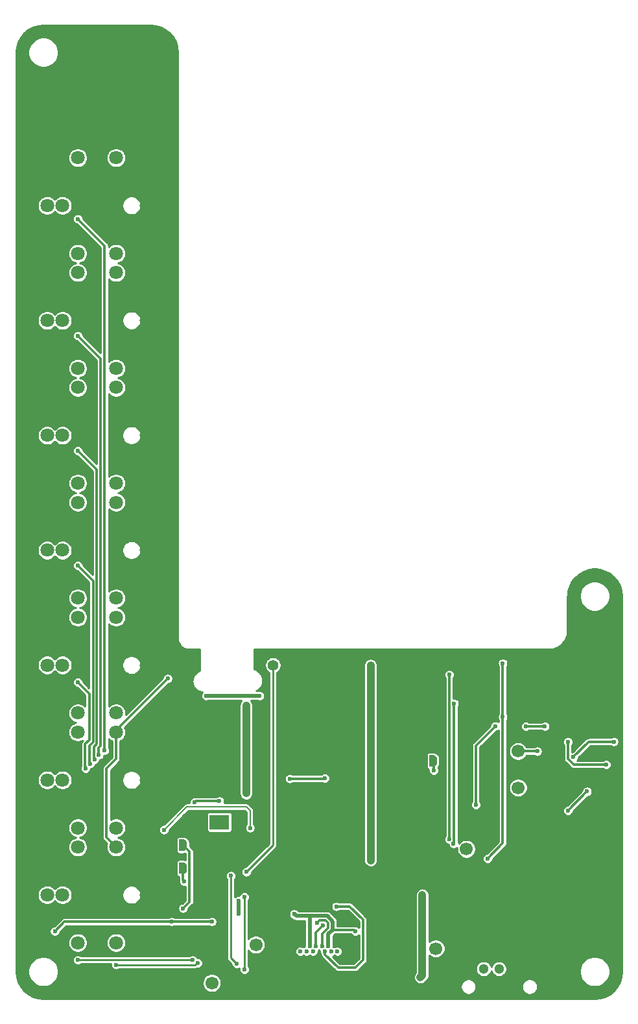
<source format=gbr>
G04 #@! TF.GenerationSoftware,KiCad,Pcbnew,(5.1.9-0-10_14)*
G04 #@! TF.CreationDate,2021-06-09T16:44:05+02:00*
G04 #@! TF.ProjectId,foodSampler_v22,666f6f64-5361-46d7-906c-65725f763232,rev?*
G04 #@! TF.SameCoordinates,Original*
G04 #@! TF.FileFunction,Copper,L2,Bot*
G04 #@! TF.FilePolarity,Positive*
%FSLAX46Y46*%
G04 Gerber Fmt 4.6, Leading zero omitted, Abs format (unit mm)*
G04 Created by KiCad (PCBNEW (5.1.9-0-10_14)) date 2021-06-09 16:44:05*
%MOMM*%
%LPD*%
G01*
G04 APERTURE LIST*
G04 #@! TA.AperFunction,ComponentPad*
%ADD10C,0.600000*%
G04 #@! TD*
G04 #@! TA.AperFunction,SMDPad,CuDef*
%ADD11R,2.600000X1.950000*%
G04 #@! TD*
G04 #@! TA.AperFunction,ComponentPad*
%ADD12C,1.300000*%
G04 #@! TD*
G04 #@! TA.AperFunction,ComponentPad*
%ADD13C,1.700000*%
G04 #@! TD*
G04 #@! TA.AperFunction,ComponentPad*
%ADD14C,1.400000*%
G04 #@! TD*
G04 #@! TA.AperFunction,ComponentPad*
%ADD15O,1.400000X1.400000*%
G04 #@! TD*
G04 #@! TA.AperFunction,SMDPad,CuDef*
%ADD16C,0.100000*%
G04 #@! TD*
G04 #@! TA.AperFunction,ComponentPad*
%ADD17O,1.000000X1.600000*%
G04 #@! TD*
G04 #@! TA.AperFunction,ComponentPad*
%ADD18C,1.800000*%
G04 #@! TD*
G04 #@! TA.AperFunction,WasherPad*
%ADD19C,1.800000*%
G04 #@! TD*
G04 #@! TA.AperFunction,ViaPad*
%ADD20C,0.600000*%
G04 #@! TD*
G04 #@! TA.AperFunction,Conductor*
%ADD21C,0.500000*%
G04 #@! TD*
G04 #@! TA.AperFunction,Conductor*
%ADD22C,0.300000*%
G04 #@! TD*
G04 #@! TA.AperFunction,Conductor*
%ADD23C,1.000000*%
G04 #@! TD*
G04 #@! TA.AperFunction,Conductor*
%ADD24C,0.250000*%
G04 #@! TD*
G04 #@! TA.AperFunction,Conductor*
%ADD25C,0.200000*%
G04 #@! TD*
G04 #@! TA.AperFunction,Conductor*
%ADD26C,0.254000*%
G04 #@! TD*
G04 #@! TA.AperFunction,Conductor*
%ADD27C,0.100000*%
G04 #@! TD*
G04 APERTURE END LIST*
D10*
X53900000Y-135000000D03*
X52100000Y-135000000D03*
X52100000Y-136000000D03*
X53900000Y-136000000D03*
X53000000Y-136000000D03*
X53000000Y-135000000D03*
D11*
X53000000Y-135500000D03*
D12*
X87500000Y-154650000D03*
X89500000Y-154650000D03*
X91500000Y-154650000D03*
D13*
X44000000Y-156500000D03*
D14*
X60000000Y-115000000D03*
D15*
X62540000Y-115000000D03*
G04 #@! TA.AperFunction,SMDPad,CuDef*
D16*
G36*
X46950000Y-139249398D02*
G01*
X46925466Y-139249398D01*
X46876635Y-139244588D01*
X46828510Y-139235016D01*
X46781555Y-139220772D01*
X46736222Y-139201995D01*
X46692949Y-139178864D01*
X46652150Y-139151604D01*
X46614221Y-139120476D01*
X46579524Y-139085779D01*
X46548396Y-139047850D01*
X46521136Y-139007051D01*
X46498005Y-138963778D01*
X46479228Y-138918445D01*
X46464984Y-138871490D01*
X46455412Y-138823365D01*
X46450602Y-138774534D01*
X46450602Y-138750000D01*
X46450000Y-138750000D01*
X46450000Y-138250000D01*
X46450602Y-138250000D01*
X46450602Y-138225466D01*
X46455412Y-138176635D01*
X46464984Y-138128510D01*
X46479228Y-138081555D01*
X46498005Y-138036222D01*
X46521136Y-137992949D01*
X46548396Y-137952150D01*
X46579524Y-137914221D01*
X46614221Y-137879524D01*
X46652150Y-137848396D01*
X46692949Y-137821136D01*
X46736222Y-137798005D01*
X46781555Y-137779228D01*
X46828510Y-137764984D01*
X46876635Y-137755412D01*
X46925466Y-137750602D01*
X46950000Y-137750602D01*
X46950000Y-137750000D01*
X47450000Y-137750000D01*
X47450000Y-139250000D01*
X46950000Y-139250000D01*
X46950000Y-139249398D01*
G37*
G04 #@! TD.AperFunction*
G04 #@! TA.AperFunction,SMDPad,CuDef*
G36*
X47750000Y-137750000D02*
G01*
X48250000Y-137750000D01*
X48250000Y-137750602D01*
X48274534Y-137750602D01*
X48323365Y-137755412D01*
X48371490Y-137764984D01*
X48418445Y-137779228D01*
X48463778Y-137798005D01*
X48507051Y-137821136D01*
X48547850Y-137848396D01*
X48585779Y-137879524D01*
X48620476Y-137914221D01*
X48651604Y-137952150D01*
X48678864Y-137992949D01*
X48701995Y-138036222D01*
X48720772Y-138081555D01*
X48735016Y-138128510D01*
X48744588Y-138176635D01*
X48749398Y-138225466D01*
X48749398Y-138250000D01*
X48750000Y-138250000D01*
X48750000Y-138750000D01*
X48749398Y-138750000D01*
X48749398Y-138774534D01*
X48744588Y-138823365D01*
X48735016Y-138871490D01*
X48720772Y-138918445D01*
X48701995Y-138963778D01*
X48678864Y-139007051D01*
X48651604Y-139047850D01*
X48620476Y-139085779D01*
X48585779Y-139120476D01*
X48547850Y-139151604D01*
X48507051Y-139178864D01*
X48463778Y-139201995D01*
X48418445Y-139220772D01*
X48371490Y-139235016D01*
X48323365Y-139244588D01*
X48274534Y-139249398D01*
X48250000Y-139249398D01*
X48250000Y-139250000D01*
X47750000Y-139250000D01*
X47750000Y-137750000D01*
G37*
G04 #@! TD.AperFunction*
G04 #@! TA.AperFunction,SMDPad,CuDef*
G36*
X47750000Y-140750000D02*
G01*
X48250000Y-140750000D01*
X48250000Y-140750602D01*
X48274534Y-140750602D01*
X48323365Y-140755412D01*
X48371490Y-140764984D01*
X48418445Y-140779228D01*
X48463778Y-140798005D01*
X48507051Y-140821136D01*
X48547850Y-140848396D01*
X48585779Y-140879524D01*
X48620476Y-140914221D01*
X48651604Y-140952150D01*
X48678864Y-140992949D01*
X48701995Y-141036222D01*
X48720772Y-141081555D01*
X48735016Y-141128510D01*
X48744588Y-141176635D01*
X48749398Y-141225466D01*
X48749398Y-141250000D01*
X48750000Y-141250000D01*
X48750000Y-141750000D01*
X48749398Y-141750000D01*
X48749398Y-141774534D01*
X48744588Y-141823365D01*
X48735016Y-141871490D01*
X48720772Y-141918445D01*
X48701995Y-141963778D01*
X48678864Y-142007051D01*
X48651604Y-142047850D01*
X48620476Y-142085779D01*
X48585779Y-142120476D01*
X48547850Y-142151604D01*
X48507051Y-142178864D01*
X48463778Y-142201995D01*
X48418445Y-142220772D01*
X48371490Y-142235016D01*
X48323365Y-142244588D01*
X48274534Y-142249398D01*
X48250000Y-142249398D01*
X48250000Y-142250000D01*
X47750000Y-142250000D01*
X47750000Y-140750000D01*
G37*
G04 #@! TD.AperFunction*
G04 #@! TA.AperFunction,SMDPad,CuDef*
G36*
X46950000Y-142249398D02*
G01*
X46925466Y-142249398D01*
X46876635Y-142244588D01*
X46828510Y-142235016D01*
X46781555Y-142220772D01*
X46736222Y-142201995D01*
X46692949Y-142178864D01*
X46652150Y-142151604D01*
X46614221Y-142120476D01*
X46579524Y-142085779D01*
X46548396Y-142047850D01*
X46521136Y-142007051D01*
X46498005Y-141963778D01*
X46479228Y-141918445D01*
X46464984Y-141871490D01*
X46455412Y-141823365D01*
X46450602Y-141774534D01*
X46450602Y-141750000D01*
X46450000Y-141750000D01*
X46450000Y-141250000D01*
X46450602Y-141250000D01*
X46450602Y-141225466D01*
X46455412Y-141176635D01*
X46464984Y-141128510D01*
X46479228Y-141081555D01*
X46498005Y-141036222D01*
X46521136Y-140992949D01*
X46548396Y-140952150D01*
X46579524Y-140914221D01*
X46614221Y-140879524D01*
X46652150Y-140848396D01*
X46692949Y-140821136D01*
X46736222Y-140798005D01*
X46781555Y-140779228D01*
X46828510Y-140764984D01*
X46876635Y-140755412D01*
X46925466Y-140750602D01*
X46950000Y-140750602D01*
X46950000Y-140750000D01*
X47450000Y-140750000D01*
X47450000Y-142250000D01*
X46950000Y-142250000D01*
X46950000Y-142249398D01*
G37*
G04 #@! TD.AperFunction*
D13*
X57750000Y-151500000D03*
X52000000Y-156500000D03*
X81250000Y-152000000D03*
X85250000Y-139000000D03*
D10*
X68800000Y-151670000D03*
X63200000Y-151670000D03*
X68400000Y-152370000D03*
X68000000Y-151670000D03*
X67600000Y-152370000D03*
X67200000Y-151670000D03*
X66800000Y-152370000D03*
X66400000Y-151670000D03*
X65600000Y-151670000D03*
X65200000Y-152370000D03*
X64800000Y-151670000D03*
X64350000Y-152370000D03*
X64000000Y-151670000D03*
X63550000Y-152370000D03*
D17*
X61730000Y-152820000D03*
X70270000Y-152820000D03*
X70270000Y-157550000D03*
X61730000Y-157550000D03*
G04 #@! TA.AperFunction,SMDPad,CuDef*
D16*
G36*
X80400000Y-126750000D02*
G01*
X80900000Y-126750000D01*
X80900000Y-126750602D01*
X80924534Y-126750602D01*
X80973365Y-126755412D01*
X81021490Y-126764984D01*
X81068445Y-126779228D01*
X81113778Y-126798005D01*
X81157051Y-126821136D01*
X81197850Y-126848396D01*
X81235779Y-126879524D01*
X81270476Y-126914221D01*
X81301604Y-126952150D01*
X81328864Y-126992949D01*
X81351995Y-127036222D01*
X81370772Y-127081555D01*
X81385016Y-127128510D01*
X81394588Y-127176635D01*
X81399398Y-127225466D01*
X81399398Y-127250000D01*
X81400000Y-127250000D01*
X81400000Y-127750000D01*
X81399398Y-127750000D01*
X81399398Y-127774534D01*
X81394588Y-127823365D01*
X81385016Y-127871490D01*
X81370772Y-127918445D01*
X81351995Y-127963778D01*
X81328864Y-128007051D01*
X81301604Y-128047850D01*
X81270476Y-128085779D01*
X81235779Y-128120476D01*
X81197850Y-128151604D01*
X81157051Y-128178864D01*
X81113778Y-128201995D01*
X81068445Y-128220772D01*
X81021490Y-128235016D01*
X80973365Y-128244588D01*
X80924534Y-128249398D01*
X80900000Y-128249398D01*
X80900000Y-128250000D01*
X80400000Y-128250000D01*
X80400000Y-126750000D01*
G37*
G04 #@! TD.AperFunction*
G04 #@! TA.AperFunction,SMDPad,CuDef*
G36*
X79600000Y-128249398D02*
G01*
X79575466Y-128249398D01*
X79526635Y-128244588D01*
X79478510Y-128235016D01*
X79431555Y-128220772D01*
X79386222Y-128201995D01*
X79342949Y-128178864D01*
X79302150Y-128151604D01*
X79264221Y-128120476D01*
X79229524Y-128085779D01*
X79198396Y-128047850D01*
X79171136Y-128007051D01*
X79148005Y-127963778D01*
X79129228Y-127918445D01*
X79114984Y-127871490D01*
X79105412Y-127823365D01*
X79100602Y-127774534D01*
X79100602Y-127750000D01*
X79100000Y-127750000D01*
X79100000Y-127250000D01*
X79100602Y-127250000D01*
X79100602Y-127225466D01*
X79105412Y-127176635D01*
X79114984Y-127128510D01*
X79129228Y-127081555D01*
X79148005Y-127036222D01*
X79171136Y-126992949D01*
X79198396Y-126952150D01*
X79229524Y-126914221D01*
X79264221Y-126879524D01*
X79302150Y-126848396D01*
X79342949Y-126821136D01*
X79386222Y-126798005D01*
X79431555Y-126779228D01*
X79478510Y-126764984D01*
X79526635Y-126755412D01*
X79575466Y-126750602D01*
X79600000Y-126750602D01*
X79600000Y-126750000D01*
X80100000Y-126750000D01*
X80100000Y-128250000D01*
X79600000Y-128250000D01*
X79600000Y-128249398D01*
G37*
G04 #@! TD.AperFunction*
D18*
X39500000Y-48750000D03*
X39500000Y-61250000D03*
X34500000Y-48750000D03*
X34500000Y-61250000D03*
X43500000Y-55000000D03*
X30500000Y-55000000D03*
D19*
X32500000Y-55000000D03*
X32500000Y-70000000D03*
D18*
X30500000Y-70000000D03*
X43500000Y-70000000D03*
X34500000Y-76250000D03*
X34500000Y-63750000D03*
X39500000Y-76250000D03*
X39500000Y-63750000D03*
X39500000Y-78750000D03*
X39500000Y-91250000D03*
X34500000Y-78750000D03*
X34500000Y-91250000D03*
X43500000Y-85000000D03*
X30500000Y-85000000D03*
D19*
X32500000Y-85000000D03*
X32500000Y-100000000D03*
D18*
X30500000Y-100000000D03*
X43500000Y-100000000D03*
X34500000Y-106250000D03*
X34500000Y-93750000D03*
X39500000Y-106250000D03*
X39500000Y-93750000D03*
X39500000Y-108750000D03*
X39500000Y-121250000D03*
X34500000Y-108750000D03*
X34500000Y-121250000D03*
X43500000Y-115000000D03*
X30500000Y-115000000D03*
D19*
X32500000Y-115000000D03*
X32500000Y-130000000D03*
D18*
X30500000Y-130000000D03*
X43500000Y-130000000D03*
X34500000Y-136250000D03*
X34500000Y-123750000D03*
X39500000Y-136250000D03*
X39500000Y-123750000D03*
X39500000Y-138750000D03*
X39500000Y-151250000D03*
X34500000Y-138750000D03*
X34500000Y-151250000D03*
X43500000Y-145000000D03*
X30500000Y-145000000D03*
D19*
X32500000Y-145000000D03*
D13*
X92000000Y-126250000D03*
X92000000Y-131000000D03*
D20*
X62750000Y-147500000D03*
X55500000Y-145750000D03*
X55500000Y-147500000D03*
X70750000Y-149750000D03*
X95500000Y-123000000D03*
X93000000Y-123000000D03*
X65784456Y-148642228D03*
X66500000Y-149000000D03*
X98500000Y-125000000D03*
X103500000Y-128000000D03*
X104500000Y-125000000D03*
X99222500Y-127000000D03*
X56500000Y-120250000D03*
X56500000Y-121250000D03*
X56000000Y-135500000D03*
X50250000Y-147250000D03*
X50500000Y-142500000D03*
X102000000Y-143250000D03*
X100000000Y-134000000D03*
X58750000Y-132750000D03*
X61250000Y-136500000D03*
X61250000Y-134500000D03*
X55500000Y-140750000D03*
X53750000Y-138500000D03*
X67250000Y-113500000D03*
X62500000Y-117250000D03*
X53000000Y-131000000D03*
X47750000Y-132750000D03*
X50250000Y-138250000D03*
X43000000Y-136000000D03*
X43000000Y-138250000D03*
X74500000Y-152000000D03*
X76750000Y-152000000D03*
X84500000Y-152000000D03*
X74250000Y-127750000D03*
X69250000Y-132000000D03*
X85250000Y-133250000D03*
X92000000Y-124000000D03*
X92000000Y-128750000D03*
X95250000Y-130250000D03*
X99250000Y-123000000D03*
X95750000Y-118000000D03*
X102000000Y-118000000D03*
X71500000Y-119500000D03*
X74000000Y-125000000D03*
X76000000Y-114750000D03*
X71250000Y-140000000D03*
X91750000Y-137500000D03*
X91000000Y-147000000D03*
X91000000Y-150750000D03*
X86500000Y-133250000D03*
X89042120Y-122957880D03*
X72735000Y-115015000D03*
X72750000Y-140500000D03*
X90000000Y-114750000D03*
X90000000Y-121750000D03*
X88000000Y-140250000D03*
X58250000Y-119000000D03*
X51250000Y-119000000D03*
X46250000Y-116750000D03*
X54500000Y-142500000D03*
X55250000Y-154000000D03*
X38000000Y-126150060D03*
X34500000Y-56750000D03*
X37250000Y-126750000D03*
X34500000Y-72000000D03*
X36684313Y-127315687D03*
X34500000Y-87000000D03*
X36118626Y-127881374D03*
X34500000Y-102000000D03*
X35500000Y-128500000D03*
X34500000Y-117250000D03*
X94500000Y-126250000D03*
X79500000Y-145000000D03*
X79250000Y-155750000D03*
X46750000Y-148500000D03*
X52000000Y-148500000D03*
X31500000Y-149750000D03*
X45750000Y-136500000D03*
X57000000Y-136250000D03*
X49750000Y-132900000D03*
X56500000Y-131750000D03*
X56500000Y-131000000D03*
X53000000Y-132750000D03*
X68250000Y-146500000D03*
X50185996Y-153911598D03*
X39500000Y-154125000D03*
X49500000Y-153500000D03*
X34500000Y-153500000D03*
X48250000Y-146750000D03*
X48400000Y-143250000D03*
X83000000Y-137750000D03*
X83000000Y-116250000D03*
X83650000Y-120000000D03*
X83565687Y-138315687D03*
X56500000Y-142000000D03*
X56250000Y-145250000D03*
X56250000Y-154750000D03*
X62169020Y-129830980D03*
X66750000Y-129750000D03*
X81000000Y-128750000D03*
X101000000Y-131500000D03*
X98500000Y-134000000D03*
D21*
X67200000Y-150110544D02*
X67200000Y-151670000D01*
X67750011Y-149560533D02*
X67200000Y-150110544D01*
X65000011Y-147749989D02*
X67060533Y-147749989D01*
X67060533Y-147749989D02*
X67750010Y-148439466D01*
X64800000Y-147950000D02*
X65000011Y-147749989D01*
X67750010Y-148439466D02*
X67750011Y-149560533D01*
X64800000Y-151670000D02*
X64800000Y-147950000D01*
X62999989Y-147749989D02*
X62750000Y-147500000D01*
X65000011Y-147749989D02*
X62999989Y-147749989D01*
X55500000Y-145750000D02*
X55500000Y-147500000D01*
D22*
X70560533Y-149560533D02*
X70750000Y-149750000D01*
X67750011Y-149560533D02*
X70560533Y-149560533D01*
X95500000Y-123000000D02*
X93000000Y-123000000D01*
X66076685Y-148349999D02*
X65784456Y-148642228D01*
X67150001Y-148687999D02*
X66812001Y-148349999D01*
X67150001Y-149312001D02*
X67150001Y-148687999D01*
X66812001Y-148349999D02*
X66076685Y-148349999D01*
X66400000Y-150062002D02*
X67150001Y-149312001D01*
X66400000Y-151670000D02*
X66400000Y-150062002D01*
X65600000Y-149900000D02*
X65600000Y-151670000D01*
X66500000Y-149000000D02*
X65600000Y-149900000D01*
X99260498Y-128000000D02*
X103500000Y-128000000D01*
X98500000Y-127239502D02*
X99260498Y-128000000D01*
X98500000Y-125000000D02*
X98500000Y-127239502D01*
X101222500Y-125000000D02*
X99222500Y-127000000D01*
X104500000Y-125000000D02*
X101222500Y-125000000D01*
D23*
X56500000Y-121250000D02*
X56500000Y-120250000D01*
D22*
X86500000Y-125500000D02*
X89042120Y-122957880D01*
X86500000Y-133250000D02*
X86500000Y-125500000D01*
D23*
X72735000Y-140485000D02*
X72750000Y-140500000D01*
X72735000Y-115015000D02*
X72735000Y-140485000D01*
D22*
X90000000Y-114750000D02*
X90000000Y-121750000D01*
X90000000Y-138250000D02*
X88000000Y-140250000D01*
X90000000Y-121750000D02*
X90000000Y-138250000D01*
D21*
X58250000Y-119000000D02*
X51250000Y-119000000D01*
D22*
X39500000Y-123500000D02*
X39500000Y-123750000D01*
X46250000Y-116750000D02*
X39500000Y-123500000D01*
X38249999Y-137499999D02*
X38249999Y-128500001D01*
X39500000Y-138750000D02*
X38249999Y-137499999D01*
X39500000Y-127250000D02*
X39500000Y-123750000D01*
X38249999Y-128500001D02*
X39500000Y-127250000D01*
D24*
X54500000Y-153250000D02*
X55250000Y-154000000D01*
X54500000Y-142500000D02*
X54500000Y-153250000D01*
D22*
X38000000Y-60250000D02*
X34500000Y-56750000D01*
X38000000Y-126150060D02*
X38000000Y-60250000D01*
X37250000Y-126750000D02*
X37250000Y-125750000D01*
X37250000Y-125750000D02*
X37500000Y-125500000D01*
X37500000Y-75000000D02*
X34500000Y-72000000D01*
X37500000Y-125500000D02*
X37500000Y-75000000D01*
X36750000Y-127212002D02*
X36599999Y-127062001D01*
X36599999Y-125692881D02*
X36999990Y-125292890D01*
X36750000Y-127250000D02*
X36750000Y-127212002D01*
X36599999Y-127062001D02*
X36599999Y-125692881D01*
X36684313Y-127315687D02*
X36750000Y-127250000D01*
X36999990Y-91899988D02*
X37000000Y-91899978D01*
X36999990Y-125292890D02*
X36999990Y-91899988D01*
X37000000Y-89500000D02*
X34500000Y-87000000D01*
X37000000Y-91899978D02*
X37000000Y-89500000D01*
X36118626Y-127881374D02*
X36000000Y-127762748D01*
X36000000Y-125500000D02*
X36499980Y-125000020D01*
X36000000Y-127762748D02*
X36000000Y-125500000D01*
X36499980Y-103999980D02*
X34500000Y-102000000D01*
X36499980Y-125000020D02*
X36499980Y-103999980D01*
X35468625Y-128193375D02*
X35468625Y-125302785D01*
X35500000Y-128224750D02*
X35468625Y-128193375D01*
X35500000Y-128500000D02*
X35500000Y-128224750D01*
X35468625Y-125302785D02*
X35999970Y-124771440D01*
X35999970Y-118749970D02*
X34500000Y-117250000D01*
X35999970Y-124771440D02*
X35999970Y-118749970D01*
X94500000Y-126250000D02*
X92000000Y-126250000D01*
D23*
X79500000Y-155500000D02*
X79250000Y-155750000D01*
X79500000Y-145000000D02*
X79500000Y-155500000D01*
D22*
X46750000Y-148500000D02*
X52000000Y-148500000D01*
X32750000Y-148500000D02*
X46750000Y-148500000D01*
X31500000Y-149750000D02*
X32750000Y-148500000D01*
D25*
X45750000Y-136500000D02*
X48750000Y-133500000D01*
X48750000Y-133500000D02*
X56500000Y-133500000D01*
X57000000Y-134000000D02*
X57000000Y-136250000D01*
X56500000Y-133500000D02*
X57000000Y-134000000D01*
D23*
X56500000Y-131750000D02*
X56500000Y-121250000D01*
D22*
X49900000Y-132750000D02*
X49750000Y-132900000D01*
X53000000Y-132750000D02*
X49900000Y-132750000D01*
X66800000Y-152794264D02*
X68505736Y-154500000D01*
X66800000Y-152370000D02*
X66800000Y-152794264D01*
X68505736Y-154500000D02*
X70750000Y-154500000D01*
X70750000Y-154500000D02*
X71750000Y-153500000D01*
X71750000Y-153500000D02*
X71750000Y-148250000D01*
X70000000Y-146500000D02*
X68250000Y-146500000D01*
X71750000Y-148250000D02*
X70000000Y-146500000D01*
D24*
X50013404Y-153911598D02*
X50185996Y-153911598D01*
X49800002Y-154125000D02*
X50013404Y-153911598D01*
X39500000Y-154125000D02*
X49800002Y-154125000D01*
X49500000Y-153500000D02*
X34500000Y-153500000D01*
D22*
X48250000Y-146750000D02*
X49050001Y-145949999D01*
X49100010Y-145899990D02*
X49050001Y-145949999D01*
X49100010Y-139350010D02*
X49100010Y-145899990D01*
X48250000Y-138500000D02*
X49100010Y-139350010D01*
X48250000Y-143100000D02*
X48400000Y-143250000D01*
X48250000Y-141500000D02*
X48250000Y-143100000D01*
X83000000Y-137750000D02*
X83000000Y-129750000D01*
X83000000Y-129750000D02*
X83000000Y-116250000D01*
X83650000Y-138231374D02*
X83565687Y-138315687D01*
X83650000Y-120000000D02*
X83650000Y-138231374D01*
D24*
X60000000Y-138500000D02*
X56500000Y-142000000D01*
X60000000Y-115000000D02*
X60000000Y-138500000D01*
X56250000Y-145250000D02*
X56250000Y-154750000D01*
D22*
X66669020Y-129830980D02*
X66750000Y-129750000D01*
X62169020Y-129830980D02*
X66669020Y-129830980D01*
X81000000Y-127600000D02*
X80900000Y-127500000D01*
X81000000Y-128750000D02*
X81000000Y-127600000D01*
X101000000Y-131500000D02*
X98500000Y-134000000D01*
D26*
X44687940Y-31525640D02*
X45349683Y-31725432D01*
X45960009Y-32049948D01*
X46495683Y-32486833D01*
X46936296Y-33019443D01*
X47265068Y-33627494D01*
X47469473Y-34287818D01*
X47543986Y-34996766D01*
X47544000Y-35000720D01*
X47544001Y-101977592D01*
X47544000Y-101977602D01*
X47544001Y-111522399D01*
X47545943Y-111542120D01*
X47545900Y-111548311D01*
X47546522Y-111554647D01*
X47566923Y-111748744D01*
X47575234Y-111789233D01*
X47582977Y-111829825D01*
X47584817Y-111835916D01*
X47584818Y-111835922D01*
X47584820Y-111835928D01*
X47642530Y-112022358D01*
X47658537Y-112060437D01*
X47674027Y-112098778D01*
X47677017Y-112104400D01*
X47769842Y-112276077D01*
X47792968Y-112310364D01*
X47815584Y-112344925D01*
X47819601Y-112349850D01*
X47819607Y-112349858D01*
X47819614Y-112349865D01*
X47944012Y-112500237D01*
X47973345Y-112529366D01*
X48002254Y-112558887D01*
X48007161Y-112562946D01*
X48158403Y-112686296D01*
X48192847Y-112709181D01*
X48226928Y-112732517D01*
X48232521Y-112735541D01*
X48232529Y-112735546D01*
X48232537Y-112735549D01*
X48404852Y-112827171D01*
X48443066Y-112842921D01*
X48481049Y-112859201D01*
X48487132Y-112861084D01*
X48673968Y-112917493D01*
X48714511Y-112925521D01*
X48754935Y-112934114D01*
X48761268Y-112934779D01*
X48955501Y-112953824D01*
X48955507Y-112953824D01*
X48977601Y-112956000D01*
X50444000Y-112956000D01*
X50444001Y-115722158D01*
X50368176Y-115746211D01*
X50330230Y-115762475D01*
X50291979Y-115778240D01*
X50286378Y-115781269D01*
X50115353Y-115875291D01*
X50081245Y-115898645D01*
X50046828Y-115921511D01*
X50041922Y-115925570D01*
X49892416Y-116051020D01*
X49863490Y-116080558D01*
X49834172Y-116109672D01*
X49830153Y-116114601D01*
X49830149Y-116114605D01*
X49830148Y-116114607D01*
X49707857Y-116266706D01*
X49685201Y-116301328D01*
X49662117Y-116335551D01*
X49659131Y-116341167D01*
X49659126Y-116341175D01*
X49659123Y-116341183D01*
X49568708Y-116514129D01*
X49553231Y-116552436D01*
X49537208Y-116590551D01*
X49535368Y-116596647D01*
X49480265Y-116783873D01*
X49472514Y-116824508D01*
X49464211Y-116864952D01*
X49463590Y-116871284D01*
X49463589Y-116871292D01*
X49463589Y-116871299D01*
X49445901Y-117065651D01*
X49446189Y-117106976D01*
X49445900Y-117148311D01*
X49446521Y-117154636D01*
X49446521Y-117154645D01*
X49446522Y-117154648D01*
X49466923Y-117348744D01*
X49475234Y-117389233D01*
X49482977Y-117429825D01*
X49484817Y-117435916D01*
X49484818Y-117435922D01*
X49484820Y-117435928D01*
X49542530Y-117622358D01*
X49558537Y-117660437D01*
X49574027Y-117698778D01*
X49577017Y-117704400D01*
X49669842Y-117876077D01*
X49692968Y-117910364D01*
X49715584Y-117944925D01*
X49719601Y-117949850D01*
X49719607Y-117949858D01*
X49719614Y-117949865D01*
X49844012Y-118100237D01*
X49873345Y-118129366D01*
X49902254Y-118158887D01*
X49907161Y-118162946D01*
X50058403Y-118286296D01*
X50092847Y-118309181D01*
X50126928Y-118332517D01*
X50132521Y-118335541D01*
X50132529Y-118335546D01*
X50132537Y-118335549D01*
X50304852Y-118427171D01*
X50343066Y-118442921D01*
X50381049Y-118459201D01*
X50387132Y-118461084D01*
X50573968Y-118517493D01*
X50614511Y-118525521D01*
X50654935Y-118534114D01*
X50661268Y-118534779D01*
X50744027Y-118542894D01*
X50721033Y-118565888D01*
X50646506Y-118677426D01*
X50595171Y-118801360D01*
X50569000Y-118932927D01*
X50569000Y-119067073D01*
X50595171Y-119198640D01*
X50646506Y-119322574D01*
X50721033Y-119434112D01*
X50815888Y-119528967D01*
X50927426Y-119603494D01*
X51051360Y-119654829D01*
X51182927Y-119681000D01*
X51317073Y-119681000D01*
X51448640Y-119654829D01*
X51506168Y-119631000D01*
X55868302Y-119631000D01*
X55763933Y-119758175D01*
X55682126Y-119911225D01*
X55631749Y-120077294D01*
X55619001Y-120206727D01*
X55619000Y-121293272D01*
X55619001Y-121293282D01*
X55619000Y-131793272D01*
X55631748Y-131922705D01*
X55682125Y-132088774D01*
X55763932Y-132241824D01*
X55874025Y-132375975D01*
X56008175Y-132486068D01*
X56161225Y-132567875D01*
X56327294Y-132618252D01*
X56500000Y-132635262D01*
X56672705Y-132618252D01*
X56838774Y-132567875D01*
X56991824Y-132486068D01*
X57125975Y-132375975D01*
X57236068Y-132241825D01*
X57317875Y-132088775D01*
X57368252Y-131922706D01*
X57381000Y-131793273D01*
X57381000Y-120206727D01*
X57368252Y-120077294D01*
X57317875Y-119911225D01*
X57236068Y-119758175D01*
X57131699Y-119631000D01*
X57993832Y-119631000D01*
X58051360Y-119654829D01*
X58182927Y-119681000D01*
X58317073Y-119681000D01*
X58448640Y-119654829D01*
X58572574Y-119603494D01*
X58684112Y-119528967D01*
X58778967Y-119434112D01*
X58853494Y-119322574D01*
X58904829Y-119198640D01*
X58931000Y-119067073D01*
X58931000Y-118932927D01*
X58904829Y-118801360D01*
X58853494Y-118677426D01*
X58778967Y-118565888D01*
X58684112Y-118471033D01*
X58572574Y-118396506D01*
X58448640Y-118345171D01*
X58317073Y-118319000D01*
X58182927Y-118319000D01*
X58051360Y-118345171D01*
X57993832Y-118369000D01*
X57828768Y-118369000D01*
X57941144Y-118307221D01*
X57975253Y-118283866D01*
X58009670Y-118261000D01*
X58014568Y-118256947D01*
X58014575Y-118256942D01*
X58014580Y-118256936D01*
X58179031Y-118118946D01*
X58207938Y-118089428D01*
X58237274Y-118060296D01*
X58241298Y-118055362D01*
X58375819Y-117888052D01*
X58398453Y-117853464D01*
X58421562Y-117819204D01*
X58424551Y-117813582D01*
X58524012Y-117623328D01*
X58539499Y-117584995D01*
X58555509Y-117546911D01*
X58557349Y-117540815D01*
X58617963Y-117334867D01*
X58625711Y-117294251D01*
X58634018Y-117253784D01*
X58634638Y-117247460D01*
X58634640Y-117247448D01*
X58634640Y-117247437D01*
X58654096Y-117033649D01*
X58653808Y-116992360D01*
X58654097Y-116950994D01*
X58653475Y-116944657D01*
X58631035Y-116731150D01*
X58622721Y-116690645D01*
X58614980Y-116650065D01*
X58613143Y-116643983D01*
X58613141Y-116643972D01*
X58613137Y-116643962D01*
X58549655Y-116438889D01*
X58533645Y-116400803D01*
X58518158Y-116362470D01*
X58515169Y-116356848D01*
X58413061Y-116168004D01*
X58389932Y-116133713D01*
X58367321Y-116099158D01*
X58363304Y-116094234D01*
X58363296Y-116094222D01*
X58363287Y-116094213D01*
X58226453Y-115928808D01*
X58197121Y-115899679D01*
X58168209Y-115870155D01*
X58163309Y-115866102D01*
X58163305Y-115866098D01*
X58163301Y-115866095D01*
X57996936Y-115730412D01*
X57962507Y-115707537D01*
X57928411Y-115684191D01*
X57922813Y-115681164D01*
X57922805Y-115681160D01*
X57733257Y-115580375D01*
X57695021Y-115564615D01*
X57657059Y-115548344D01*
X57650976Y-115546461D01*
X57556000Y-115517786D01*
X57556000Y-112956000D01*
X96022399Y-112956000D01*
X96042829Y-112953988D01*
X96055292Y-112954075D01*
X96061628Y-112953453D01*
X96449821Y-112912652D01*
X96490289Y-112904345D01*
X96530904Y-112896598D01*
X96536999Y-112894757D01*
X96909874Y-112779333D01*
X96947964Y-112763322D01*
X96986294Y-112747836D01*
X96991911Y-112744848D01*
X96991916Y-112744846D01*
X96991920Y-112744843D01*
X97335270Y-112559195D01*
X97369573Y-112536058D01*
X97404118Y-112513453D01*
X97409045Y-112509435D01*
X97409052Y-112509430D01*
X97409058Y-112509424D01*
X97709807Y-112260622D01*
X97738936Y-112231289D01*
X97768457Y-112202380D01*
X97772516Y-112197474D01*
X98019216Y-111894989D01*
X98042084Y-111860571D01*
X98065438Y-111826464D01*
X98068466Y-111820863D01*
X98251716Y-111476221D01*
X98267475Y-111437988D01*
X98283747Y-111400022D01*
X98285628Y-111393947D01*
X98285630Y-111393941D01*
X98285631Y-111393935D01*
X98398448Y-111020268D01*
X98406474Y-110979735D01*
X98415069Y-110939299D01*
X98415734Y-110932967D01*
X98453824Y-110544498D01*
X98453824Y-110544493D01*
X98456000Y-110522399D01*
X98456000Y-106022305D01*
X98477317Y-105804889D01*
X100019000Y-105804889D01*
X100019000Y-106195111D01*
X100095129Y-106577836D01*
X100244461Y-106938355D01*
X100461257Y-107262814D01*
X100737186Y-107538743D01*
X101061645Y-107755539D01*
X101422164Y-107904871D01*
X101804889Y-107981000D01*
X102195111Y-107981000D01*
X102577836Y-107904871D01*
X102938355Y-107755539D01*
X103262814Y-107538743D01*
X103538743Y-107262814D01*
X103755539Y-106938355D01*
X103904871Y-106577836D01*
X103981000Y-106195111D01*
X103981000Y-105804889D01*
X103904871Y-105422164D01*
X103755539Y-105061645D01*
X103538743Y-104737186D01*
X103262814Y-104461257D01*
X102938355Y-104244461D01*
X102577836Y-104095129D01*
X102195111Y-104019000D01*
X101804889Y-104019000D01*
X101422164Y-104095129D01*
X101061645Y-104244461D01*
X100737186Y-104461257D01*
X100461257Y-104737186D01*
X100244461Y-105061645D01*
X100095129Y-105422164D01*
X100019000Y-105804889D01*
X98477317Y-105804889D01*
X98525640Y-105312060D01*
X98725432Y-104650317D01*
X99049948Y-104039991D01*
X99486833Y-103504317D01*
X100019443Y-103063704D01*
X100627494Y-102734932D01*
X101287818Y-102530527D01*
X101987629Y-102456974D01*
X102687940Y-102525640D01*
X103349683Y-102725432D01*
X103960009Y-103049948D01*
X104495683Y-103486833D01*
X104936296Y-104019443D01*
X105265068Y-104627494D01*
X105469473Y-105287818D01*
X105543986Y-105996766D01*
X105544000Y-106000720D01*
X105544001Y-154977684D01*
X105474360Y-155687942D01*
X105274569Y-156349681D01*
X104950052Y-156960009D01*
X104513166Y-157495684D01*
X103980560Y-157936294D01*
X103372506Y-158265068D01*
X102712180Y-158469473D01*
X102003235Y-158543986D01*
X101999280Y-158544000D01*
X30022305Y-158544000D01*
X29312058Y-158474360D01*
X28650319Y-158274569D01*
X28039991Y-157950052D01*
X27504316Y-157513166D01*
X27063706Y-156980560D01*
X26734932Y-156372506D01*
X26530527Y-155712180D01*
X26456014Y-155003235D01*
X26456000Y-154999280D01*
X26456000Y-154804889D01*
X28019000Y-154804889D01*
X28019000Y-155195111D01*
X28095129Y-155577836D01*
X28244461Y-155938355D01*
X28461257Y-156262814D01*
X28737186Y-156538743D01*
X29061645Y-156755539D01*
X29422164Y-156904871D01*
X29804889Y-156981000D01*
X30195111Y-156981000D01*
X30577836Y-156904871D01*
X30938355Y-156755539D01*
X31262814Y-156538743D01*
X31422800Y-156378757D01*
X50769000Y-156378757D01*
X50769000Y-156621243D01*
X50816307Y-156859069D01*
X50909102Y-157083097D01*
X51043820Y-157284717D01*
X51215283Y-157456180D01*
X51416903Y-157590898D01*
X51640931Y-157683693D01*
X51878757Y-157731000D01*
X52121243Y-157731000D01*
X52359069Y-157683693D01*
X52583097Y-157590898D01*
X52784717Y-157456180D01*
X52956180Y-157284717D01*
X53090898Y-157083097D01*
X53167378Y-156898455D01*
X84469000Y-156898455D01*
X84469000Y-157101545D01*
X84508620Y-157300732D01*
X84586339Y-157488362D01*
X84699170Y-157657224D01*
X84842776Y-157800830D01*
X85011638Y-157913661D01*
X85199268Y-157991380D01*
X85398455Y-158031000D01*
X85601545Y-158031000D01*
X85800732Y-157991380D01*
X85988362Y-157913661D01*
X86157224Y-157800830D01*
X86300830Y-157657224D01*
X86413661Y-157488362D01*
X86491380Y-157300732D01*
X86531000Y-157101545D01*
X86531000Y-156898455D01*
X92469000Y-156898455D01*
X92469000Y-157101545D01*
X92508620Y-157300732D01*
X92586339Y-157488362D01*
X92699170Y-157657224D01*
X92842776Y-157800830D01*
X93011638Y-157913661D01*
X93199268Y-157991380D01*
X93398455Y-158031000D01*
X93601545Y-158031000D01*
X93800732Y-157991380D01*
X93988362Y-157913661D01*
X94157224Y-157800830D01*
X94300830Y-157657224D01*
X94413661Y-157488362D01*
X94491380Y-157300732D01*
X94531000Y-157101545D01*
X94531000Y-156898455D01*
X94491380Y-156699268D01*
X94413661Y-156511638D01*
X94300830Y-156342776D01*
X94157224Y-156199170D01*
X93988362Y-156086339D01*
X93800732Y-156008620D01*
X93601545Y-155969000D01*
X93398455Y-155969000D01*
X93199268Y-156008620D01*
X93011638Y-156086339D01*
X92842776Y-156199170D01*
X92699170Y-156342776D01*
X92586339Y-156511638D01*
X92508620Y-156699268D01*
X92469000Y-156898455D01*
X86531000Y-156898455D01*
X86491380Y-156699268D01*
X86413661Y-156511638D01*
X86300830Y-156342776D01*
X86157224Y-156199170D01*
X85988362Y-156086339D01*
X85800732Y-156008620D01*
X85601545Y-155969000D01*
X85398455Y-155969000D01*
X85199268Y-156008620D01*
X85011638Y-156086339D01*
X84842776Y-156199170D01*
X84699170Y-156342776D01*
X84586339Y-156511638D01*
X84508620Y-156699268D01*
X84469000Y-156898455D01*
X53167378Y-156898455D01*
X53183693Y-156859069D01*
X53231000Y-156621243D01*
X53231000Y-156378757D01*
X53183693Y-156140931D01*
X53090898Y-155916903D01*
X52979378Y-155750000D01*
X78364738Y-155750000D01*
X78381749Y-155922705D01*
X78432125Y-156088774D01*
X78513932Y-156241825D01*
X78624026Y-156375974D01*
X78758175Y-156486068D01*
X78911226Y-156567875D01*
X79077295Y-156618251D01*
X79250000Y-156635262D01*
X79422705Y-156618251D01*
X79588774Y-156567875D01*
X79741825Y-156486068D01*
X79842362Y-156403559D01*
X80092355Y-156153566D01*
X80125975Y-156125975D01*
X80236068Y-155991825D01*
X80317875Y-155838775D01*
X80368252Y-155672706D01*
X80381000Y-155543273D01*
X80381000Y-155543271D01*
X80385262Y-155500001D01*
X80381000Y-155456731D01*
X80381000Y-154548455D01*
X86469000Y-154548455D01*
X86469000Y-154751545D01*
X86508620Y-154950732D01*
X86586339Y-155138362D01*
X86699170Y-155307224D01*
X86842776Y-155450830D01*
X87011638Y-155563661D01*
X87199268Y-155641380D01*
X87398455Y-155681000D01*
X87601545Y-155681000D01*
X87800732Y-155641380D01*
X87988362Y-155563661D01*
X88157224Y-155450830D01*
X88300830Y-155307224D01*
X88413661Y-155138362D01*
X88491380Y-154950732D01*
X88500000Y-154907396D01*
X88508620Y-154950732D01*
X88586339Y-155138362D01*
X88699170Y-155307224D01*
X88842776Y-155450830D01*
X89011638Y-155563661D01*
X89199268Y-155641380D01*
X89398455Y-155681000D01*
X89601545Y-155681000D01*
X89800732Y-155641380D01*
X89988362Y-155563661D01*
X90157224Y-155450830D01*
X90300830Y-155307224D01*
X90413661Y-155138362D01*
X90491380Y-154950732D01*
X90520389Y-154804889D01*
X100019000Y-154804889D01*
X100019000Y-155195111D01*
X100095129Y-155577836D01*
X100244461Y-155938355D01*
X100461257Y-156262814D01*
X100737186Y-156538743D01*
X101061645Y-156755539D01*
X101422164Y-156904871D01*
X101804889Y-156981000D01*
X102195111Y-156981000D01*
X102577836Y-156904871D01*
X102938355Y-156755539D01*
X103262814Y-156538743D01*
X103538743Y-156262814D01*
X103755539Y-155938355D01*
X103904871Y-155577836D01*
X103981000Y-155195111D01*
X103981000Y-154804889D01*
X103904871Y-154422164D01*
X103755539Y-154061645D01*
X103538743Y-153737186D01*
X103262814Y-153461257D01*
X102938355Y-153244461D01*
X102577836Y-153095129D01*
X102195111Y-153019000D01*
X101804889Y-153019000D01*
X101422164Y-153095129D01*
X101061645Y-153244461D01*
X100737186Y-153461257D01*
X100461257Y-153737186D01*
X100244461Y-154061645D01*
X100095129Y-154422164D01*
X100019000Y-154804889D01*
X90520389Y-154804889D01*
X90531000Y-154751545D01*
X90531000Y-154548455D01*
X90491380Y-154349268D01*
X90413661Y-154161638D01*
X90300830Y-153992776D01*
X90157224Y-153849170D01*
X89988362Y-153736339D01*
X89800732Y-153658620D01*
X89601545Y-153619000D01*
X89398455Y-153619000D01*
X89199268Y-153658620D01*
X89011638Y-153736339D01*
X88842776Y-153849170D01*
X88699170Y-153992776D01*
X88586339Y-154161638D01*
X88508620Y-154349268D01*
X88500000Y-154392604D01*
X88491380Y-154349268D01*
X88413661Y-154161638D01*
X88300830Y-153992776D01*
X88157224Y-153849170D01*
X87988362Y-153736339D01*
X87800732Y-153658620D01*
X87601545Y-153619000D01*
X87398455Y-153619000D01*
X87199268Y-153658620D01*
X87011638Y-153736339D01*
X86842776Y-153849170D01*
X86699170Y-153992776D01*
X86586339Y-154161638D01*
X86508620Y-154349268D01*
X86469000Y-154548455D01*
X80381000Y-154548455D01*
X80381000Y-152871897D01*
X80465283Y-152956180D01*
X80666903Y-153090898D01*
X80890931Y-153183693D01*
X81128757Y-153231000D01*
X81371243Y-153231000D01*
X81609069Y-153183693D01*
X81833097Y-153090898D01*
X82034717Y-152956180D01*
X82206180Y-152784717D01*
X82340898Y-152583097D01*
X82433693Y-152359069D01*
X82481000Y-152121243D01*
X82481000Y-151878757D01*
X82433693Y-151640931D01*
X82340898Y-151416903D01*
X82206180Y-151215283D01*
X82034717Y-151043820D01*
X81833097Y-150909102D01*
X81609069Y-150816307D01*
X81371243Y-150769000D01*
X81128757Y-150769000D01*
X80890931Y-150816307D01*
X80666903Y-150909102D01*
X80465283Y-151043820D01*
X80381000Y-151128103D01*
X80381000Y-144956727D01*
X80368252Y-144827294D01*
X80317875Y-144661225D01*
X80236068Y-144508175D01*
X80125975Y-144374025D01*
X79991824Y-144263932D01*
X79838774Y-144182125D01*
X79672705Y-144131748D01*
X79500000Y-144114738D01*
X79327294Y-144131748D01*
X79161225Y-144182125D01*
X79008175Y-144263932D01*
X78874025Y-144374025D01*
X78763932Y-144508176D01*
X78682125Y-144661226D01*
X78631748Y-144827295D01*
X78619000Y-144956728D01*
X78619001Y-155135078D01*
X78596441Y-155157638D01*
X78513932Y-155258175D01*
X78432125Y-155411226D01*
X78381749Y-155577295D01*
X78364738Y-155750000D01*
X52979378Y-155750000D01*
X52956180Y-155715283D01*
X52784717Y-155543820D01*
X52583097Y-155409102D01*
X52359069Y-155316307D01*
X52121243Y-155269000D01*
X51878757Y-155269000D01*
X51640931Y-155316307D01*
X51416903Y-155409102D01*
X51215283Y-155543820D01*
X51043820Y-155715283D01*
X50909102Y-155916903D01*
X50816307Y-156140931D01*
X50769000Y-156378757D01*
X31422800Y-156378757D01*
X31538743Y-156262814D01*
X31755539Y-155938355D01*
X31904871Y-155577836D01*
X31981000Y-155195111D01*
X31981000Y-154804889D01*
X31904871Y-154422164D01*
X31755539Y-154061645D01*
X31538743Y-153737186D01*
X31262814Y-153461257D01*
X31220416Y-153432927D01*
X33819000Y-153432927D01*
X33819000Y-153567073D01*
X33845171Y-153698640D01*
X33896506Y-153822574D01*
X33971033Y-153934112D01*
X34065888Y-154028967D01*
X34177426Y-154103494D01*
X34301360Y-154154829D01*
X34432927Y-154181000D01*
X34567073Y-154181000D01*
X34698640Y-154154829D01*
X34822574Y-154103494D01*
X34934112Y-154028967D01*
X34957079Y-154006000D01*
X38829329Y-154006000D01*
X38819000Y-154057927D01*
X38819000Y-154192073D01*
X38845171Y-154323640D01*
X38896506Y-154447574D01*
X38971033Y-154559112D01*
X39065888Y-154653967D01*
X39177426Y-154728494D01*
X39301360Y-154779829D01*
X39432927Y-154806000D01*
X39567073Y-154806000D01*
X39698640Y-154779829D01*
X39822574Y-154728494D01*
X39934112Y-154653967D01*
X39957079Y-154631000D01*
X49775156Y-154631000D01*
X49800002Y-154633447D01*
X49824848Y-154631000D01*
X49824856Y-154631000D01*
X49899195Y-154623678D01*
X49994577Y-154594745D01*
X50031229Y-154575154D01*
X50118923Y-154592598D01*
X50253069Y-154592598D01*
X50384636Y-154566427D01*
X50508570Y-154515092D01*
X50620108Y-154440565D01*
X50714963Y-154345710D01*
X50789490Y-154234172D01*
X50840825Y-154110238D01*
X50866996Y-153978671D01*
X50866996Y-153844525D01*
X50840825Y-153712958D01*
X50789490Y-153589024D01*
X50714963Y-153477486D01*
X50620108Y-153382631D01*
X50508570Y-153308104D01*
X50384636Y-153256769D01*
X50253069Y-153230598D01*
X50125519Y-153230598D01*
X50103494Y-153177426D01*
X50028967Y-153065888D01*
X49934112Y-152971033D01*
X49822574Y-152896506D01*
X49698640Y-152845171D01*
X49567073Y-152819000D01*
X49432927Y-152819000D01*
X49301360Y-152845171D01*
X49177426Y-152896506D01*
X49065888Y-152971033D01*
X49042921Y-152994000D01*
X34957079Y-152994000D01*
X34934112Y-152971033D01*
X34822574Y-152896506D01*
X34698640Y-152845171D01*
X34567073Y-152819000D01*
X34432927Y-152819000D01*
X34301360Y-152845171D01*
X34177426Y-152896506D01*
X34065888Y-152971033D01*
X33971033Y-153065888D01*
X33896506Y-153177426D01*
X33845171Y-153301360D01*
X33819000Y-153432927D01*
X31220416Y-153432927D01*
X30938355Y-153244461D01*
X30577836Y-153095129D01*
X30195111Y-153019000D01*
X29804889Y-153019000D01*
X29422164Y-153095129D01*
X29061645Y-153244461D01*
X28737186Y-153461257D01*
X28461257Y-153737186D01*
X28244461Y-154061645D01*
X28095129Y-154422164D01*
X28019000Y-154804889D01*
X26456000Y-154804889D01*
X26456000Y-151123833D01*
X33219000Y-151123833D01*
X33219000Y-151376167D01*
X33268228Y-151623654D01*
X33364793Y-151856781D01*
X33504982Y-152066590D01*
X33683410Y-152245018D01*
X33893219Y-152385207D01*
X34126346Y-152481772D01*
X34373833Y-152531000D01*
X34626167Y-152531000D01*
X34873654Y-152481772D01*
X35106781Y-152385207D01*
X35316590Y-152245018D01*
X35495018Y-152066590D01*
X35635207Y-151856781D01*
X35731772Y-151623654D01*
X35781000Y-151376167D01*
X35781000Y-151123833D01*
X38219000Y-151123833D01*
X38219000Y-151376167D01*
X38268228Y-151623654D01*
X38364793Y-151856781D01*
X38504982Y-152066590D01*
X38683410Y-152245018D01*
X38893219Y-152385207D01*
X39126346Y-152481772D01*
X39373833Y-152531000D01*
X39626167Y-152531000D01*
X39873654Y-152481772D01*
X40106781Y-152385207D01*
X40316590Y-152245018D01*
X40495018Y-152066590D01*
X40635207Y-151856781D01*
X40731772Y-151623654D01*
X40781000Y-151376167D01*
X40781000Y-151123833D01*
X40731772Y-150876346D01*
X40635207Y-150643219D01*
X40495018Y-150433410D01*
X40316590Y-150254982D01*
X40106781Y-150114793D01*
X39873654Y-150018228D01*
X39626167Y-149969000D01*
X39373833Y-149969000D01*
X39126346Y-150018228D01*
X38893219Y-150114793D01*
X38683410Y-150254982D01*
X38504982Y-150433410D01*
X38364793Y-150643219D01*
X38268228Y-150876346D01*
X38219000Y-151123833D01*
X35781000Y-151123833D01*
X35731772Y-150876346D01*
X35635207Y-150643219D01*
X35495018Y-150433410D01*
X35316590Y-150254982D01*
X35106781Y-150114793D01*
X34873654Y-150018228D01*
X34626167Y-149969000D01*
X34373833Y-149969000D01*
X34126346Y-150018228D01*
X33893219Y-150114793D01*
X33683410Y-150254982D01*
X33504982Y-150433410D01*
X33364793Y-150643219D01*
X33268228Y-150876346D01*
X33219000Y-151123833D01*
X26456000Y-151123833D01*
X26456000Y-149682927D01*
X30819000Y-149682927D01*
X30819000Y-149817073D01*
X30845171Y-149948640D01*
X30896506Y-150072574D01*
X30971033Y-150184112D01*
X31065888Y-150278967D01*
X31177426Y-150353494D01*
X31301360Y-150404829D01*
X31432927Y-150431000D01*
X31567073Y-150431000D01*
X31698640Y-150404829D01*
X31822574Y-150353494D01*
X31934112Y-150278967D01*
X32028967Y-150184112D01*
X32103494Y-150072574D01*
X32154829Y-149948640D01*
X32180287Y-149820660D01*
X32969947Y-149031000D01*
X46318931Y-149031000D01*
X46427426Y-149103494D01*
X46551360Y-149154829D01*
X46682927Y-149181000D01*
X46817073Y-149181000D01*
X46948640Y-149154829D01*
X47072574Y-149103494D01*
X47181069Y-149031000D01*
X51568931Y-149031000D01*
X51677426Y-149103494D01*
X51801360Y-149154829D01*
X51932927Y-149181000D01*
X52067073Y-149181000D01*
X52198640Y-149154829D01*
X52322574Y-149103494D01*
X52434112Y-149028967D01*
X52528967Y-148934112D01*
X52603494Y-148822574D01*
X52654829Y-148698640D01*
X52681000Y-148567073D01*
X52681000Y-148432927D01*
X52654829Y-148301360D01*
X52603494Y-148177426D01*
X52528967Y-148065888D01*
X52434112Y-147971033D01*
X52322574Y-147896506D01*
X52198640Y-147845171D01*
X52067073Y-147819000D01*
X51932927Y-147819000D01*
X51801360Y-147845171D01*
X51677426Y-147896506D01*
X51568931Y-147969000D01*
X47181069Y-147969000D01*
X47072574Y-147896506D01*
X46948640Y-147845171D01*
X46817073Y-147819000D01*
X46682927Y-147819000D01*
X46551360Y-147845171D01*
X46427426Y-147896506D01*
X46318931Y-147969000D01*
X32776074Y-147969000D01*
X32750000Y-147966432D01*
X32723926Y-147969000D01*
X32723916Y-147969000D01*
X32645906Y-147976683D01*
X32545812Y-148007047D01*
X32453564Y-148056354D01*
X32396125Y-148103494D01*
X32372710Y-148122710D01*
X32356083Y-148142970D01*
X31429340Y-149069713D01*
X31301360Y-149095171D01*
X31177426Y-149146506D01*
X31065888Y-149221033D01*
X30971033Y-149315888D01*
X30896506Y-149427426D01*
X30845171Y-149551360D01*
X30819000Y-149682927D01*
X26456000Y-149682927D01*
X26456000Y-144873833D01*
X29219000Y-144873833D01*
X29219000Y-145126167D01*
X29268228Y-145373654D01*
X29364793Y-145606781D01*
X29504982Y-145816590D01*
X29683410Y-145995018D01*
X29893219Y-146135207D01*
X30126346Y-146231772D01*
X30373833Y-146281000D01*
X30626167Y-146281000D01*
X30873654Y-146231772D01*
X31106781Y-146135207D01*
X31316590Y-145995018D01*
X31495018Y-145816590D01*
X31500000Y-145809134D01*
X31504982Y-145816590D01*
X31683410Y-145995018D01*
X31893219Y-146135207D01*
X32126346Y-146231772D01*
X32373833Y-146281000D01*
X32626167Y-146281000D01*
X32873654Y-146231772D01*
X33106781Y-146135207D01*
X33316590Y-145995018D01*
X33495018Y-145816590D01*
X33635207Y-145606781D01*
X33731772Y-145373654D01*
X33781000Y-145126167D01*
X33781000Y-144878757D01*
X40269000Y-144878757D01*
X40269000Y-145121243D01*
X40316307Y-145359069D01*
X40409102Y-145583097D01*
X40543820Y-145784717D01*
X40715283Y-145956180D01*
X40916903Y-146090898D01*
X41140931Y-146183693D01*
X41378757Y-146231000D01*
X41621243Y-146231000D01*
X41859069Y-146183693D01*
X42083097Y-146090898D01*
X42284717Y-145956180D01*
X42456180Y-145784717D01*
X42590898Y-145583097D01*
X42683693Y-145359069D01*
X42731000Y-145121243D01*
X42731000Y-144878757D01*
X42683693Y-144640931D01*
X42590898Y-144416903D01*
X42456180Y-144215283D01*
X42284717Y-144043820D01*
X42083097Y-143909102D01*
X41859069Y-143816307D01*
X41621243Y-143769000D01*
X41378757Y-143769000D01*
X41140931Y-143816307D01*
X40916903Y-143909102D01*
X40715283Y-144043820D01*
X40543820Y-144215283D01*
X40409102Y-144416903D01*
X40316307Y-144640931D01*
X40269000Y-144878757D01*
X33781000Y-144878757D01*
X33781000Y-144873833D01*
X33731772Y-144626346D01*
X33635207Y-144393219D01*
X33495018Y-144183410D01*
X33316590Y-144004982D01*
X33106781Y-143864793D01*
X32873654Y-143768228D01*
X32626167Y-143719000D01*
X32373833Y-143719000D01*
X32126346Y-143768228D01*
X31893219Y-143864793D01*
X31683410Y-144004982D01*
X31504982Y-144183410D01*
X31500000Y-144190866D01*
X31495018Y-144183410D01*
X31316590Y-144004982D01*
X31106781Y-143864793D01*
X30873654Y-143768228D01*
X30626167Y-143719000D01*
X30373833Y-143719000D01*
X30126346Y-143768228D01*
X29893219Y-143864793D01*
X29683410Y-144004982D01*
X29504982Y-144183410D01*
X29364793Y-144393219D01*
X29268228Y-144626346D01*
X29219000Y-144873833D01*
X26456000Y-144873833D01*
X26456000Y-136123833D01*
X33219000Y-136123833D01*
X33219000Y-136376167D01*
X33268228Y-136623654D01*
X33364793Y-136856781D01*
X33504982Y-137066590D01*
X33683410Y-137245018D01*
X33893219Y-137385207D01*
X34126346Y-137481772D01*
X34217985Y-137500000D01*
X34126346Y-137518228D01*
X33893219Y-137614793D01*
X33683410Y-137754982D01*
X33504982Y-137933410D01*
X33364793Y-138143219D01*
X33268228Y-138376346D01*
X33219000Y-138623833D01*
X33219000Y-138876167D01*
X33268228Y-139123654D01*
X33364793Y-139356781D01*
X33504982Y-139566590D01*
X33683410Y-139745018D01*
X33893219Y-139885207D01*
X34126346Y-139981772D01*
X34373833Y-140031000D01*
X34626167Y-140031000D01*
X34873654Y-139981772D01*
X35106781Y-139885207D01*
X35316590Y-139745018D01*
X35495018Y-139566590D01*
X35635207Y-139356781D01*
X35731772Y-139123654D01*
X35781000Y-138876167D01*
X35781000Y-138623833D01*
X35731772Y-138376346D01*
X35635207Y-138143219D01*
X35495018Y-137933410D01*
X35316590Y-137754982D01*
X35106781Y-137614793D01*
X34873654Y-137518228D01*
X34782015Y-137500000D01*
X34873654Y-137481772D01*
X35106781Y-137385207D01*
X35316590Y-137245018D01*
X35495018Y-137066590D01*
X35635207Y-136856781D01*
X35731772Y-136623654D01*
X35781000Y-136376167D01*
X35781000Y-136123833D01*
X35731772Y-135876346D01*
X35635207Y-135643219D01*
X35495018Y-135433410D01*
X35316590Y-135254982D01*
X35106781Y-135114793D01*
X34873654Y-135018228D01*
X34626167Y-134969000D01*
X34373833Y-134969000D01*
X34126346Y-135018228D01*
X33893219Y-135114793D01*
X33683410Y-135254982D01*
X33504982Y-135433410D01*
X33364793Y-135643219D01*
X33268228Y-135876346D01*
X33219000Y-136123833D01*
X26456000Y-136123833D01*
X26456000Y-129873833D01*
X29219000Y-129873833D01*
X29219000Y-130126167D01*
X29268228Y-130373654D01*
X29364793Y-130606781D01*
X29504982Y-130816590D01*
X29683410Y-130995018D01*
X29893219Y-131135207D01*
X30126346Y-131231772D01*
X30373833Y-131281000D01*
X30626167Y-131281000D01*
X30873654Y-131231772D01*
X31106781Y-131135207D01*
X31316590Y-130995018D01*
X31495018Y-130816590D01*
X31500000Y-130809134D01*
X31504982Y-130816590D01*
X31683410Y-130995018D01*
X31893219Y-131135207D01*
X32126346Y-131231772D01*
X32373833Y-131281000D01*
X32626167Y-131281000D01*
X32873654Y-131231772D01*
X33106781Y-131135207D01*
X33316590Y-130995018D01*
X33495018Y-130816590D01*
X33635207Y-130606781D01*
X33731772Y-130373654D01*
X33781000Y-130126167D01*
X33781000Y-129873833D01*
X33731772Y-129626346D01*
X33635207Y-129393219D01*
X33495018Y-129183410D01*
X33316590Y-129004982D01*
X33106781Y-128864793D01*
X32873654Y-128768228D01*
X32626167Y-128719000D01*
X32373833Y-128719000D01*
X32126346Y-128768228D01*
X31893219Y-128864793D01*
X31683410Y-129004982D01*
X31504982Y-129183410D01*
X31500000Y-129190866D01*
X31495018Y-129183410D01*
X31316590Y-129004982D01*
X31106781Y-128864793D01*
X30873654Y-128768228D01*
X30626167Y-128719000D01*
X30373833Y-128719000D01*
X30126346Y-128768228D01*
X29893219Y-128864793D01*
X29683410Y-129004982D01*
X29504982Y-129183410D01*
X29364793Y-129393219D01*
X29268228Y-129626346D01*
X29219000Y-129873833D01*
X26456000Y-129873833D01*
X26456000Y-121123833D01*
X33219000Y-121123833D01*
X33219000Y-121376167D01*
X33268228Y-121623654D01*
X33364793Y-121856781D01*
X33504982Y-122066590D01*
X33683410Y-122245018D01*
X33893219Y-122385207D01*
X34126346Y-122481772D01*
X34217985Y-122500000D01*
X34126346Y-122518228D01*
X33893219Y-122614793D01*
X33683410Y-122754982D01*
X33504982Y-122933410D01*
X33364793Y-123143219D01*
X33268228Y-123376346D01*
X33219000Y-123623833D01*
X33219000Y-123876167D01*
X33268228Y-124123654D01*
X33364793Y-124356781D01*
X33504982Y-124566590D01*
X33683410Y-124745018D01*
X33893219Y-124885207D01*
X34126346Y-124981772D01*
X34373833Y-125031000D01*
X34626167Y-125031000D01*
X34873654Y-124981772D01*
X35106781Y-124885207D01*
X35192597Y-124827867D01*
X35111595Y-124908869D01*
X35091336Y-124925495D01*
X35074709Y-124945755D01*
X35074708Y-124945756D01*
X35024979Y-125006350D01*
X34975672Y-125098598D01*
X34957255Y-125159312D01*
X34945325Y-125198640D01*
X34945309Y-125198692D01*
X34935057Y-125302785D01*
X34937626Y-125328869D01*
X34937625Y-128115887D01*
X34896506Y-128177426D01*
X34845171Y-128301360D01*
X34819000Y-128432927D01*
X34819000Y-128567073D01*
X34845171Y-128698640D01*
X34896506Y-128822574D01*
X34971033Y-128934112D01*
X35065888Y-129028967D01*
X35177426Y-129103494D01*
X35301360Y-129154829D01*
X35432927Y-129181000D01*
X35567073Y-129181000D01*
X35698640Y-129154829D01*
X35822574Y-129103494D01*
X35934112Y-129028967D01*
X36028967Y-128934112D01*
X36103494Y-128822574D01*
X36154829Y-128698640D01*
X36181000Y-128567073D01*
X36181000Y-128562374D01*
X36185699Y-128562374D01*
X36317266Y-128536203D01*
X36441200Y-128484868D01*
X36552738Y-128410341D01*
X36647593Y-128315486D01*
X36722120Y-128203948D01*
X36773455Y-128080014D01*
X36791622Y-127988683D01*
X36882953Y-127970516D01*
X37006887Y-127919181D01*
X37118425Y-127844654D01*
X37213280Y-127749799D01*
X37287807Y-127638261D01*
X37339142Y-127514327D01*
X37357309Y-127422996D01*
X37448640Y-127404829D01*
X37572574Y-127353494D01*
X37684112Y-127278967D01*
X37778967Y-127184112D01*
X37853494Y-127072574D01*
X37904829Y-126948640D01*
X37928397Y-126830159D01*
X37932927Y-126831060D01*
X38067073Y-126831060D01*
X38198640Y-126804889D01*
X38322574Y-126753554D01*
X38434112Y-126679027D01*
X38528967Y-126584172D01*
X38603494Y-126472634D01*
X38654829Y-126348700D01*
X38681000Y-126217133D01*
X38681000Y-126082987D01*
X38654829Y-125951420D01*
X38603494Y-125827486D01*
X38531000Y-125718991D01*
X38531000Y-124592608D01*
X38683410Y-124745018D01*
X38893219Y-124885207D01*
X38969001Y-124916597D01*
X38969000Y-127030053D01*
X37892970Y-128106084D01*
X37872710Y-128122711D01*
X37856083Y-128142971D01*
X37856082Y-128142972D01*
X37806353Y-128203566D01*
X37757046Y-128295814D01*
X37748287Y-128324689D01*
X37726683Y-128395907D01*
X37724808Y-128414942D01*
X37716431Y-128500001D01*
X37719000Y-128526083D01*
X37718999Y-137473925D01*
X37716431Y-137499999D01*
X37718999Y-137526073D01*
X37718999Y-137526082D01*
X37726682Y-137604092D01*
X37757046Y-137704186D01*
X37806353Y-137796434D01*
X37872709Y-137877289D01*
X37892974Y-137893920D01*
X38299618Y-138300564D01*
X38268228Y-138376346D01*
X38219000Y-138623833D01*
X38219000Y-138876167D01*
X38268228Y-139123654D01*
X38364793Y-139356781D01*
X38504982Y-139566590D01*
X38683410Y-139745018D01*
X38893219Y-139885207D01*
X39126346Y-139981772D01*
X39373833Y-140031000D01*
X39626167Y-140031000D01*
X39873654Y-139981772D01*
X40106781Y-139885207D01*
X40316590Y-139745018D01*
X40495018Y-139566590D01*
X40635207Y-139356781D01*
X40731772Y-139123654D01*
X40781000Y-138876167D01*
X40781000Y-138623833D01*
X40731772Y-138376346D01*
X40635207Y-138143219D01*
X40495018Y-137933410D01*
X40316590Y-137754982D01*
X40309134Y-137750000D01*
X47367157Y-137750000D01*
X47367157Y-139250000D01*
X47374513Y-139324689D01*
X47396299Y-139396508D01*
X47431678Y-139462696D01*
X47479289Y-139520711D01*
X47537304Y-139568322D01*
X47603492Y-139603701D01*
X47675311Y-139625487D01*
X47750000Y-139632843D01*
X48250000Y-139632843D01*
X48274450Y-139630435D01*
X48299009Y-139630435D01*
X48373698Y-139623079D01*
X48469831Y-139603957D01*
X48541648Y-139582172D01*
X48569010Y-139570838D01*
X48569010Y-140429162D01*
X48541648Y-140417828D01*
X48469831Y-140396043D01*
X48373698Y-140376921D01*
X48299009Y-140369565D01*
X48274450Y-140369565D01*
X48250000Y-140367157D01*
X47750000Y-140367157D01*
X47675311Y-140374513D01*
X47603492Y-140396299D01*
X47537304Y-140431678D01*
X47479289Y-140479289D01*
X47431678Y-140537304D01*
X47396299Y-140603492D01*
X47374513Y-140675311D01*
X47367157Y-140750000D01*
X47367157Y-142250000D01*
X47374513Y-142324689D01*
X47396299Y-142396508D01*
X47431678Y-142462696D01*
X47479289Y-142520711D01*
X47537304Y-142568322D01*
X47603492Y-142603701D01*
X47675311Y-142625487D01*
X47719001Y-142629790D01*
X47719001Y-143073916D01*
X47716432Y-143100000D01*
X47722745Y-143164100D01*
X47719000Y-143182927D01*
X47719000Y-143317073D01*
X47745171Y-143448640D01*
X47796506Y-143572574D01*
X47871033Y-143684112D01*
X47965888Y-143778967D01*
X48077426Y-143853494D01*
X48201360Y-143904829D01*
X48332927Y-143931000D01*
X48467073Y-143931000D01*
X48569011Y-143910723D01*
X48569011Y-145680042D01*
X48179340Y-146069713D01*
X48051360Y-146095171D01*
X47927426Y-146146506D01*
X47815888Y-146221033D01*
X47721033Y-146315888D01*
X47646506Y-146427426D01*
X47595171Y-146551360D01*
X47569000Y-146682927D01*
X47569000Y-146817073D01*
X47595171Y-146948640D01*
X47646506Y-147072574D01*
X47721033Y-147184112D01*
X47815888Y-147278967D01*
X47927426Y-147353494D01*
X48051360Y-147404829D01*
X48182927Y-147431000D01*
X48317073Y-147431000D01*
X48448640Y-147404829D01*
X48572574Y-147353494D01*
X48684112Y-147278967D01*
X48778967Y-147184112D01*
X48853494Y-147072574D01*
X48904829Y-146948640D01*
X48930287Y-146820660D01*
X49443918Y-146307029D01*
X49443923Y-146307023D01*
X49457035Y-146293911D01*
X49477300Y-146277280D01*
X49543656Y-146196425D01*
X49592963Y-146104178D01*
X49623327Y-146004084D01*
X49631010Y-145926074D01*
X49631010Y-145926065D01*
X49633578Y-145899991D01*
X49631010Y-145873917D01*
X49631010Y-142432927D01*
X53819000Y-142432927D01*
X53819000Y-142567073D01*
X53845171Y-142698640D01*
X53896506Y-142822574D01*
X53971033Y-142934112D01*
X53994000Y-142957079D01*
X53994001Y-153225144D01*
X53991553Y-153250000D01*
X54001322Y-153349192D01*
X54030255Y-153444574D01*
X54030256Y-153444575D01*
X54077242Y-153532479D01*
X54140474Y-153609527D01*
X54159780Y-153625371D01*
X54569000Y-154034592D01*
X54569000Y-154067073D01*
X54595171Y-154198640D01*
X54646506Y-154322574D01*
X54721033Y-154434112D01*
X54815888Y-154528967D01*
X54927426Y-154603494D01*
X55051360Y-154654829D01*
X55182927Y-154681000D01*
X55317073Y-154681000D01*
X55448640Y-154654829D01*
X55572574Y-154603494D01*
X55586675Y-154594072D01*
X55569000Y-154682927D01*
X55569000Y-154817073D01*
X55595171Y-154948640D01*
X55646506Y-155072574D01*
X55721033Y-155184112D01*
X55815888Y-155278967D01*
X55927426Y-155353494D01*
X56051360Y-155404829D01*
X56182927Y-155431000D01*
X56317073Y-155431000D01*
X56448640Y-155404829D01*
X56572574Y-155353494D01*
X56684112Y-155278967D01*
X56778967Y-155184112D01*
X56853494Y-155072574D01*
X56904829Y-154948640D01*
X56931000Y-154817073D01*
X56931000Y-154682927D01*
X56904829Y-154551360D01*
X56853494Y-154427426D01*
X56778967Y-154315888D01*
X56756000Y-154292921D01*
X56756000Y-152228115D01*
X56793820Y-152284717D01*
X56965283Y-152456180D01*
X57166903Y-152590898D01*
X57390931Y-152683693D01*
X57628757Y-152731000D01*
X57871243Y-152731000D01*
X58109069Y-152683693D01*
X58333097Y-152590898D01*
X58534717Y-152456180D01*
X58706180Y-152284717D01*
X58840898Y-152083097D01*
X58933693Y-151859069D01*
X58981000Y-151621243D01*
X58981000Y-151378757D01*
X58933693Y-151140931D01*
X58840898Y-150916903D01*
X58706180Y-150715283D01*
X58534717Y-150543820D01*
X58333097Y-150409102D01*
X58109069Y-150316307D01*
X57871243Y-150269000D01*
X57628757Y-150269000D01*
X57390931Y-150316307D01*
X57166903Y-150409102D01*
X56965283Y-150543820D01*
X56793820Y-150715283D01*
X56756000Y-150771885D01*
X56756000Y-147432927D01*
X62069000Y-147432927D01*
X62069000Y-147567073D01*
X62095171Y-147698640D01*
X62146506Y-147822574D01*
X62221033Y-147934112D01*
X62315888Y-148028967D01*
X62427426Y-148103494D01*
X62484955Y-148127323D01*
X62531884Y-148174252D01*
X62551646Y-148198332D01*
X62647728Y-148277185D01*
X62757347Y-148335778D01*
X62876291Y-148371859D01*
X62968991Y-148380989D01*
X62968998Y-148380989D01*
X62999989Y-148384041D01*
X63030979Y-148380989D01*
X64169001Y-148380989D01*
X64169000Y-151413831D01*
X64145171Y-151471360D01*
X64119000Y-151602927D01*
X64119000Y-151728575D01*
X64027426Y-151766506D01*
X63950000Y-151818240D01*
X63872574Y-151766506D01*
X63748640Y-151715171D01*
X63617073Y-151689000D01*
X63482927Y-151689000D01*
X63351360Y-151715171D01*
X63227426Y-151766506D01*
X63115888Y-151841033D01*
X63021033Y-151935888D01*
X62946506Y-152047426D01*
X62895171Y-152171360D01*
X62869000Y-152302927D01*
X62869000Y-152437073D01*
X62895171Y-152568640D01*
X62946506Y-152692574D01*
X63021033Y-152804112D01*
X63115888Y-152898967D01*
X63227426Y-152973494D01*
X63351360Y-153024829D01*
X63482927Y-153051000D01*
X63617073Y-153051000D01*
X63748640Y-153024829D01*
X63872574Y-152973494D01*
X63950000Y-152921760D01*
X64027426Y-152973494D01*
X64151360Y-153024829D01*
X64282927Y-153051000D01*
X64417073Y-153051000D01*
X64548640Y-153024829D01*
X64672574Y-152973494D01*
X64775000Y-152905055D01*
X64877426Y-152973494D01*
X65001360Y-153024829D01*
X65132927Y-153051000D01*
X65267073Y-153051000D01*
X65398640Y-153024829D01*
X65522574Y-152973494D01*
X65634112Y-152898967D01*
X65728967Y-152804112D01*
X65803494Y-152692574D01*
X65854829Y-152568640D01*
X65881000Y-152437073D01*
X65881000Y-152302927D01*
X65878756Y-152291644D01*
X65922574Y-152273494D01*
X66000000Y-152221760D01*
X66077426Y-152273494D01*
X66121244Y-152291644D01*
X66119000Y-152302927D01*
X66119000Y-152437073D01*
X66145171Y-152568640D01*
X66196506Y-152692574D01*
X66266774Y-152797738D01*
X66269000Y-152820338D01*
X66269000Y-152820348D01*
X66276502Y-152896506D01*
X66276684Y-152898357D01*
X66307047Y-152998451D01*
X66356354Y-153090699D01*
X66397203Y-153140473D01*
X66422711Y-153171554D01*
X66442971Y-153188181D01*
X68111819Y-154857030D01*
X68128446Y-154877290D01*
X68148706Y-154893917D01*
X68209300Y-154943646D01*
X68277801Y-154980260D01*
X68301548Y-154992953D01*
X68401642Y-155023317D01*
X68479652Y-155031000D01*
X68479662Y-155031000D01*
X68505736Y-155033568D01*
X68531810Y-155031000D01*
X70723926Y-155031000D01*
X70750000Y-155033568D01*
X70776074Y-155031000D01*
X70776084Y-155031000D01*
X70854094Y-155023317D01*
X70954188Y-154992953D01*
X71046435Y-154943646D01*
X71127290Y-154877290D01*
X71143921Y-154857025D01*
X72107035Y-153893913D01*
X72127290Y-153877290D01*
X72143912Y-153857036D01*
X72143918Y-153857030D01*
X72193646Y-153796436D01*
X72242953Y-153704188D01*
X72245869Y-153694575D01*
X72273317Y-153604094D01*
X72281000Y-153526084D01*
X72281000Y-153526074D01*
X72283568Y-153500000D01*
X72281000Y-153473926D01*
X72281000Y-148276074D01*
X72283568Y-148250000D01*
X72281000Y-148223926D01*
X72281000Y-148223916D01*
X72273317Y-148145906D01*
X72242953Y-148045812D01*
X72211731Y-147987399D01*
X72193646Y-147953564D01*
X72143918Y-147892970D01*
X72143912Y-147892964D01*
X72127290Y-147872710D01*
X72107036Y-147856088D01*
X70393921Y-146142975D01*
X70377290Y-146122710D01*
X70296435Y-146056354D01*
X70204188Y-146007047D01*
X70104094Y-145976683D01*
X70026084Y-145969000D01*
X70026074Y-145969000D01*
X70000000Y-145966432D01*
X69973926Y-145969000D01*
X68681069Y-145969000D01*
X68572574Y-145896506D01*
X68448640Y-145845171D01*
X68317073Y-145819000D01*
X68182927Y-145819000D01*
X68051360Y-145845171D01*
X67927426Y-145896506D01*
X67815888Y-145971033D01*
X67721033Y-146065888D01*
X67646506Y-146177426D01*
X67595171Y-146301360D01*
X67569000Y-146432927D01*
X67569000Y-146567073D01*
X67595171Y-146698640D01*
X67646506Y-146822574D01*
X67721033Y-146934112D01*
X67815888Y-147028967D01*
X67927426Y-147103494D01*
X68051360Y-147154829D01*
X68182927Y-147181000D01*
X68317073Y-147181000D01*
X68448640Y-147154829D01*
X68572574Y-147103494D01*
X68681069Y-147031000D01*
X69780054Y-147031000D01*
X71219001Y-148469949D01*
X71219001Y-149255922D01*
X71184112Y-149221033D01*
X71072574Y-149146506D01*
X70948640Y-149095171D01*
X70817073Y-149069000D01*
X70767378Y-149069000D01*
X70764721Y-149067580D01*
X70664627Y-149037216D01*
X70586617Y-149029533D01*
X70586607Y-149029533D01*
X70560533Y-149026965D01*
X70534459Y-149029533D01*
X68381010Y-149029533D01*
X68381009Y-148470465D01*
X68384062Y-148439466D01*
X68371880Y-148315768D01*
X68335799Y-148196824D01*
X68277206Y-148087205D01*
X68218113Y-148015200D01*
X68218105Y-148015192D01*
X68198352Y-147991123D01*
X68174282Y-147971369D01*
X67528636Y-147325724D01*
X67508876Y-147301646D01*
X67412794Y-147222793D01*
X67303175Y-147164200D01*
X67184231Y-147128119D01*
X67091531Y-147118989D01*
X67091523Y-147118989D01*
X67060533Y-147115937D01*
X67029543Y-147118989D01*
X65030998Y-147118989D01*
X65000010Y-147115937D01*
X64969022Y-147118989D01*
X63314448Y-147118989D01*
X63278967Y-147065888D01*
X63184112Y-146971033D01*
X63072574Y-146896506D01*
X62948640Y-146845171D01*
X62817073Y-146819000D01*
X62682927Y-146819000D01*
X62551360Y-146845171D01*
X62427426Y-146896506D01*
X62315888Y-146971033D01*
X62221033Y-147065888D01*
X62146506Y-147177426D01*
X62095171Y-147301360D01*
X62069000Y-147432927D01*
X56756000Y-147432927D01*
X56756000Y-145707079D01*
X56778967Y-145684112D01*
X56853494Y-145572574D01*
X56904829Y-145448640D01*
X56931000Y-145317073D01*
X56931000Y-145182927D01*
X56904829Y-145051360D01*
X56853494Y-144927426D01*
X56778967Y-144815888D01*
X56684112Y-144721033D01*
X56572574Y-144646506D01*
X56448640Y-144595171D01*
X56317073Y-144569000D01*
X56182927Y-144569000D01*
X56051360Y-144595171D01*
X55927426Y-144646506D01*
X55815888Y-144721033D01*
X55721033Y-144815888D01*
X55646506Y-144927426D01*
X55595171Y-145051360D01*
X55590726Y-145073705D01*
X55567073Y-145069000D01*
X55432927Y-145069000D01*
X55301360Y-145095171D01*
X55177426Y-145146506D01*
X55065888Y-145221033D01*
X55006000Y-145280921D01*
X55006000Y-142957079D01*
X55028967Y-142934112D01*
X55103494Y-142822574D01*
X55154829Y-142698640D01*
X55181000Y-142567073D01*
X55181000Y-142432927D01*
X55154829Y-142301360D01*
X55103494Y-142177426D01*
X55028967Y-142065888D01*
X54934112Y-141971033D01*
X54877083Y-141932927D01*
X55819000Y-141932927D01*
X55819000Y-142067073D01*
X55845171Y-142198640D01*
X55896506Y-142322574D01*
X55971033Y-142434112D01*
X56065888Y-142528967D01*
X56177426Y-142603494D01*
X56301360Y-142654829D01*
X56432927Y-142681000D01*
X56567073Y-142681000D01*
X56698640Y-142654829D01*
X56822574Y-142603494D01*
X56934112Y-142528967D01*
X57028967Y-142434112D01*
X57103494Y-142322574D01*
X57154829Y-142198640D01*
X57181000Y-142067073D01*
X57181000Y-142034591D01*
X58730591Y-140485000D01*
X71849738Y-140485000D01*
X71861409Y-140603492D01*
X71866749Y-140657706D01*
X71874759Y-140684112D01*
X71917125Y-140823774D01*
X71998932Y-140976825D01*
X72023735Y-141007047D01*
X72109026Y-141110975D01*
X72142640Y-141138561D01*
X72157638Y-141153559D01*
X72258175Y-141236068D01*
X72411225Y-141317874D01*
X72577294Y-141368251D01*
X72749999Y-141385262D01*
X72922705Y-141368251D01*
X73088774Y-141317874D01*
X73241825Y-141236068D01*
X73375974Y-141125974D01*
X73486068Y-140991825D01*
X73567874Y-140838774D01*
X73618251Y-140672705D01*
X73635262Y-140499999D01*
X73618251Y-140327294D01*
X73616000Y-140319874D01*
X73616000Y-126750000D01*
X80017157Y-126750000D01*
X80017157Y-128250000D01*
X80024513Y-128324689D01*
X80046299Y-128396508D01*
X80081678Y-128462696D01*
X80129289Y-128520711D01*
X80187304Y-128568322D01*
X80253492Y-128603701D01*
X80325311Y-128625487D01*
X80330328Y-128625981D01*
X80319000Y-128682927D01*
X80319000Y-128817073D01*
X80345171Y-128948640D01*
X80396506Y-129072574D01*
X80471033Y-129184112D01*
X80565888Y-129278967D01*
X80677426Y-129353494D01*
X80801360Y-129404829D01*
X80932927Y-129431000D01*
X81067073Y-129431000D01*
X81198640Y-129404829D01*
X81322574Y-129353494D01*
X81434112Y-129278967D01*
X81528967Y-129184112D01*
X81603494Y-129072574D01*
X81654829Y-128948640D01*
X81681000Y-128817073D01*
X81681000Y-128682927D01*
X81654829Y-128551360D01*
X81603494Y-128427426D01*
X81549102Y-128346022D01*
X81557216Y-128337908D01*
X81604827Y-128279893D01*
X81659283Y-128198394D01*
X81694663Y-128132204D01*
X81732172Y-128041648D01*
X81753957Y-127969831D01*
X81773079Y-127873698D01*
X81780435Y-127799009D01*
X81780435Y-127774450D01*
X81782843Y-127750000D01*
X81782843Y-127250000D01*
X81780435Y-127225550D01*
X81780435Y-127200991D01*
X81773079Y-127126302D01*
X81753957Y-127030169D01*
X81732172Y-126958352D01*
X81694663Y-126867796D01*
X81659283Y-126801606D01*
X81604827Y-126720107D01*
X81557216Y-126662092D01*
X81487908Y-126592784D01*
X81429893Y-126545173D01*
X81348394Y-126490717D01*
X81282204Y-126455337D01*
X81191648Y-126417828D01*
X81119831Y-126396043D01*
X81023698Y-126376921D01*
X80949009Y-126369565D01*
X80924450Y-126369565D01*
X80900000Y-126367157D01*
X80400000Y-126367157D01*
X80325311Y-126374513D01*
X80253492Y-126396299D01*
X80187304Y-126431678D01*
X80129289Y-126479289D01*
X80081678Y-126537304D01*
X80046299Y-126603492D01*
X80024513Y-126675311D01*
X80017157Y-126750000D01*
X73616000Y-126750000D01*
X73616000Y-116182927D01*
X82319000Y-116182927D01*
X82319000Y-116317073D01*
X82345171Y-116448640D01*
X82396506Y-116572574D01*
X82469001Y-116681071D01*
X82469000Y-129776083D01*
X82469001Y-129776093D01*
X82469000Y-137318931D01*
X82396506Y-137427426D01*
X82345171Y-137551360D01*
X82319000Y-137682927D01*
X82319000Y-137817073D01*
X82345171Y-137948640D01*
X82396506Y-138072574D01*
X82471033Y-138184112D01*
X82565888Y-138278967D01*
X82677426Y-138353494D01*
X82801360Y-138404829D01*
X82892691Y-138422996D01*
X82910858Y-138514327D01*
X82962193Y-138638261D01*
X83036720Y-138749799D01*
X83131575Y-138844654D01*
X83243113Y-138919181D01*
X83367047Y-138970516D01*
X83498614Y-138996687D01*
X83632760Y-138996687D01*
X83764327Y-138970516D01*
X83888261Y-138919181D01*
X83999799Y-138844654D01*
X84032236Y-138812217D01*
X84019000Y-138878757D01*
X84019000Y-139121243D01*
X84066307Y-139359069D01*
X84159102Y-139583097D01*
X84293820Y-139784717D01*
X84465283Y-139956180D01*
X84666903Y-140090898D01*
X84890931Y-140183693D01*
X85128757Y-140231000D01*
X85371243Y-140231000D01*
X85609069Y-140183693D01*
X85833097Y-140090898D01*
X86034717Y-139956180D01*
X86206180Y-139784717D01*
X86340898Y-139583097D01*
X86433693Y-139359069D01*
X86481000Y-139121243D01*
X86481000Y-138878757D01*
X86433693Y-138640931D01*
X86340898Y-138416903D01*
X86206180Y-138215283D01*
X86034717Y-138043820D01*
X85833097Y-137909102D01*
X85609069Y-137816307D01*
X85371243Y-137769000D01*
X85128757Y-137769000D01*
X84890931Y-137816307D01*
X84666903Y-137909102D01*
X84465283Y-138043820D01*
X84293820Y-138215283D01*
X84246687Y-138285823D01*
X84246687Y-138248614D01*
X84220516Y-138117047D01*
X84181000Y-138021647D01*
X84181000Y-133182927D01*
X85819000Y-133182927D01*
X85819000Y-133317073D01*
X85845171Y-133448640D01*
X85896506Y-133572574D01*
X85971033Y-133684112D01*
X86065888Y-133778967D01*
X86177426Y-133853494D01*
X86301360Y-133904829D01*
X86432927Y-133931000D01*
X86567073Y-133931000D01*
X86698640Y-133904829D01*
X86822574Y-133853494D01*
X86934112Y-133778967D01*
X87028967Y-133684112D01*
X87103494Y-133572574D01*
X87154829Y-133448640D01*
X87181000Y-133317073D01*
X87181000Y-133182927D01*
X87154829Y-133051360D01*
X87103494Y-132927426D01*
X87031000Y-132818931D01*
X87031000Y-125719946D01*
X89112782Y-123638166D01*
X89240760Y-123612709D01*
X89364694Y-123561374D01*
X89469000Y-123491679D01*
X89469001Y-138030052D01*
X87929340Y-139569713D01*
X87801360Y-139595171D01*
X87677426Y-139646506D01*
X87565888Y-139721033D01*
X87471033Y-139815888D01*
X87396506Y-139927426D01*
X87345171Y-140051360D01*
X87319000Y-140182927D01*
X87319000Y-140317073D01*
X87345171Y-140448640D01*
X87396506Y-140572574D01*
X87471033Y-140684112D01*
X87565888Y-140778967D01*
X87677426Y-140853494D01*
X87801360Y-140904829D01*
X87932927Y-140931000D01*
X88067073Y-140931000D01*
X88198640Y-140904829D01*
X88322574Y-140853494D01*
X88434112Y-140778967D01*
X88528967Y-140684112D01*
X88603494Y-140572574D01*
X88654829Y-140448640D01*
X88680287Y-140320660D01*
X90357030Y-138643917D01*
X90377290Y-138627290D01*
X90409204Y-138588403D01*
X90443646Y-138546436D01*
X90492953Y-138454188D01*
X90498603Y-138435562D01*
X90523317Y-138354094D01*
X90531000Y-138276084D01*
X90531000Y-138276075D01*
X90533568Y-138250001D01*
X90531000Y-138223927D01*
X90531000Y-133932927D01*
X97819000Y-133932927D01*
X97819000Y-134067073D01*
X97845171Y-134198640D01*
X97896506Y-134322574D01*
X97971033Y-134434112D01*
X98065888Y-134528967D01*
X98177426Y-134603494D01*
X98301360Y-134654829D01*
X98432927Y-134681000D01*
X98567073Y-134681000D01*
X98698640Y-134654829D01*
X98822574Y-134603494D01*
X98934112Y-134528967D01*
X99028967Y-134434112D01*
X99103494Y-134322574D01*
X99154829Y-134198640D01*
X99180287Y-134070660D01*
X101070660Y-132180286D01*
X101198640Y-132154829D01*
X101322574Y-132103494D01*
X101434112Y-132028967D01*
X101528967Y-131934112D01*
X101603494Y-131822574D01*
X101654829Y-131698640D01*
X101681000Y-131567073D01*
X101681000Y-131432927D01*
X101654829Y-131301360D01*
X101603494Y-131177426D01*
X101528967Y-131065888D01*
X101434112Y-130971033D01*
X101322574Y-130896506D01*
X101198640Y-130845171D01*
X101067073Y-130819000D01*
X100932927Y-130819000D01*
X100801360Y-130845171D01*
X100677426Y-130896506D01*
X100565888Y-130971033D01*
X100471033Y-131065888D01*
X100396506Y-131177426D01*
X100345171Y-131301360D01*
X100319714Y-131429340D01*
X98429340Y-133319713D01*
X98301360Y-133345171D01*
X98177426Y-133396506D01*
X98065888Y-133471033D01*
X97971033Y-133565888D01*
X97896506Y-133677426D01*
X97845171Y-133801360D01*
X97819000Y-133932927D01*
X90531000Y-133932927D01*
X90531000Y-130878757D01*
X90769000Y-130878757D01*
X90769000Y-131121243D01*
X90816307Y-131359069D01*
X90909102Y-131583097D01*
X91043820Y-131784717D01*
X91215283Y-131956180D01*
X91416903Y-132090898D01*
X91640931Y-132183693D01*
X91878757Y-132231000D01*
X92121243Y-132231000D01*
X92359069Y-132183693D01*
X92583097Y-132090898D01*
X92784717Y-131956180D01*
X92956180Y-131784717D01*
X93090898Y-131583097D01*
X93183693Y-131359069D01*
X93231000Y-131121243D01*
X93231000Y-130878757D01*
X93183693Y-130640931D01*
X93090898Y-130416903D01*
X92956180Y-130215283D01*
X92784717Y-130043820D01*
X92583097Y-129909102D01*
X92359069Y-129816307D01*
X92121243Y-129769000D01*
X91878757Y-129769000D01*
X91640931Y-129816307D01*
X91416903Y-129909102D01*
X91215283Y-130043820D01*
X91043820Y-130215283D01*
X90909102Y-130416903D01*
X90816307Y-130640931D01*
X90769000Y-130878757D01*
X90531000Y-130878757D01*
X90531000Y-126128757D01*
X90769000Y-126128757D01*
X90769000Y-126371243D01*
X90816307Y-126609069D01*
X90909102Y-126833097D01*
X91043820Y-127034717D01*
X91215283Y-127206180D01*
X91416903Y-127340898D01*
X91640931Y-127433693D01*
X91878757Y-127481000D01*
X92121243Y-127481000D01*
X92359069Y-127433693D01*
X92583097Y-127340898D01*
X92784717Y-127206180D01*
X92956180Y-127034717D01*
X93090898Y-126833097D01*
X93112477Y-126781000D01*
X94068931Y-126781000D01*
X94177426Y-126853494D01*
X94301360Y-126904829D01*
X94432927Y-126931000D01*
X94567073Y-126931000D01*
X94698640Y-126904829D01*
X94822574Y-126853494D01*
X94934112Y-126778967D01*
X95028967Y-126684112D01*
X95103494Y-126572574D01*
X95154829Y-126448640D01*
X95181000Y-126317073D01*
X95181000Y-126182927D01*
X95154829Y-126051360D01*
X95103494Y-125927426D01*
X95028967Y-125815888D01*
X94934112Y-125721033D01*
X94822574Y-125646506D01*
X94698640Y-125595171D01*
X94567073Y-125569000D01*
X94432927Y-125569000D01*
X94301360Y-125595171D01*
X94177426Y-125646506D01*
X94068931Y-125719000D01*
X93112477Y-125719000D01*
X93090898Y-125666903D01*
X92956180Y-125465283D01*
X92784717Y-125293820D01*
X92583097Y-125159102D01*
X92359069Y-125066307D01*
X92121243Y-125019000D01*
X91878757Y-125019000D01*
X91640931Y-125066307D01*
X91416903Y-125159102D01*
X91215283Y-125293820D01*
X91043820Y-125465283D01*
X90909102Y-125666903D01*
X90816307Y-125890931D01*
X90769000Y-126128757D01*
X90531000Y-126128757D01*
X90531000Y-124932927D01*
X97819000Y-124932927D01*
X97819000Y-125067073D01*
X97845171Y-125198640D01*
X97896506Y-125322574D01*
X97969000Y-125431070D01*
X97969001Y-127213418D01*
X97966432Y-127239502D01*
X97969001Y-127265586D01*
X97976684Y-127343596D01*
X97979869Y-127354094D01*
X98007047Y-127443689D01*
X98056354Y-127535937D01*
X98106083Y-127596531D01*
X98122711Y-127616792D01*
X98142970Y-127633418D01*
X98866585Y-128357035D01*
X98883208Y-128377290D01*
X98903462Y-128393912D01*
X98903468Y-128393918D01*
X98964062Y-128443646D01*
X99020696Y-128473917D01*
X99056310Y-128492953D01*
X99156404Y-128523317D01*
X99234414Y-128531000D01*
X99234424Y-128531000D01*
X99260498Y-128533568D01*
X99286572Y-128531000D01*
X103068931Y-128531000D01*
X103177426Y-128603494D01*
X103301360Y-128654829D01*
X103432927Y-128681000D01*
X103567073Y-128681000D01*
X103698640Y-128654829D01*
X103822574Y-128603494D01*
X103934112Y-128528967D01*
X104028967Y-128434112D01*
X104103494Y-128322574D01*
X104154829Y-128198640D01*
X104181000Y-128067073D01*
X104181000Y-127932927D01*
X104154829Y-127801360D01*
X104103494Y-127677426D01*
X104028967Y-127565888D01*
X103934112Y-127471033D01*
X103822574Y-127396506D01*
X103698640Y-127345171D01*
X103567073Y-127319000D01*
X103432927Y-127319000D01*
X103301360Y-127345171D01*
X103177426Y-127396506D01*
X103068931Y-127469000D01*
X99716579Y-127469000D01*
X99751467Y-127434112D01*
X99825994Y-127322574D01*
X99877329Y-127198640D01*
X99902787Y-127070660D01*
X101442447Y-125531000D01*
X104068931Y-125531000D01*
X104177426Y-125603494D01*
X104301360Y-125654829D01*
X104432927Y-125681000D01*
X104567073Y-125681000D01*
X104698640Y-125654829D01*
X104822574Y-125603494D01*
X104934112Y-125528967D01*
X105028967Y-125434112D01*
X105103494Y-125322574D01*
X105154829Y-125198640D01*
X105181000Y-125067073D01*
X105181000Y-124932927D01*
X105154829Y-124801360D01*
X105103494Y-124677426D01*
X105028967Y-124565888D01*
X104934112Y-124471033D01*
X104822574Y-124396506D01*
X104698640Y-124345171D01*
X104567073Y-124319000D01*
X104432927Y-124319000D01*
X104301360Y-124345171D01*
X104177426Y-124396506D01*
X104068931Y-124469000D01*
X101248573Y-124469000D01*
X101222499Y-124466432D01*
X101196425Y-124469000D01*
X101196416Y-124469000D01*
X101118406Y-124476683D01*
X101018312Y-124507047D01*
X100926064Y-124556354D01*
X100865470Y-124606083D01*
X100845210Y-124622710D01*
X100828583Y-124642970D01*
X99151840Y-126319713D01*
X99031000Y-126343751D01*
X99031000Y-125431069D01*
X99103494Y-125322574D01*
X99154829Y-125198640D01*
X99181000Y-125067073D01*
X99181000Y-124932927D01*
X99154829Y-124801360D01*
X99103494Y-124677426D01*
X99028967Y-124565888D01*
X98934112Y-124471033D01*
X98822574Y-124396506D01*
X98698640Y-124345171D01*
X98567073Y-124319000D01*
X98432927Y-124319000D01*
X98301360Y-124345171D01*
X98177426Y-124396506D01*
X98065888Y-124471033D01*
X97971033Y-124565888D01*
X97896506Y-124677426D01*
X97845171Y-124801360D01*
X97819000Y-124932927D01*
X90531000Y-124932927D01*
X90531000Y-122932927D01*
X92319000Y-122932927D01*
X92319000Y-123067073D01*
X92345171Y-123198640D01*
X92396506Y-123322574D01*
X92471033Y-123434112D01*
X92565888Y-123528967D01*
X92677426Y-123603494D01*
X92801360Y-123654829D01*
X92932927Y-123681000D01*
X93067073Y-123681000D01*
X93198640Y-123654829D01*
X93322574Y-123603494D01*
X93431069Y-123531000D01*
X95068931Y-123531000D01*
X95177426Y-123603494D01*
X95301360Y-123654829D01*
X95432927Y-123681000D01*
X95567073Y-123681000D01*
X95698640Y-123654829D01*
X95822574Y-123603494D01*
X95934112Y-123528967D01*
X96028967Y-123434112D01*
X96103494Y-123322574D01*
X96154829Y-123198640D01*
X96181000Y-123067073D01*
X96181000Y-122932927D01*
X96154829Y-122801360D01*
X96103494Y-122677426D01*
X96028967Y-122565888D01*
X95934112Y-122471033D01*
X95822574Y-122396506D01*
X95698640Y-122345171D01*
X95567073Y-122319000D01*
X95432927Y-122319000D01*
X95301360Y-122345171D01*
X95177426Y-122396506D01*
X95068931Y-122469000D01*
X93431069Y-122469000D01*
X93322574Y-122396506D01*
X93198640Y-122345171D01*
X93067073Y-122319000D01*
X92932927Y-122319000D01*
X92801360Y-122345171D01*
X92677426Y-122396506D01*
X92565888Y-122471033D01*
X92471033Y-122565888D01*
X92396506Y-122677426D01*
X92345171Y-122801360D01*
X92319000Y-122932927D01*
X90531000Y-122932927D01*
X90531000Y-122181069D01*
X90603494Y-122072574D01*
X90654829Y-121948640D01*
X90681000Y-121817073D01*
X90681000Y-121682927D01*
X90654829Y-121551360D01*
X90603494Y-121427426D01*
X90531000Y-121318931D01*
X90531000Y-115181069D01*
X90603494Y-115072574D01*
X90654829Y-114948640D01*
X90681000Y-114817073D01*
X90681000Y-114682927D01*
X90654829Y-114551360D01*
X90603494Y-114427426D01*
X90528967Y-114315888D01*
X90434112Y-114221033D01*
X90322574Y-114146506D01*
X90198640Y-114095171D01*
X90067073Y-114069000D01*
X89932927Y-114069000D01*
X89801360Y-114095171D01*
X89677426Y-114146506D01*
X89565888Y-114221033D01*
X89471033Y-114315888D01*
X89396506Y-114427426D01*
X89345171Y-114551360D01*
X89319000Y-114682927D01*
X89319000Y-114817073D01*
X89345171Y-114948640D01*
X89396506Y-115072574D01*
X89469000Y-115181069D01*
X89469001Y-121318929D01*
X89396506Y-121427426D01*
X89345171Y-121551360D01*
X89319000Y-121682927D01*
X89319000Y-121817073D01*
X89345171Y-121948640D01*
X89396506Y-122072574D01*
X89469000Y-122181069D01*
X89469000Y-122424081D01*
X89364694Y-122354386D01*
X89240760Y-122303051D01*
X89109193Y-122276880D01*
X88975047Y-122276880D01*
X88843480Y-122303051D01*
X88719546Y-122354386D01*
X88608008Y-122428913D01*
X88513153Y-122523768D01*
X88438626Y-122635306D01*
X88387291Y-122759240D01*
X88361834Y-122887218D01*
X86142971Y-125106083D01*
X86122711Y-125122710D01*
X86106084Y-125142970D01*
X86106083Y-125142971D01*
X86056354Y-125203565D01*
X86007047Y-125295813D01*
X85988477Y-125357030D01*
X85977575Y-125392971D01*
X85976684Y-125395907D01*
X85966432Y-125500000D01*
X85969001Y-125526083D01*
X85969000Y-132818931D01*
X85896506Y-132927426D01*
X85845171Y-133051360D01*
X85819000Y-133182927D01*
X84181000Y-133182927D01*
X84181000Y-120431069D01*
X84253494Y-120322574D01*
X84304829Y-120198640D01*
X84331000Y-120067073D01*
X84331000Y-119932927D01*
X84304829Y-119801360D01*
X84253494Y-119677426D01*
X84178967Y-119565888D01*
X84084112Y-119471033D01*
X83972574Y-119396506D01*
X83848640Y-119345171D01*
X83717073Y-119319000D01*
X83582927Y-119319000D01*
X83531000Y-119329329D01*
X83531000Y-116681069D01*
X83603494Y-116572574D01*
X83654829Y-116448640D01*
X83681000Y-116317073D01*
X83681000Y-116182927D01*
X83654829Y-116051360D01*
X83603494Y-115927426D01*
X83528967Y-115815888D01*
X83434112Y-115721033D01*
X83322574Y-115646506D01*
X83198640Y-115595171D01*
X83067073Y-115569000D01*
X82932927Y-115569000D01*
X82801360Y-115595171D01*
X82677426Y-115646506D01*
X82565888Y-115721033D01*
X82471033Y-115815888D01*
X82396506Y-115927426D01*
X82345171Y-116051360D01*
X82319000Y-116182927D01*
X73616000Y-116182927D01*
X73616000Y-114971727D01*
X73603252Y-114842294D01*
X73552875Y-114676225D01*
X73471068Y-114523175D01*
X73360975Y-114389025D01*
X73226824Y-114278932D01*
X73073774Y-114197125D01*
X72907705Y-114146748D01*
X72735000Y-114129738D01*
X72562294Y-114146748D01*
X72396225Y-114197125D01*
X72243175Y-114278932D01*
X72109025Y-114389025D01*
X71998932Y-114523176D01*
X71917125Y-114676226D01*
X71866748Y-114842295D01*
X71854000Y-114971728D01*
X71854001Y-140441720D01*
X71849738Y-140485000D01*
X58730591Y-140485000D01*
X60340220Y-138875372D01*
X60359527Y-138859527D01*
X60422759Y-138782479D01*
X60469745Y-138694575D01*
X60498678Y-138599193D01*
X60506000Y-138524854D01*
X60506000Y-138524847D01*
X60508447Y-138500001D01*
X60506000Y-138475155D01*
X60506000Y-129763907D01*
X61488020Y-129763907D01*
X61488020Y-129898053D01*
X61514191Y-130029620D01*
X61565526Y-130153554D01*
X61640053Y-130265092D01*
X61734908Y-130359947D01*
X61846446Y-130434474D01*
X61970380Y-130485809D01*
X62101947Y-130511980D01*
X62236093Y-130511980D01*
X62367660Y-130485809D01*
X62491594Y-130434474D01*
X62600089Y-130361980D01*
X66447913Y-130361980D01*
X66551360Y-130404829D01*
X66682927Y-130431000D01*
X66817073Y-130431000D01*
X66948640Y-130404829D01*
X67072574Y-130353494D01*
X67184112Y-130278967D01*
X67278967Y-130184112D01*
X67353494Y-130072574D01*
X67404829Y-129948640D01*
X67431000Y-129817073D01*
X67431000Y-129682927D01*
X67404829Y-129551360D01*
X67353494Y-129427426D01*
X67278967Y-129315888D01*
X67184112Y-129221033D01*
X67072574Y-129146506D01*
X66948640Y-129095171D01*
X66817073Y-129069000D01*
X66682927Y-129069000D01*
X66551360Y-129095171D01*
X66427426Y-129146506D01*
X66315888Y-129221033D01*
X66236941Y-129299980D01*
X62600089Y-129299980D01*
X62491594Y-129227486D01*
X62367660Y-129176151D01*
X62236093Y-129149980D01*
X62101947Y-129149980D01*
X61970380Y-129176151D01*
X61846446Y-129227486D01*
X61734908Y-129302013D01*
X61640053Y-129396868D01*
X61565526Y-129508406D01*
X61514191Y-129632340D01*
X61488020Y-129763907D01*
X60506000Y-129763907D01*
X60506000Y-115960473D01*
X60512045Y-115957969D01*
X60689097Y-115839667D01*
X60839667Y-115689097D01*
X60957969Y-115512045D01*
X61039457Y-115315316D01*
X61081000Y-115106469D01*
X61081000Y-114893531D01*
X61039457Y-114684684D01*
X60957969Y-114487955D01*
X60839667Y-114310903D01*
X60689097Y-114160333D01*
X60512045Y-114042031D01*
X60315316Y-113960543D01*
X60106469Y-113919000D01*
X59893531Y-113919000D01*
X59684684Y-113960543D01*
X59487955Y-114042031D01*
X59310903Y-114160333D01*
X59160333Y-114310903D01*
X59042031Y-114487955D01*
X58960543Y-114684684D01*
X58919000Y-114893531D01*
X58919000Y-115106469D01*
X58960543Y-115315316D01*
X59042031Y-115512045D01*
X59160333Y-115689097D01*
X59310903Y-115839667D01*
X59487955Y-115957969D01*
X59494000Y-115960473D01*
X59494001Y-138290407D01*
X56465409Y-141319000D01*
X56432927Y-141319000D01*
X56301360Y-141345171D01*
X56177426Y-141396506D01*
X56065888Y-141471033D01*
X55971033Y-141565888D01*
X55896506Y-141677426D01*
X55845171Y-141801360D01*
X55819000Y-141932927D01*
X54877083Y-141932927D01*
X54822574Y-141896506D01*
X54698640Y-141845171D01*
X54567073Y-141819000D01*
X54432927Y-141819000D01*
X54301360Y-141845171D01*
X54177426Y-141896506D01*
X54065888Y-141971033D01*
X53971033Y-142065888D01*
X53896506Y-142177426D01*
X53845171Y-142301360D01*
X53819000Y-142432927D01*
X49631010Y-142432927D01*
X49631010Y-139376084D01*
X49633578Y-139350010D01*
X49631010Y-139323936D01*
X49631010Y-139323926D01*
X49623327Y-139245916D01*
X49592963Y-139145822D01*
X49579825Y-139121243D01*
X49543656Y-139053574D01*
X49493928Y-138992980D01*
X49493922Y-138992974D01*
X49477300Y-138972720D01*
X49457045Y-138956097D01*
X49132843Y-138631896D01*
X49132843Y-138250000D01*
X49130435Y-138225550D01*
X49130435Y-138200991D01*
X49123079Y-138126302D01*
X49103957Y-138030169D01*
X49082172Y-137958352D01*
X49044663Y-137867796D01*
X49009283Y-137801606D01*
X48954827Y-137720107D01*
X48907216Y-137662092D01*
X48837908Y-137592784D01*
X48779893Y-137545173D01*
X48698394Y-137490717D01*
X48632204Y-137455337D01*
X48541648Y-137417828D01*
X48469831Y-137396043D01*
X48373698Y-137376921D01*
X48299009Y-137369565D01*
X48274450Y-137369565D01*
X48250000Y-137367157D01*
X47750000Y-137367157D01*
X47675311Y-137374513D01*
X47603492Y-137396299D01*
X47537304Y-137431678D01*
X47479289Y-137479289D01*
X47431678Y-137537304D01*
X47396299Y-137603492D01*
X47374513Y-137675311D01*
X47367157Y-137750000D01*
X40309134Y-137750000D01*
X40106781Y-137614793D01*
X39873654Y-137518228D01*
X39782015Y-137500000D01*
X39873654Y-137481772D01*
X40106781Y-137385207D01*
X40316590Y-137245018D01*
X40495018Y-137066590D01*
X40635207Y-136856781D01*
X40731772Y-136623654D01*
X40769709Y-136432927D01*
X45069000Y-136432927D01*
X45069000Y-136567073D01*
X45095171Y-136698640D01*
X45146506Y-136822574D01*
X45221033Y-136934112D01*
X45315888Y-137028967D01*
X45427426Y-137103494D01*
X45551360Y-137154829D01*
X45682927Y-137181000D01*
X45817073Y-137181000D01*
X45948640Y-137154829D01*
X46072574Y-137103494D01*
X46184112Y-137028967D01*
X46278967Y-136934112D01*
X46353494Y-136822574D01*
X46404829Y-136698640D01*
X46431000Y-136567073D01*
X46431000Y-136499236D01*
X48405236Y-134525000D01*
X51317157Y-134525000D01*
X51317157Y-136475000D01*
X51324513Y-136549689D01*
X51346299Y-136621508D01*
X51381678Y-136687696D01*
X51429289Y-136745711D01*
X51487304Y-136793322D01*
X51553492Y-136828701D01*
X51625311Y-136850487D01*
X51700000Y-136857843D01*
X54300000Y-136857843D01*
X54374689Y-136850487D01*
X54446508Y-136828701D01*
X54512696Y-136793322D01*
X54570711Y-136745711D01*
X54618322Y-136687696D01*
X54653701Y-136621508D01*
X54675487Y-136549689D01*
X54682843Y-136475000D01*
X54682843Y-134525000D01*
X54675487Y-134450311D01*
X54653701Y-134378492D01*
X54618322Y-134312304D01*
X54570711Y-134254289D01*
X54512696Y-134206678D01*
X54446508Y-134171299D01*
X54374689Y-134149513D01*
X54300000Y-134142157D01*
X51700000Y-134142157D01*
X51625311Y-134149513D01*
X51553492Y-134171299D01*
X51487304Y-134206678D01*
X51429289Y-134254289D01*
X51381678Y-134312304D01*
X51346299Y-134378492D01*
X51324513Y-134450311D01*
X51317157Y-134525000D01*
X48405236Y-134525000D01*
X48949237Y-133981000D01*
X56300764Y-133981000D01*
X56519000Y-134199237D01*
X56519001Y-135767920D01*
X56471033Y-135815888D01*
X56396506Y-135927426D01*
X56345171Y-136051360D01*
X56319000Y-136182927D01*
X56319000Y-136317073D01*
X56345171Y-136448640D01*
X56396506Y-136572574D01*
X56471033Y-136684112D01*
X56565888Y-136778967D01*
X56677426Y-136853494D01*
X56801360Y-136904829D01*
X56932927Y-136931000D01*
X57067073Y-136931000D01*
X57198640Y-136904829D01*
X57322574Y-136853494D01*
X57434112Y-136778967D01*
X57528967Y-136684112D01*
X57603494Y-136572574D01*
X57654829Y-136448640D01*
X57681000Y-136317073D01*
X57681000Y-136182927D01*
X57654829Y-136051360D01*
X57603494Y-135927426D01*
X57528967Y-135815888D01*
X57481000Y-135767921D01*
X57481000Y-134023626D01*
X57483327Y-134000000D01*
X57474040Y-133905707D01*
X57458201Y-133853494D01*
X57446536Y-133815039D01*
X57401872Y-133731478D01*
X57341764Y-133658236D01*
X57323411Y-133643174D01*
X56856830Y-133176594D01*
X56841764Y-133158236D01*
X56768522Y-133098128D01*
X56684961Y-133053464D01*
X56594292Y-133025960D01*
X56523626Y-133019000D01*
X56500000Y-133016673D01*
X56476374Y-133019000D01*
X53625685Y-133019000D01*
X53654829Y-132948640D01*
X53681000Y-132817073D01*
X53681000Y-132682927D01*
X53654829Y-132551360D01*
X53603494Y-132427426D01*
X53528967Y-132315888D01*
X53434112Y-132221033D01*
X53322574Y-132146506D01*
X53198640Y-132095171D01*
X53067073Y-132069000D01*
X52932927Y-132069000D01*
X52801360Y-132095171D01*
X52677426Y-132146506D01*
X52568931Y-132219000D01*
X49926073Y-132219000D01*
X49899999Y-132216432D01*
X49873925Y-132219000D01*
X49873916Y-132219000D01*
X49835897Y-132222744D01*
X49817073Y-132219000D01*
X49682927Y-132219000D01*
X49551360Y-132245171D01*
X49427426Y-132296506D01*
X49315888Y-132371033D01*
X49221033Y-132465888D01*
X49146506Y-132577426D01*
X49095171Y-132701360D01*
X49069000Y-132832927D01*
X49069000Y-132967073D01*
X49079329Y-133019000D01*
X48773626Y-133019000D01*
X48750000Y-133016673D01*
X48655707Y-133025960D01*
X48565038Y-133053464D01*
X48529286Y-133072574D01*
X48481478Y-133098128D01*
X48408236Y-133158236D01*
X48393175Y-133176588D01*
X45750764Y-135819000D01*
X45682927Y-135819000D01*
X45551360Y-135845171D01*
X45427426Y-135896506D01*
X45315888Y-135971033D01*
X45221033Y-136065888D01*
X45146506Y-136177426D01*
X45095171Y-136301360D01*
X45069000Y-136432927D01*
X40769709Y-136432927D01*
X40781000Y-136376167D01*
X40781000Y-136123833D01*
X40731772Y-135876346D01*
X40635207Y-135643219D01*
X40495018Y-135433410D01*
X40316590Y-135254982D01*
X40106781Y-135114793D01*
X39873654Y-135018228D01*
X39626167Y-134969000D01*
X39373833Y-134969000D01*
X39126346Y-135018228D01*
X38893219Y-135114793D01*
X38780999Y-135189776D01*
X38780999Y-129878757D01*
X40269000Y-129878757D01*
X40269000Y-130121243D01*
X40316307Y-130359069D01*
X40409102Y-130583097D01*
X40543820Y-130784717D01*
X40715283Y-130956180D01*
X40916903Y-131090898D01*
X41140931Y-131183693D01*
X41378757Y-131231000D01*
X41621243Y-131231000D01*
X41859069Y-131183693D01*
X42083097Y-131090898D01*
X42284717Y-130956180D01*
X42456180Y-130784717D01*
X42590898Y-130583097D01*
X42683693Y-130359069D01*
X42731000Y-130121243D01*
X42731000Y-129878757D01*
X42683693Y-129640931D01*
X42590898Y-129416903D01*
X42456180Y-129215283D01*
X42284717Y-129043820D01*
X42083097Y-128909102D01*
X41859069Y-128816307D01*
X41621243Y-128769000D01*
X41378757Y-128769000D01*
X41140931Y-128816307D01*
X40916903Y-128909102D01*
X40715283Y-129043820D01*
X40543820Y-129215283D01*
X40409102Y-129416903D01*
X40316307Y-129640931D01*
X40269000Y-129878757D01*
X38780999Y-129878757D01*
X38780999Y-128719947D01*
X39857030Y-127643917D01*
X39877290Y-127627290D01*
X39921093Y-127573916D01*
X39943646Y-127546436D01*
X39964699Y-127507047D01*
X39992953Y-127454188D01*
X40023317Y-127354094D01*
X40031000Y-127276084D01*
X40031000Y-127276075D01*
X40033568Y-127250001D01*
X40031000Y-127223927D01*
X40031000Y-124916597D01*
X40106781Y-124885207D01*
X40316590Y-124745018D01*
X40495018Y-124566590D01*
X40635207Y-124356781D01*
X40731772Y-124123654D01*
X40781000Y-123876167D01*
X40781000Y-123623833D01*
X40731772Y-123376346D01*
X40635207Y-123143219D01*
X40624200Y-123126746D01*
X46320662Y-117430286D01*
X46448640Y-117404829D01*
X46572574Y-117353494D01*
X46684112Y-117278967D01*
X46778967Y-117184112D01*
X46853494Y-117072574D01*
X46904829Y-116948640D01*
X46931000Y-116817073D01*
X46931000Y-116682927D01*
X46904829Y-116551360D01*
X46853494Y-116427426D01*
X46778967Y-116315888D01*
X46684112Y-116221033D01*
X46572574Y-116146506D01*
X46448640Y-116095171D01*
X46317073Y-116069000D01*
X46182927Y-116069000D01*
X46051360Y-116095171D01*
X45927426Y-116146506D01*
X45815888Y-116221033D01*
X45721033Y-116315888D01*
X45646506Y-116427426D01*
X45595171Y-116551360D01*
X45569714Y-116679338D01*
X40758184Y-121490869D01*
X40781000Y-121376167D01*
X40781000Y-121123833D01*
X40731772Y-120876346D01*
X40635207Y-120643219D01*
X40495018Y-120433410D01*
X40316590Y-120254982D01*
X40106781Y-120114793D01*
X39873654Y-120018228D01*
X39626167Y-119969000D01*
X39373833Y-119969000D01*
X39126346Y-120018228D01*
X38893219Y-120114793D01*
X38683410Y-120254982D01*
X38531000Y-120407392D01*
X38531000Y-114878757D01*
X40269000Y-114878757D01*
X40269000Y-115121243D01*
X40316307Y-115359069D01*
X40409102Y-115583097D01*
X40543820Y-115784717D01*
X40715283Y-115956180D01*
X40916903Y-116090898D01*
X41140931Y-116183693D01*
X41378757Y-116231000D01*
X41621243Y-116231000D01*
X41859069Y-116183693D01*
X42083097Y-116090898D01*
X42284717Y-115956180D01*
X42456180Y-115784717D01*
X42590898Y-115583097D01*
X42683693Y-115359069D01*
X42731000Y-115121243D01*
X42731000Y-114878757D01*
X42683693Y-114640931D01*
X42590898Y-114416903D01*
X42456180Y-114215283D01*
X42284717Y-114043820D01*
X42083097Y-113909102D01*
X41859069Y-113816307D01*
X41621243Y-113769000D01*
X41378757Y-113769000D01*
X41140931Y-113816307D01*
X40916903Y-113909102D01*
X40715283Y-114043820D01*
X40543820Y-114215283D01*
X40409102Y-114416903D01*
X40316307Y-114640931D01*
X40269000Y-114878757D01*
X38531000Y-114878757D01*
X38531000Y-109592608D01*
X38683410Y-109745018D01*
X38893219Y-109885207D01*
X39126346Y-109981772D01*
X39373833Y-110031000D01*
X39626167Y-110031000D01*
X39873654Y-109981772D01*
X40106781Y-109885207D01*
X40316590Y-109745018D01*
X40495018Y-109566590D01*
X40635207Y-109356781D01*
X40731772Y-109123654D01*
X40781000Y-108876167D01*
X40781000Y-108623833D01*
X40731772Y-108376346D01*
X40635207Y-108143219D01*
X40495018Y-107933410D01*
X40316590Y-107754982D01*
X40106781Y-107614793D01*
X39873654Y-107518228D01*
X39782015Y-107500000D01*
X39873654Y-107481772D01*
X40106781Y-107385207D01*
X40316590Y-107245018D01*
X40495018Y-107066590D01*
X40635207Y-106856781D01*
X40731772Y-106623654D01*
X40781000Y-106376167D01*
X40781000Y-106123833D01*
X40731772Y-105876346D01*
X40635207Y-105643219D01*
X40495018Y-105433410D01*
X40316590Y-105254982D01*
X40106781Y-105114793D01*
X39873654Y-105018228D01*
X39626167Y-104969000D01*
X39373833Y-104969000D01*
X39126346Y-105018228D01*
X38893219Y-105114793D01*
X38683410Y-105254982D01*
X38531000Y-105407392D01*
X38531000Y-99878757D01*
X40269000Y-99878757D01*
X40269000Y-100121243D01*
X40316307Y-100359069D01*
X40409102Y-100583097D01*
X40543820Y-100784717D01*
X40715283Y-100956180D01*
X40916903Y-101090898D01*
X41140931Y-101183693D01*
X41378757Y-101231000D01*
X41621243Y-101231000D01*
X41859069Y-101183693D01*
X42083097Y-101090898D01*
X42284717Y-100956180D01*
X42456180Y-100784717D01*
X42590898Y-100583097D01*
X42683693Y-100359069D01*
X42731000Y-100121243D01*
X42731000Y-99878757D01*
X42683693Y-99640931D01*
X42590898Y-99416903D01*
X42456180Y-99215283D01*
X42284717Y-99043820D01*
X42083097Y-98909102D01*
X41859069Y-98816307D01*
X41621243Y-98769000D01*
X41378757Y-98769000D01*
X41140931Y-98816307D01*
X40916903Y-98909102D01*
X40715283Y-99043820D01*
X40543820Y-99215283D01*
X40409102Y-99416903D01*
X40316307Y-99640931D01*
X40269000Y-99878757D01*
X38531000Y-99878757D01*
X38531000Y-94592608D01*
X38683410Y-94745018D01*
X38893219Y-94885207D01*
X39126346Y-94981772D01*
X39373833Y-95031000D01*
X39626167Y-95031000D01*
X39873654Y-94981772D01*
X40106781Y-94885207D01*
X40316590Y-94745018D01*
X40495018Y-94566590D01*
X40635207Y-94356781D01*
X40731772Y-94123654D01*
X40781000Y-93876167D01*
X40781000Y-93623833D01*
X40731772Y-93376346D01*
X40635207Y-93143219D01*
X40495018Y-92933410D01*
X40316590Y-92754982D01*
X40106781Y-92614793D01*
X39873654Y-92518228D01*
X39782015Y-92500000D01*
X39873654Y-92481772D01*
X40106781Y-92385207D01*
X40316590Y-92245018D01*
X40495018Y-92066590D01*
X40635207Y-91856781D01*
X40731772Y-91623654D01*
X40781000Y-91376167D01*
X40781000Y-91123833D01*
X40731772Y-90876346D01*
X40635207Y-90643219D01*
X40495018Y-90433410D01*
X40316590Y-90254982D01*
X40106781Y-90114793D01*
X39873654Y-90018228D01*
X39626167Y-89969000D01*
X39373833Y-89969000D01*
X39126346Y-90018228D01*
X38893219Y-90114793D01*
X38683410Y-90254982D01*
X38531000Y-90407392D01*
X38531000Y-84878757D01*
X40269000Y-84878757D01*
X40269000Y-85121243D01*
X40316307Y-85359069D01*
X40409102Y-85583097D01*
X40543820Y-85784717D01*
X40715283Y-85956180D01*
X40916903Y-86090898D01*
X41140931Y-86183693D01*
X41378757Y-86231000D01*
X41621243Y-86231000D01*
X41859069Y-86183693D01*
X42083097Y-86090898D01*
X42284717Y-85956180D01*
X42456180Y-85784717D01*
X42590898Y-85583097D01*
X42683693Y-85359069D01*
X42731000Y-85121243D01*
X42731000Y-84878757D01*
X42683693Y-84640931D01*
X42590898Y-84416903D01*
X42456180Y-84215283D01*
X42284717Y-84043820D01*
X42083097Y-83909102D01*
X41859069Y-83816307D01*
X41621243Y-83769000D01*
X41378757Y-83769000D01*
X41140931Y-83816307D01*
X40916903Y-83909102D01*
X40715283Y-84043820D01*
X40543820Y-84215283D01*
X40409102Y-84416903D01*
X40316307Y-84640931D01*
X40269000Y-84878757D01*
X38531000Y-84878757D01*
X38531000Y-79592608D01*
X38683410Y-79745018D01*
X38893219Y-79885207D01*
X39126346Y-79981772D01*
X39373833Y-80031000D01*
X39626167Y-80031000D01*
X39873654Y-79981772D01*
X40106781Y-79885207D01*
X40316590Y-79745018D01*
X40495018Y-79566590D01*
X40635207Y-79356781D01*
X40731772Y-79123654D01*
X40781000Y-78876167D01*
X40781000Y-78623833D01*
X40731772Y-78376346D01*
X40635207Y-78143219D01*
X40495018Y-77933410D01*
X40316590Y-77754982D01*
X40106781Y-77614793D01*
X39873654Y-77518228D01*
X39782015Y-77500000D01*
X39873654Y-77481772D01*
X40106781Y-77385207D01*
X40316590Y-77245018D01*
X40495018Y-77066590D01*
X40635207Y-76856781D01*
X40731772Y-76623654D01*
X40781000Y-76376167D01*
X40781000Y-76123833D01*
X40731772Y-75876346D01*
X40635207Y-75643219D01*
X40495018Y-75433410D01*
X40316590Y-75254982D01*
X40106781Y-75114793D01*
X39873654Y-75018228D01*
X39626167Y-74969000D01*
X39373833Y-74969000D01*
X39126346Y-75018228D01*
X38893219Y-75114793D01*
X38683410Y-75254982D01*
X38531000Y-75407392D01*
X38531000Y-69878757D01*
X40269000Y-69878757D01*
X40269000Y-70121243D01*
X40316307Y-70359069D01*
X40409102Y-70583097D01*
X40543820Y-70784717D01*
X40715283Y-70956180D01*
X40916903Y-71090898D01*
X41140931Y-71183693D01*
X41378757Y-71231000D01*
X41621243Y-71231000D01*
X41859069Y-71183693D01*
X42083097Y-71090898D01*
X42284717Y-70956180D01*
X42456180Y-70784717D01*
X42590898Y-70583097D01*
X42683693Y-70359069D01*
X42731000Y-70121243D01*
X42731000Y-69878757D01*
X42683693Y-69640931D01*
X42590898Y-69416903D01*
X42456180Y-69215283D01*
X42284717Y-69043820D01*
X42083097Y-68909102D01*
X41859069Y-68816307D01*
X41621243Y-68769000D01*
X41378757Y-68769000D01*
X41140931Y-68816307D01*
X40916903Y-68909102D01*
X40715283Y-69043820D01*
X40543820Y-69215283D01*
X40409102Y-69416903D01*
X40316307Y-69640931D01*
X40269000Y-69878757D01*
X38531000Y-69878757D01*
X38531000Y-64592608D01*
X38683410Y-64745018D01*
X38893219Y-64885207D01*
X39126346Y-64981772D01*
X39373833Y-65031000D01*
X39626167Y-65031000D01*
X39873654Y-64981772D01*
X40106781Y-64885207D01*
X40316590Y-64745018D01*
X40495018Y-64566590D01*
X40635207Y-64356781D01*
X40731772Y-64123654D01*
X40781000Y-63876167D01*
X40781000Y-63623833D01*
X40731772Y-63376346D01*
X40635207Y-63143219D01*
X40495018Y-62933410D01*
X40316590Y-62754982D01*
X40106781Y-62614793D01*
X39873654Y-62518228D01*
X39782015Y-62500000D01*
X39873654Y-62481772D01*
X40106781Y-62385207D01*
X40316590Y-62245018D01*
X40495018Y-62066590D01*
X40635207Y-61856781D01*
X40731772Y-61623654D01*
X40781000Y-61376167D01*
X40781000Y-61123833D01*
X40731772Y-60876346D01*
X40635207Y-60643219D01*
X40495018Y-60433410D01*
X40316590Y-60254982D01*
X40106781Y-60114793D01*
X39873654Y-60018228D01*
X39626167Y-59969000D01*
X39373833Y-59969000D01*
X39126346Y-60018228D01*
X38893219Y-60114793D01*
X38683410Y-60254982D01*
X38531000Y-60407392D01*
X38531000Y-60276071D01*
X38533568Y-60249999D01*
X38531000Y-60223927D01*
X38531000Y-60223916D01*
X38523317Y-60145906D01*
X38492953Y-60045812D01*
X38470001Y-60002871D01*
X38443646Y-59953564D01*
X38393917Y-59892970D01*
X38377290Y-59872710D01*
X38357030Y-59856083D01*
X35180287Y-56679340D01*
X35154829Y-56551360D01*
X35103494Y-56427426D01*
X35028967Y-56315888D01*
X34934112Y-56221033D01*
X34822574Y-56146506D01*
X34698640Y-56095171D01*
X34567073Y-56069000D01*
X34432927Y-56069000D01*
X34301360Y-56095171D01*
X34177426Y-56146506D01*
X34065888Y-56221033D01*
X33971033Y-56315888D01*
X33896506Y-56427426D01*
X33845171Y-56551360D01*
X33819000Y-56682927D01*
X33819000Y-56817073D01*
X33845171Y-56948640D01*
X33896506Y-57072574D01*
X33971033Y-57184112D01*
X34065888Y-57278967D01*
X34177426Y-57353494D01*
X34301360Y-57404829D01*
X34429340Y-57430287D01*
X37469001Y-60469948D01*
X37469001Y-74218053D01*
X35180287Y-71929340D01*
X35154829Y-71801360D01*
X35103494Y-71677426D01*
X35028967Y-71565888D01*
X34934112Y-71471033D01*
X34822574Y-71396506D01*
X34698640Y-71345171D01*
X34567073Y-71319000D01*
X34432927Y-71319000D01*
X34301360Y-71345171D01*
X34177426Y-71396506D01*
X34065888Y-71471033D01*
X33971033Y-71565888D01*
X33896506Y-71677426D01*
X33845171Y-71801360D01*
X33819000Y-71932927D01*
X33819000Y-72067073D01*
X33845171Y-72198640D01*
X33896506Y-72322574D01*
X33971033Y-72434112D01*
X34065888Y-72528967D01*
X34177426Y-72603494D01*
X34301360Y-72654829D01*
X34429340Y-72680287D01*
X36969001Y-75219949D01*
X36969001Y-88718054D01*
X35180287Y-86929340D01*
X35154829Y-86801360D01*
X35103494Y-86677426D01*
X35028967Y-86565888D01*
X34934112Y-86471033D01*
X34822574Y-86396506D01*
X34698640Y-86345171D01*
X34567073Y-86319000D01*
X34432927Y-86319000D01*
X34301360Y-86345171D01*
X34177426Y-86396506D01*
X34065888Y-86471033D01*
X33971033Y-86565888D01*
X33896506Y-86677426D01*
X33845171Y-86801360D01*
X33819000Y-86932927D01*
X33819000Y-87067073D01*
X33845171Y-87198640D01*
X33896506Y-87322574D01*
X33971033Y-87434112D01*
X34065888Y-87528967D01*
X34177426Y-87603494D01*
X34301360Y-87654829D01*
X34429340Y-87680287D01*
X36469001Y-89719948D01*
X36469000Y-91873812D01*
X36466422Y-91899988D01*
X36468991Y-91926072D01*
X36468991Y-103218044D01*
X35180287Y-101929340D01*
X35154829Y-101801360D01*
X35103494Y-101677426D01*
X35028967Y-101565888D01*
X34934112Y-101471033D01*
X34822574Y-101396506D01*
X34698640Y-101345171D01*
X34567073Y-101319000D01*
X34432927Y-101319000D01*
X34301360Y-101345171D01*
X34177426Y-101396506D01*
X34065888Y-101471033D01*
X33971033Y-101565888D01*
X33896506Y-101677426D01*
X33845171Y-101801360D01*
X33819000Y-101932927D01*
X33819000Y-102067073D01*
X33845171Y-102198640D01*
X33896506Y-102322574D01*
X33971033Y-102434112D01*
X34065888Y-102528967D01*
X34177426Y-102603494D01*
X34301360Y-102654829D01*
X34429340Y-102680287D01*
X35968981Y-104219928D01*
X35968980Y-117968034D01*
X35180287Y-117179340D01*
X35154829Y-117051360D01*
X35103494Y-116927426D01*
X35028967Y-116815888D01*
X34934112Y-116721033D01*
X34822574Y-116646506D01*
X34698640Y-116595171D01*
X34567073Y-116569000D01*
X34432927Y-116569000D01*
X34301360Y-116595171D01*
X34177426Y-116646506D01*
X34065888Y-116721033D01*
X33971033Y-116815888D01*
X33896506Y-116927426D01*
X33845171Y-117051360D01*
X33819000Y-117182927D01*
X33819000Y-117317073D01*
X33845171Y-117448640D01*
X33896506Y-117572574D01*
X33971033Y-117684112D01*
X34065888Y-117778967D01*
X34177426Y-117853494D01*
X34301360Y-117904829D01*
X34429340Y-117930287D01*
X35468971Y-118969918D01*
X35468971Y-120407363D01*
X35316590Y-120254982D01*
X35106781Y-120114793D01*
X34873654Y-120018228D01*
X34626167Y-119969000D01*
X34373833Y-119969000D01*
X34126346Y-120018228D01*
X33893219Y-120114793D01*
X33683410Y-120254982D01*
X33504982Y-120433410D01*
X33364793Y-120643219D01*
X33268228Y-120876346D01*
X33219000Y-121123833D01*
X26456000Y-121123833D01*
X26456000Y-114873833D01*
X29219000Y-114873833D01*
X29219000Y-115126167D01*
X29268228Y-115373654D01*
X29364793Y-115606781D01*
X29504982Y-115816590D01*
X29683410Y-115995018D01*
X29893219Y-116135207D01*
X30126346Y-116231772D01*
X30373833Y-116281000D01*
X30626167Y-116281000D01*
X30873654Y-116231772D01*
X31106781Y-116135207D01*
X31316590Y-115995018D01*
X31495018Y-115816590D01*
X31500000Y-115809134D01*
X31504982Y-115816590D01*
X31683410Y-115995018D01*
X31893219Y-116135207D01*
X32126346Y-116231772D01*
X32373833Y-116281000D01*
X32626167Y-116281000D01*
X32873654Y-116231772D01*
X33106781Y-116135207D01*
X33316590Y-115995018D01*
X33495018Y-115816590D01*
X33635207Y-115606781D01*
X33731772Y-115373654D01*
X33781000Y-115126167D01*
X33781000Y-114873833D01*
X33731772Y-114626346D01*
X33635207Y-114393219D01*
X33495018Y-114183410D01*
X33316590Y-114004982D01*
X33106781Y-113864793D01*
X32873654Y-113768228D01*
X32626167Y-113719000D01*
X32373833Y-113719000D01*
X32126346Y-113768228D01*
X31893219Y-113864793D01*
X31683410Y-114004982D01*
X31504982Y-114183410D01*
X31500000Y-114190866D01*
X31495018Y-114183410D01*
X31316590Y-114004982D01*
X31106781Y-113864793D01*
X30873654Y-113768228D01*
X30626167Y-113719000D01*
X30373833Y-113719000D01*
X30126346Y-113768228D01*
X29893219Y-113864793D01*
X29683410Y-114004982D01*
X29504982Y-114183410D01*
X29364793Y-114393219D01*
X29268228Y-114626346D01*
X29219000Y-114873833D01*
X26456000Y-114873833D01*
X26456000Y-106123833D01*
X33219000Y-106123833D01*
X33219000Y-106376167D01*
X33268228Y-106623654D01*
X33364793Y-106856781D01*
X33504982Y-107066590D01*
X33683410Y-107245018D01*
X33893219Y-107385207D01*
X34126346Y-107481772D01*
X34217985Y-107500000D01*
X34126346Y-107518228D01*
X33893219Y-107614793D01*
X33683410Y-107754982D01*
X33504982Y-107933410D01*
X33364793Y-108143219D01*
X33268228Y-108376346D01*
X33219000Y-108623833D01*
X33219000Y-108876167D01*
X33268228Y-109123654D01*
X33364793Y-109356781D01*
X33504982Y-109566590D01*
X33683410Y-109745018D01*
X33893219Y-109885207D01*
X34126346Y-109981772D01*
X34373833Y-110031000D01*
X34626167Y-110031000D01*
X34873654Y-109981772D01*
X35106781Y-109885207D01*
X35316590Y-109745018D01*
X35495018Y-109566590D01*
X35635207Y-109356781D01*
X35731772Y-109123654D01*
X35781000Y-108876167D01*
X35781000Y-108623833D01*
X35731772Y-108376346D01*
X35635207Y-108143219D01*
X35495018Y-107933410D01*
X35316590Y-107754982D01*
X35106781Y-107614793D01*
X34873654Y-107518228D01*
X34782015Y-107500000D01*
X34873654Y-107481772D01*
X35106781Y-107385207D01*
X35316590Y-107245018D01*
X35495018Y-107066590D01*
X35635207Y-106856781D01*
X35731772Y-106623654D01*
X35781000Y-106376167D01*
X35781000Y-106123833D01*
X35731772Y-105876346D01*
X35635207Y-105643219D01*
X35495018Y-105433410D01*
X35316590Y-105254982D01*
X35106781Y-105114793D01*
X34873654Y-105018228D01*
X34626167Y-104969000D01*
X34373833Y-104969000D01*
X34126346Y-105018228D01*
X33893219Y-105114793D01*
X33683410Y-105254982D01*
X33504982Y-105433410D01*
X33364793Y-105643219D01*
X33268228Y-105876346D01*
X33219000Y-106123833D01*
X26456000Y-106123833D01*
X26456000Y-99873833D01*
X29219000Y-99873833D01*
X29219000Y-100126167D01*
X29268228Y-100373654D01*
X29364793Y-100606781D01*
X29504982Y-100816590D01*
X29683410Y-100995018D01*
X29893219Y-101135207D01*
X30126346Y-101231772D01*
X30373833Y-101281000D01*
X30626167Y-101281000D01*
X30873654Y-101231772D01*
X31106781Y-101135207D01*
X31316590Y-100995018D01*
X31495018Y-100816590D01*
X31500000Y-100809134D01*
X31504982Y-100816590D01*
X31683410Y-100995018D01*
X31893219Y-101135207D01*
X32126346Y-101231772D01*
X32373833Y-101281000D01*
X32626167Y-101281000D01*
X32873654Y-101231772D01*
X33106781Y-101135207D01*
X33316590Y-100995018D01*
X33495018Y-100816590D01*
X33635207Y-100606781D01*
X33731772Y-100373654D01*
X33781000Y-100126167D01*
X33781000Y-99873833D01*
X33731772Y-99626346D01*
X33635207Y-99393219D01*
X33495018Y-99183410D01*
X33316590Y-99004982D01*
X33106781Y-98864793D01*
X32873654Y-98768228D01*
X32626167Y-98719000D01*
X32373833Y-98719000D01*
X32126346Y-98768228D01*
X31893219Y-98864793D01*
X31683410Y-99004982D01*
X31504982Y-99183410D01*
X31500000Y-99190866D01*
X31495018Y-99183410D01*
X31316590Y-99004982D01*
X31106781Y-98864793D01*
X30873654Y-98768228D01*
X30626167Y-98719000D01*
X30373833Y-98719000D01*
X30126346Y-98768228D01*
X29893219Y-98864793D01*
X29683410Y-99004982D01*
X29504982Y-99183410D01*
X29364793Y-99393219D01*
X29268228Y-99626346D01*
X29219000Y-99873833D01*
X26456000Y-99873833D01*
X26456000Y-91123833D01*
X33219000Y-91123833D01*
X33219000Y-91376167D01*
X33268228Y-91623654D01*
X33364793Y-91856781D01*
X33504982Y-92066590D01*
X33683410Y-92245018D01*
X33893219Y-92385207D01*
X34126346Y-92481772D01*
X34217985Y-92500000D01*
X34126346Y-92518228D01*
X33893219Y-92614793D01*
X33683410Y-92754982D01*
X33504982Y-92933410D01*
X33364793Y-93143219D01*
X33268228Y-93376346D01*
X33219000Y-93623833D01*
X33219000Y-93876167D01*
X33268228Y-94123654D01*
X33364793Y-94356781D01*
X33504982Y-94566590D01*
X33683410Y-94745018D01*
X33893219Y-94885207D01*
X34126346Y-94981772D01*
X34373833Y-95031000D01*
X34626167Y-95031000D01*
X34873654Y-94981772D01*
X35106781Y-94885207D01*
X35316590Y-94745018D01*
X35495018Y-94566590D01*
X35635207Y-94356781D01*
X35731772Y-94123654D01*
X35781000Y-93876167D01*
X35781000Y-93623833D01*
X35731772Y-93376346D01*
X35635207Y-93143219D01*
X35495018Y-92933410D01*
X35316590Y-92754982D01*
X35106781Y-92614793D01*
X34873654Y-92518228D01*
X34782015Y-92500000D01*
X34873654Y-92481772D01*
X35106781Y-92385207D01*
X35316590Y-92245018D01*
X35495018Y-92066590D01*
X35635207Y-91856781D01*
X35731772Y-91623654D01*
X35781000Y-91376167D01*
X35781000Y-91123833D01*
X35731772Y-90876346D01*
X35635207Y-90643219D01*
X35495018Y-90433410D01*
X35316590Y-90254982D01*
X35106781Y-90114793D01*
X34873654Y-90018228D01*
X34626167Y-89969000D01*
X34373833Y-89969000D01*
X34126346Y-90018228D01*
X33893219Y-90114793D01*
X33683410Y-90254982D01*
X33504982Y-90433410D01*
X33364793Y-90643219D01*
X33268228Y-90876346D01*
X33219000Y-91123833D01*
X26456000Y-91123833D01*
X26456000Y-84873833D01*
X29219000Y-84873833D01*
X29219000Y-85126167D01*
X29268228Y-85373654D01*
X29364793Y-85606781D01*
X29504982Y-85816590D01*
X29683410Y-85995018D01*
X29893219Y-86135207D01*
X30126346Y-86231772D01*
X30373833Y-86281000D01*
X30626167Y-86281000D01*
X30873654Y-86231772D01*
X31106781Y-86135207D01*
X31316590Y-85995018D01*
X31495018Y-85816590D01*
X31500000Y-85809134D01*
X31504982Y-85816590D01*
X31683410Y-85995018D01*
X31893219Y-86135207D01*
X32126346Y-86231772D01*
X32373833Y-86281000D01*
X32626167Y-86281000D01*
X32873654Y-86231772D01*
X33106781Y-86135207D01*
X33316590Y-85995018D01*
X33495018Y-85816590D01*
X33635207Y-85606781D01*
X33731772Y-85373654D01*
X33781000Y-85126167D01*
X33781000Y-84873833D01*
X33731772Y-84626346D01*
X33635207Y-84393219D01*
X33495018Y-84183410D01*
X33316590Y-84004982D01*
X33106781Y-83864793D01*
X32873654Y-83768228D01*
X32626167Y-83719000D01*
X32373833Y-83719000D01*
X32126346Y-83768228D01*
X31893219Y-83864793D01*
X31683410Y-84004982D01*
X31504982Y-84183410D01*
X31500000Y-84190866D01*
X31495018Y-84183410D01*
X31316590Y-84004982D01*
X31106781Y-83864793D01*
X30873654Y-83768228D01*
X30626167Y-83719000D01*
X30373833Y-83719000D01*
X30126346Y-83768228D01*
X29893219Y-83864793D01*
X29683410Y-84004982D01*
X29504982Y-84183410D01*
X29364793Y-84393219D01*
X29268228Y-84626346D01*
X29219000Y-84873833D01*
X26456000Y-84873833D01*
X26456000Y-76123833D01*
X33219000Y-76123833D01*
X33219000Y-76376167D01*
X33268228Y-76623654D01*
X33364793Y-76856781D01*
X33504982Y-77066590D01*
X33683410Y-77245018D01*
X33893219Y-77385207D01*
X34126346Y-77481772D01*
X34217985Y-77500000D01*
X34126346Y-77518228D01*
X33893219Y-77614793D01*
X33683410Y-77754982D01*
X33504982Y-77933410D01*
X33364793Y-78143219D01*
X33268228Y-78376346D01*
X33219000Y-78623833D01*
X33219000Y-78876167D01*
X33268228Y-79123654D01*
X33364793Y-79356781D01*
X33504982Y-79566590D01*
X33683410Y-79745018D01*
X33893219Y-79885207D01*
X34126346Y-79981772D01*
X34373833Y-80031000D01*
X34626167Y-80031000D01*
X34873654Y-79981772D01*
X35106781Y-79885207D01*
X35316590Y-79745018D01*
X35495018Y-79566590D01*
X35635207Y-79356781D01*
X35731772Y-79123654D01*
X35781000Y-78876167D01*
X35781000Y-78623833D01*
X35731772Y-78376346D01*
X35635207Y-78143219D01*
X35495018Y-77933410D01*
X35316590Y-77754982D01*
X35106781Y-77614793D01*
X34873654Y-77518228D01*
X34782015Y-77500000D01*
X34873654Y-77481772D01*
X35106781Y-77385207D01*
X35316590Y-77245018D01*
X35495018Y-77066590D01*
X35635207Y-76856781D01*
X35731772Y-76623654D01*
X35781000Y-76376167D01*
X35781000Y-76123833D01*
X35731772Y-75876346D01*
X35635207Y-75643219D01*
X35495018Y-75433410D01*
X35316590Y-75254982D01*
X35106781Y-75114793D01*
X34873654Y-75018228D01*
X34626167Y-74969000D01*
X34373833Y-74969000D01*
X34126346Y-75018228D01*
X33893219Y-75114793D01*
X33683410Y-75254982D01*
X33504982Y-75433410D01*
X33364793Y-75643219D01*
X33268228Y-75876346D01*
X33219000Y-76123833D01*
X26456000Y-76123833D01*
X26456000Y-69873833D01*
X29219000Y-69873833D01*
X29219000Y-70126167D01*
X29268228Y-70373654D01*
X29364793Y-70606781D01*
X29504982Y-70816590D01*
X29683410Y-70995018D01*
X29893219Y-71135207D01*
X30126346Y-71231772D01*
X30373833Y-71281000D01*
X30626167Y-71281000D01*
X30873654Y-71231772D01*
X31106781Y-71135207D01*
X31316590Y-70995018D01*
X31495018Y-70816590D01*
X31500000Y-70809134D01*
X31504982Y-70816590D01*
X31683410Y-70995018D01*
X31893219Y-71135207D01*
X32126346Y-71231772D01*
X32373833Y-71281000D01*
X32626167Y-71281000D01*
X32873654Y-71231772D01*
X33106781Y-71135207D01*
X33316590Y-70995018D01*
X33495018Y-70816590D01*
X33635207Y-70606781D01*
X33731772Y-70373654D01*
X33781000Y-70126167D01*
X33781000Y-69873833D01*
X33731772Y-69626346D01*
X33635207Y-69393219D01*
X33495018Y-69183410D01*
X33316590Y-69004982D01*
X33106781Y-68864793D01*
X32873654Y-68768228D01*
X32626167Y-68719000D01*
X32373833Y-68719000D01*
X32126346Y-68768228D01*
X31893219Y-68864793D01*
X31683410Y-69004982D01*
X31504982Y-69183410D01*
X31500000Y-69190866D01*
X31495018Y-69183410D01*
X31316590Y-69004982D01*
X31106781Y-68864793D01*
X30873654Y-68768228D01*
X30626167Y-68719000D01*
X30373833Y-68719000D01*
X30126346Y-68768228D01*
X29893219Y-68864793D01*
X29683410Y-69004982D01*
X29504982Y-69183410D01*
X29364793Y-69393219D01*
X29268228Y-69626346D01*
X29219000Y-69873833D01*
X26456000Y-69873833D01*
X26456000Y-61123833D01*
X33219000Y-61123833D01*
X33219000Y-61376167D01*
X33268228Y-61623654D01*
X33364793Y-61856781D01*
X33504982Y-62066590D01*
X33683410Y-62245018D01*
X33893219Y-62385207D01*
X34126346Y-62481772D01*
X34217985Y-62500000D01*
X34126346Y-62518228D01*
X33893219Y-62614793D01*
X33683410Y-62754982D01*
X33504982Y-62933410D01*
X33364793Y-63143219D01*
X33268228Y-63376346D01*
X33219000Y-63623833D01*
X33219000Y-63876167D01*
X33268228Y-64123654D01*
X33364793Y-64356781D01*
X33504982Y-64566590D01*
X33683410Y-64745018D01*
X33893219Y-64885207D01*
X34126346Y-64981772D01*
X34373833Y-65031000D01*
X34626167Y-65031000D01*
X34873654Y-64981772D01*
X35106781Y-64885207D01*
X35316590Y-64745018D01*
X35495018Y-64566590D01*
X35635207Y-64356781D01*
X35731772Y-64123654D01*
X35781000Y-63876167D01*
X35781000Y-63623833D01*
X35731772Y-63376346D01*
X35635207Y-63143219D01*
X35495018Y-62933410D01*
X35316590Y-62754982D01*
X35106781Y-62614793D01*
X34873654Y-62518228D01*
X34782015Y-62500000D01*
X34873654Y-62481772D01*
X35106781Y-62385207D01*
X35316590Y-62245018D01*
X35495018Y-62066590D01*
X35635207Y-61856781D01*
X35731772Y-61623654D01*
X35781000Y-61376167D01*
X35781000Y-61123833D01*
X35731772Y-60876346D01*
X35635207Y-60643219D01*
X35495018Y-60433410D01*
X35316590Y-60254982D01*
X35106781Y-60114793D01*
X34873654Y-60018228D01*
X34626167Y-59969000D01*
X34373833Y-59969000D01*
X34126346Y-60018228D01*
X33893219Y-60114793D01*
X33683410Y-60254982D01*
X33504982Y-60433410D01*
X33364793Y-60643219D01*
X33268228Y-60876346D01*
X33219000Y-61123833D01*
X26456000Y-61123833D01*
X26456000Y-54873833D01*
X29219000Y-54873833D01*
X29219000Y-55126167D01*
X29268228Y-55373654D01*
X29364793Y-55606781D01*
X29504982Y-55816590D01*
X29683410Y-55995018D01*
X29893219Y-56135207D01*
X30126346Y-56231772D01*
X30373833Y-56281000D01*
X30626167Y-56281000D01*
X30873654Y-56231772D01*
X31106781Y-56135207D01*
X31316590Y-55995018D01*
X31495018Y-55816590D01*
X31500000Y-55809134D01*
X31504982Y-55816590D01*
X31683410Y-55995018D01*
X31893219Y-56135207D01*
X32126346Y-56231772D01*
X32373833Y-56281000D01*
X32626167Y-56281000D01*
X32873654Y-56231772D01*
X33106781Y-56135207D01*
X33316590Y-55995018D01*
X33495018Y-55816590D01*
X33635207Y-55606781D01*
X33731772Y-55373654D01*
X33781000Y-55126167D01*
X33781000Y-54878757D01*
X40269000Y-54878757D01*
X40269000Y-55121243D01*
X40316307Y-55359069D01*
X40409102Y-55583097D01*
X40543820Y-55784717D01*
X40715283Y-55956180D01*
X40916903Y-56090898D01*
X41140931Y-56183693D01*
X41378757Y-56231000D01*
X41621243Y-56231000D01*
X41859069Y-56183693D01*
X42083097Y-56090898D01*
X42284717Y-55956180D01*
X42456180Y-55784717D01*
X42590898Y-55583097D01*
X42683693Y-55359069D01*
X42731000Y-55121243D01*
X42731000Y-54878757D01*
X42683693Y-54640931D01*
X42590898Y-54416903D01*
X42456180Y-54215283D01*
X42284717Y-54043820D01*
X42083097Y-53909102D01*
X41859069Y-53816307D01*
X41621243Y-53769000D01*
X41378757Y-53769000D01*
X41140931Y-53816307D01*
X40916903Y-53909102D01*
X40715283Y-54043820D01*
X40543820Y-54215283D01*
X40409102Y-54416903D01*
X40316307Y-54640931D01*
X40269000Y-54878757D01*
X33781000Y-54878757D01*
X33781000Y-54873833D01*
X33731772Y-54626346D01*
X33635207Y-54393219D01*
X33495018Y-54183410D01*
X33316590Y-54004982D01*
X33106781Y-53864793D01*
X32873654Y-53768228D01*
X32626167Y-53719000D01*
X32373833Y-53719000D01*
X32126346Y-53768228D01*
X31893219Y-53864793D01*
X31683410Y-54004982D01*
X31504982Y-54183410D01*
X31500000Y-54190866D01*
X31495018Y-54183410D01*
X31316590Y-54004982D01*
X31106781Y-53864793D01*
X30873654Y-53768228D01*
X30626167Y-53719000D01*
X30373833Y-53719000D01*
X30126346Y-53768228D01*
X29893219Y-53864793D01*
X29683410Y-54004982D01*
X29504982Y-54183410D01*
X29364793Y-54393219D01*
X29268228Y-54626346D01*
X29219000Y-54873833D01*
X26456000Y-54873833D01*
X26456000Y-48623833D01*
X33219000Y-48623833D01*
X33219000Y-48876167D01*
X33268228Y-49123654D01*
X33364793Y-49356781D01*
X33504982Y-49566590D01*
X33683410Y-49745018D01*
X33893219Y-49885207D01*
X34126346Y-49981772D01*
X34373833Y-50031000D01*
X34626167Y-50031000D01*
X34873654Y-49981772D01*
X35106781Y-49885207D01*
X35316590Y-49745018D01*
X35495018Y-49566590D01*
X35635207Y-49356781D01*
X35731772Y-49123654D01*
X35781000Y-48876167D01*
X35781000Y-48623833D01*
X38219000Y-48623833D01*
X38219000Y-48876167D01*
X38268228Y-49123654D01*
X38364793Y-49356781D01*
X38504982Y-49566590D01*
X38683410Y-49745018D01*
X38893219Y-49885207D01*
X39126346Y-49981772D01*
X39373833Y-50031000D01*
X39626167Y-50031000D01*
X39873654Y-49981772D01*
X40106781Y-49885207D01*
X40316590Y-49745018D01*
X40495018Y-49566590D01*
X40635207Y-49356781D01*
X40731772Y-49123654D01*
X40781000Y-48876167D01*
X40781000Y-48623833D01*
X40731772Y-48376346D01*
X40635207Y-48143219D01*
X40495018Y-47933410D01*
X40316590Y-47754982D01*
X40106781Y-47614793D01*
X39873654Y-47518228D01*
X39626167Y-47469000D01*
X39373833Y-47469000D01*
X39126346Y-47518228D01*
X38893219Y-47614793D01*
X38683410Y-47754982D01*
X38504982Y-47933410D01*
X38364793Y-48143219D01*
X38268228Y-48376346D01*
X38219000Y-48623833D01*
X35781000Y-48623833D01*
X35731772Y-48376346D01*
X35635207Y-48143219D01*
X35495018Y-47933410D01*
X35316590Y-47754982D01*
X35106781Y-47614793D01*
X34873654Y-47518228D01*
X34626167Y-47469000D01*
X34373833Y-47469000D01*
X34126346Y-47518228D01*
X33893219Y-47614793D01*
X33683410Y-47754982D01*
X33504982Y-47933410D01*
X33364793Y-48143219D01*
X33268228Y-48376346D01*
X33219000Y-48623833D01*
X26456000Y-48623833D01*
X26456000Y-35022305D01*
X26477317Y-34804889D01*
X28019000Y-34804889D01*
X28019000Y-35195111D01*
X28095129Y-35577836D01*
X28244461Y-35938355D01*
X28461257Y-36262814D01*
X28737186Y-36538743D01*
X29061645Y-36755539D01*
X29422164Y-36904871D01*
X29804889Y-36981000D01*
X30195111Y-36981000D01*
X30577836Y-36904871D01*
X30938355Y-36755539D01*
X31262814Y-36538743D01*
X31538743Y-36262814D01*
X31755539Y-35938355D01*
X31904871Y-35577836D01*
X31981000Y-35195111D01*
X31981000Y-34804889D01*
X31904871Y-34422164D01*
X31755539Y-34061645D01*
X31538743Y-33737186D01*
X31262814Y-33461257D01*
X30938355Y-33244461D01*
X30577836Y-33095129D01*
X30195111Y-33019000D01*
X29804889Y-33019000D01*
X29422164Y-33095129D01*
X29061645Y-33244461D01*
X28737186Y-33461257D01*
X28461257Y-33737186D01*
X28244461Y-34061645D01*
X28095129Y-34422164D01*
X28019000Y-34804889D01*
X26477317Y-34804889D01*
X26525640Y-34312060D01*
X26725432Y-33650317D01*
X27049948Y-33039991D01*
X27486833Y-32504317D01*
X28019443Y-32063704D01*
X28627494Y-31734932D01*
X29287818Y-31530527D01*
X29996766Y-31456014D01*
X30000720Y-31456000D01*
X43977695Y-31456000D01*
X44687940Y-31525640D01*
G04 #@! TA.AperFunction,Conductor*
D27*
G36*
X44687940Y-31525640D02*
G01*
X45349683Y-31725432D01*
X45960009Y-32049948D01*
X46495683Y-32486833D01*
X46936296Y-33019443D01*
X47265068Y-33627494D01*
X47469473Y-34287818D01*
X47543986Y-34996766D01*
X47544000Y-35000720D01*
X47544001Y-101977592D01*
X47544000Y-101977602D01*
X47544001Y-111522399D01*
X47545943Y-111542120D01*
X47545900Y-111548311D01*
X47546522Y-111554647D01*
X47566923Y-111748744D01*
X47575234Y-111789233D01*
X47582977Y-111829825D01*
X47584817Y-111835916D01*
X47584818Y-111835922D01*
X47584820Y-111835928D01*
X47642530Y-112022358D01*
X47658537Y-112060437D01*
X47674027Y-112098778D01*
X47677017Y-112104400D01*
X47769842Y-112276077D01*
X47792968Y-112310364D01*
X47815584Y-112344925D01*
X47819601Y-112349850D01*
X47819607Y-112349858D01*
X47819614Y-112349865D01*
X47944012Y-112500237D01*
X47973345Y-112529366D01*
X48002254Y-112558887D01*
X48007161Y-112562946D01*
X48158403Y-112686296D01*
X48192847Y-112709181D01*
X48226928Y-112732517D01*
X48232521Y-112735541D01*
X48232529Y-112735546D01*
X48232537Y-112735549D01*
X48404852Y-112827171D01*
X48443066Y-112842921D01*
X48481049Y-112859201D01*
X48487132Y-112861084D01*
X48673968Y-112917493D01*
X48714511Y-112925521D01*
X48754935Y-112934114D01*
X48761268Y-112934779D01*
X48955501Y-112953824D01*
X48955507Y-112953824D01*
X48977601Y-112956000D01*
X50444000Y-112956000D01*
X50444001Y-115722158D01*
X50368176Y-115746211D01*
X50330230Y-115762475D01*
X50291979Y-115778240D01*
X50286378Y-115781269D01*
X50115353Y-115875291D01*
X50081245Y-115898645D01*
X50046828Y-115921511D01*
X50041922Y-115925570D01*
X49892416Y-116051020D01*
X49863490Y-116080558D01*
X49834172Y-116109672D01*
X49830153Y-116114601D01*
X49830149Y-116114605D01*
X49830148Y-116114607D01*
X49707857Y-116266706D01*
X49685201Y-116301328D01*
X49662117Y-116335551D01*
X49659131Y-116341167D01*
X49659126Y-116341175D01*
X49659123Y-116341183D01*
X49568708Y-116514129D01*
X49553231Y-116552436D01*
X49537208Y-116590551D01*
X49535368Y-116596647D01*
X49480265Y-116783873D01*
X49472514Y-116824508D01*
X49464211Y-116864952D01*
X49463590Y-116871284D01*
X49463589Y-116871292D01*
X49463589Y-116871299D01*
X49445901Y-117065651D01*
X49446189Y-117106976D01*
X49445900Y-117148311D01*
X49446521Y-117154636D01*
X49446521Y-117154645D01*
X49446522Y-117154648D01*
X49466923Y-117348744D01*
X49475234Y-117389233D01*
X49482977Y-117429825D01*
X49484817Y-117435916D01*
X49484818Y-117435922D01*
X49484820Y-117435928D01*
X49542530Y-117622358D01*
X49558537Y-117660437D01*
X49574027Y-117698778D01*
X49577017Y-117704400D01*
X49669842Y-117876077D01*
X49692968Y-117910364D01*
X49715584Y-117944925D01*
X49719601Y-117949850D01*
X49719607Y-117949858D01*
X49719614Y-117949865D01*
X49844012Y-118100237D01*
X49873345Y-118129366D01*
X49902254Y-118158887D01*
X49907161Y-118162946D01*
X50058403Y-118286296D01*
X50092847Y-118309181D01*
X50126928Y-118332517D01*
X50132521Y-118335541D01*
X50132529Y-118335546D01*
X50132537Y-118335549D01*
X50304852Y-118427171D01*
X50343066Y-118442921D01*
X50381049Y-118459201D01*
X50387132Y-118461084D01*
X50573968Y-118517493D01*
X50614511Y-118525521D01*
X50654935Y-118534114D01*
X50661268Y-118534779D01*
X50744027Y-118542894D01*
X50721033Y-118565888D01*
X50646506Y-118677426D01*
X50595171Y-118801360D01*
X50569000Y-118932927D01*
X50569000Y-119067073D01*
X50595171Y-119198640D01*
X50646506Y-119322574D01*
X50721033Y-119434112D01*
X50815888Y-119528967D01*
X50927426Y-119603494D01*
X51051360Y-119654829D01*
X51182927Y-119681000D01*
X51317073Y-119681000D01*
X51448640Y-119654829D01*
X51506168Y-119631000D01*
X55868302Y-119631000D01*
X55763933Y-119758175D01*
X55682126Y-119911225D01*
X55631749Y-120077294D01*
X55619001Y-120206727D01*
X55619000Y-121293272D01*
X55619001Y-121293282D01*
X55619000Y-131793272D01*
X55631748Y-131922705D01*
X55682125Y-132088774D01*
X55763932Y-132241824D01*
X55874025Y-132375975D01*
X56008175Y-132486068D01*
X56161225Y-132567875D01*
X56327294Y-132618252D01*
X56500000Y-132635262D01*
X56672705Y-132618252D01*
X56838774Y-132567875D01*
X56991824Y-132486068D01*
X57125975Y-132375975D01*
X57236068Y-132241825D01*
X57317875Y-132088775D01*
X57368252Y-131922706D01*
X57381000Y-131793273D01*
X57381000Y-120206727D01*
X57368252Y-120077294D01*
X57317875Y-119911225D01*
X57236068Y-119758175D01*
X57131699Y-119631000D01*
X57993832Y-119631000D01*
X58051360Y-119654829D01*
X58182927Y-119681000D01*
X58317073Y-119681000D01*
X58448640Y-119654829D01*
X58572574Y-119603494D01*
X58684112Y-119528967D01*
X58778967Y-119434112D01*
X58853494Y-119322574D01*
X58904829Y-119198640D01*
X58931000Y-119067073D01*
X58931000Y-118932927D01*
X58904829Y-118801360D01*
X58853494Y-118677426D01*
X58778967Y-118565888D01*
X58684112Y-118471033D01*
X58572574Y-118396506D01*
X58448640Y-118345171D01*
X58317073Y-118319000D01*
X58182927Y-118319000D01*
X58051360Y-118345171D01*
X57993832Y-118369000D01*
X57828768Y-118369000D01*
X57941144Y-118307221D01*
X57975253Y-118283866D01*
X58009670Y-118261000D01*
X58014568Y-118256947D01*
X58014575Y-118256942D01*
X58014580Y-118256936D01*
X58179031Y-118118946D01*
X58207938Y-118089428D01*
X58237274Y-118060296D01*
X58241298Y-118055362D01*
X58375819Y-117888052D01*
X58398453Y-117853464D01*
X58421562Y-117819204D01*
X58424551Y-117813582D01*
X58524012Y-117623328D01*
X58539499Y-117584995D01*
X58555509Y-117546911D01*
X58557349Y-117540815D01*
X58617963Y-117334867D01*
X58625711Y-117294251D01*
X58634018Y-117253784D01*
X58634638Y-117247460D01*
X58634640Y-117247448D01*
X58634640Y-117247437D01*
X58654096Y-117033649D01*
X58653808Y-116992360D01*
X58654097Y-116950994D01*
X58653475Y-116944657D01*
X58631035Y-116731150D01*
X58622721Y-116690645D01*
X58614980Y-116650065D01*
X58613143Y-116643983D01*
X58613141Y-116643972D01*
X58613137Y-116643962D01*
X58549655Y-116438889D01*
X58533645Y-116400803D01*
X58518158Y-116362470D01*
X58515169Y-116356848D01*
X58413061Y-116168004D01*
X58389932Y-116133713D01*
X58367321Y-116099158D01*
X58363304Y-116094234D01*
X58363296Y-116094222D01*
X58363287Y-116094213D01*
X58226453Y-115928808D01*
X58197121Y-115899679D01*
X58168209Y-115870155D01*
X58163309Y-115866102D01*
X58163305Y-115866098D01*
X58163301Y-115866095D01*
X57996936Y-115730412D01*
X57962507Y-115707537D01*
X57928411Y-115684191D01*
X57922813Y-115681164D01*
X57922805Y-115681160D01*
X57733257Y-115580375D01*
X57695021Y-115564615D01*
X57657059Y-115548344D01*
X57650976Y-115546461D01*
X57556000Y-115517786D01*
X57556000Y-112956000D01*
X96022399Y-112956000D01*
X96042829Y-112953988D01*
X96055292Y-112954075D01*
X96061628Y-112953453D01*
X96449821Y-112912652D01*
X96490289Y-112904345D01*
X96530904Y-112896598D01*
X96536999Y-112894757D01*
X96909874Y-112779333D01*
X96947964Y-112763322D01*
X96986294Y-112747836D01*
X96991911Y-112744848D01*
X96991916Y-112744846D01*
X96991920Y-112744843D01*
X97335270Y-112559195D01*
X97369573Y-112536058D01*
X97404118Y-112513453D01*
X97409045Y-112509435D01*
X97409052Y-112509430D01*
X97409058Y-112509424D01*
X97709807Y-112260622D01*
X97738936Y-112231289D01*
X97768457Y-112202380D01*
X97772516Y-112197474D01*
X98019216Y-111894989D01*
X98042084Y-111860571D01*
X98065438Y-111826464D01*
X98068466Y-111820863D01*
X98251716Y-111476221D01*
X98267475Y-111437988D01*
X98283747Y-111400022D01*
X98285628Y-111393947D01*
X98285630Y-111393941D01*
X98285631Y-111393935D01*
X98398448Y-111020268D01*
X98406474Y-110979735D01*
X98415069Y-110939299D01*
X98415734Y-110932967D01*
X98453824Y-110544498D01*
X98453824Y-110544493D01*
X98456000Y-110522399D01*
X98456000Y-106022305D01*
X98477317Y-105804889D01*
X100019000Y-105804889D01*
X100019000Y-106195111D01*
X100095129Y-106577836D01*
X100244461Y-106938355D01*
X100461257Y-107262814D01*
X100737186Y-107538743D01*
X101061645Y-107755539D01*
X101422164Y-107904871D01*
X101804889Y-107981000D01*
X102195111Y-107981000D01*
X102577836Y-107904871D01*
X102938355Y-107755539D01*
X103262814Y-107538743D01*
X103538743Y-107262814D01*
X103755539Y-106938355D01*
X103904871Y-106577836D01*
X103981000Y-106195111D01*
X103981000Y-105804889D01*
X103904871Y-105422164D01*
X103755539Y-105061645D01*
X103538743Y-104737186D01*
X103262814Y-104461257D01*
X102938355Y-104244461D01*
X102577836Y-104095129D01*
X102195111Y-104019000D01*
X101804889Y-104019000D01*
X101422164Y-104095129D01*
X101061645Y-104244461D01*
X100737186Y-104461257D01*
X100461257Y-104737186D01*
X100244461Y-105061645D01*
X100095129Y-105422164D01*
X100019000Y-105804889D01*
X98477317Y-105804889D01*
X98525640Y-105312060D01*
X98725432Y-104650317D01*
X99049948Y-104039991D01*
X99486833Y-103504317D01*
X100019443Y-103063704D01*
X100627494Y-102734932D01*
X101287818Y-102530527D01*
X101987629Y-102456974D01*
X102687940Y-102525640D01*
X103349683Y-102725432D01*
X103960009Y-103049948D01*
X104495683Y-103486833D01*
X104936296Y-104019443D01*
X105265068Y-104627494D01*
X105469473Y-105287818D01*
X105543986Y-105996766D01*
X105544000Y-106000720D01*
X105544001Y-154977684D01*
X105474360Y-155687942D01*
X105274569Y-156349681D01*
X104950052Y-156960009D01*
X104513166Y-157495684D01*
X103980560Y-157936294D01*
X103372506Y-158265068D01*
X102712180Y-158469473D01*
X102003235Y-158543986D01*
X101999280Y-158544000D01*
X30022305Y-158544000D01*
X29312058Y-158474360D01*
X28650319Y-158274569D01*
X28039991Y-157950052D01*
X27504316Y-157513166D01*
X27063706Y-156980560D01*
X26734932Y-156372506D01*
X26530527Y-155712180D01*
X26456014Y-155003235D01*
X26456000Y-154999280D01*
X26456000Y-154804889D01*
X28019000Y-154804889D01*
X28019000Y-155195111D01*
X28095129Y-155577836D01*
X28244461Y-155938355D01*
X28461257Y-156262814D01*
X28737186Y-156538743D01*
X29061645Y-156755539D01*
X29422164Y-156904871D01*
X29804889Y-156981000D01*
X30195111Y-156981000D01*
X30577836Y-156904871D01*
X30938355Y-156755539D01*
X31262814Y-156538743D01*
X31422800Y-156378757D01*
X50769000Y-156378757D01*
X50769000Y-156621243D01*
X50816307Y-156859069D01*
X50909102Y-157083097D01*
X51043820Y-157284717D01*
X51215283Y-157456180D01*
X51416903Y-157590898D01*
X51640931Y-157683693D01*
X51878757Y-157731000D01*
X52121243Y-157731000D01*
X52359069Y-157683693D01*
X52583097Y-157590898D01*
X52784717Y-157456180D01*
X52956180Y-157284717D01*
X53090898Y-157083097D01*
X53167378Y-156898455D01*
X84469000Y-156898455D01*
X84469000Y-157101545D01*
X84508620Y-157300732D01*
X84586339Y-157488362D01*
X84699170Y-157657224D01*
X84842776Y-157800830D01*
X85011638Y-157913661D01*
X85199268Y-157991380D01*
X85398455Y-158031000D01*
X85601545Y-158031000D01*
X85800732Y-157991380D01*
X85988362Y-157913661D01*
X86157224Y-157800830D01*
X86300830Y-157657224D01*
X86413661Y-157488362D01*
X86491380Y-157300732D01*
X86531000Y-157101545D01*
X86531000Y-156898455D01*
X92469000Y-156898455D01*
X92469000Y-157101545D01*
X92508620Y-157300732D01*
X92586339Y-157488362D01*
X92699170Y-157657224D01*
X92842776Y-157800830D01*
X93011638Y-157913661D01*
X93199268Y-157991380D01*
X93398455Y-158031000D01*
X93601545Y-158031000D01*
X93800732Y-157991380D01*
X93988362Y-157913661D01*
X94157224Y-157800830D01*
X94300830Y-157657224D01*
X94413661Y-157488362D01*
X94491380Y-157300732D01*
X94531000Y-157101545D01*
X94531000Y-156898455D01*
X94491380Y-156699268D01*
X94413661Y-156511638D01*
X94300830Y-156342776D01*
X94157224Y-156199170D01*
X93988362Y-156086339D01*
X93800732Y-156008620D01*
X93601545Y-155969000D01*
X93398455Y-155969000D01*
X93199268Y-156008620D01*
X93011638Y-156086339D01*
X92842776Y-156199170D01*
X92699170Y-156342776D01*
X92586339Y-156511638D01*
X92508620Y-156699268D01*
X92469000Y-156898455D01*
X86531000Y-156898455D01*
X86491380Y-156699268D01*
X86413661Y-156511638D01*
X86300830Y-156342776D01*
X86157224Y-156199170D01*
X85988362Y-156086339D01*
X85800732Y-156008620D01*
X85601545Y-155969000D01*
X85398455Y-155969000D01*
X85199268Y-156008620D01*
X85011638Y-156086339D01*
X84842776Y-156199170D01*
X84699170Y-156342776D01*
X84586339Y-156511638D01*
X84508620Y-156699268D01*
X84469000Y-156898455D01*
X53167378Y-156898455D01*
X53183693Y-156859069D01*
X53231000Y-156621243D01*
X53231000Y-156378757D01*
X53183693Y-156140931D01*
X53090898Y-155916903D01*
X52979378Y-155750000D01*
X78364738Y-155750000D01*
X78381749Y-155922705D01*
X78432125Y-156088774D01*
X78513932Y-156241825D01*
X78624026Y-156375974D01*
X78758175Y-156486068D01*
X78911226Y-156567875D01*
X79077295Y-156618251D01*
X79250000Y-156635262D01*
X79422705Y-156618251D01*
X79588774Y-156567875D01*
X79741825Y-156486068D01*
X79842362Y-156403559D01*
X80092355Y-156153566D01*
X80125975Y-156125975D01*
X80236068Y-155991825D01*
X80317875Y-155838775D01*
X80368252Y-155672706D01*
X80381000Y-155543273D01*
X80381000Y-155543271D01*
X80385262Y-155500001D01*
X80381000Y-155456731D01*
X80381000Y-154548455D01*
X86469000Y-154548455D01*
X86469000Y-154751545D01*
X86508620Y-154950732D01*
X86586339Y-155138362D01*
X86699170Y-155307224D01*
X86842776Y-155450830D01*
X87011638Y-155563661D01*
X87199268Y-155641380D01*
X87398455Y-155681000D01*
X87601545Y-155681000D01*
X87800732Y-155641380D01*
X87988362Y-155563661D01*
X88157224Y-155450830D01*
X88300830Y-155307224D01*
X88413661Y-155138362D01*
X88491380Y-154950732D01*
X88500000Y-154907396D01*
X88508620Y-154950732D01*
X88586339Y-155138362D01*
X88699170Y-155307224D01*
X88842776Y-155450830D01*
X89011638Y-155563661D01*
X89199268Y-155641380D01*
X89398455Y-155681000D01*
X89601545Y-155681000D01*
X89800732Y-155641380D01*
X89988362Y-155563661D01*
X90157224Y-155450830D01*
X90300830Y-155307224D01*
X90413661Y-155138362D01*
X90491380Y-154950732D01*
X90520389Y-154804889D01*
X100019000Y-154804889D01*
X100019000Y-155195111D01*
X100095129Y-155577836D01*
X100244461Y-155938355D01*
X100461257Y-156262814D01*
X100737186Y-156538743D01*
X101061645Y-156755539D01*
X101422164Y-156904871D01*
X101804889Y-156981000D01*
X102195111Y-156981000D01*
X102577836Y-156904871D01*
X102938355Y-156755539D01*
X103262814Y-156538743D01*
X103538743Y-156262814D01*
X103755539Y-155938355D01*
X103904871Y-155577836D01*
X103981000Y-155195111D01*
X103981000Y-154804889D01*
X103904871Y-154422164D01*
X103755539Y-154061645D01*
X103538743Y-153737186D01*
X103262814Y-153461257D01*
X102938355Y-153244461D01*
X102577836Y-153095129D01*
X102195111Y-153019000D01*
X101804889Y-153019000D01*
X101422164Y-153095129D01*
X101061645Y-153244461D01*
X100737186Y-153461257D01*
X100461257Y-153737186D01*
X100244461Y-154061645D01*
X100095129Y-154422164D01*
X100019000Y-154804889D01*
X90520389Y-154804889D01*
X90531000Y-154751545D01*
X90531000Y-154548455D01*
X90491380Y-154349268D01*
X90413661Y-154161638D01*
X90300830Y-153992776D01*
X90157224Y-153849170D01*
X89988362Y-153736339D01*
X89800732Y-153658620D01*
X89601545Y-153619000D01*
X89398455Y-153619000D01*
X89199268Y-153658620D01*
X89011638Y-153736339D01*
X88842776Y-153849170D01*
X88699170Y-153992776D01*
X88586339Y-154161638D01*
X88508620Y-154349268D01*
X88500000Y-154392604D01*
X88491380Y-154349268D01*
X88413661Y-154161638D01*
X88300830Y-153992776D01*
X88157224Y-153849170D01*
X87988362Y-153736339D01*
X87800732Y-153658620D01*
X87601545Y-153619000D01*
X87398455Y-153619000D01*
X87199268Y-153658620D01*
X87011638Y-153736339D01*
X86842776Y-153849170D01*
X86699170Y-153992776D01*
X86586339Y-154161638D01*
X86508620Y-154349268D01*
X86469000Y-154548455D01*
X80381000Y-154548455D01*
X80381000Y-152871897D01*
X80465283Y-152956180D01*
X80666903Y-153090898D01*
X80890931Y-153183693D01*
X81128757Y-153231000D01*
X81371243Y-153231000D01*
X81609069Y-153183693D01*
X81833097Y-153090898D01*
X82034717Y-152956180D01*
X82206180Y-152784717D01*
X82340898Y-152583097D01*
X82433693Y-152359069D01*
X82481000Y-152121243D01*
X82481000Y-151878757D01*
X82433693Y-151640931D01*
X82340898Y-151416903D01*
X82206180Y-151215283D01*
X82034717Y-151043820D01*
X81833097Y-150909102D01*
X81609069Y-150816307D01*
X81371243Y-150769000D01*
X81128757Y-150769000D01*
X80890931Y-150816307D01*
X80666903Y-150909102D01*
X80465283Y-151043820D01*
X80381000Y-151128103D01*
X80381000Y-144956727D01*
X80368252Y-144827294D01*
X80317875Y-144661225D01*
X80236068Y-144508175D01*
X80125975Y-144374025D01*
X79991824Y-144263932D01*
X79838774Y-144182125D01*
X79672705Y-144131748D01*
X79500000Y-144114738D01*
X79327294Y-144131748D01*
X79161225Y-144182125D01*
X79008175Y-144263932D01*
X78874025Y-144374025D01*
X78763932Y-144508176D01*
X78682125Y-144661226D01*
X78631748Y-144827295D01*
X78619000Y-144956728D01*
X78619001Y-155135078D01*
X78596441Y-155157638D01*
X78513932Y-155258175D01*
X78432125Y-155411226D01*
X78381749Y-155577295D01*
X78364738Y-155750000D01*
X52979378Y-155750000D01*
X52956180Y-155715283D01*
X52784717Y-155543820D01*
X52583097Y-155409102D01*
X52359069Y-155316307D01*
X52121243Y-155269000D01*
X51878757Y-155269000D01*
X51640931Y-155316307D01*
X51416903Y-155409102D01*
X51215283Y-155543820D01*
X51043820Y-155715283D01*
X50909102Y-155916903D01*
X50816307Y-156140931D01*
X50769000Y-156378757D01*
X31422800Y-156378757D01*
X31538743Y-156262814D01*
X31755539Y-155938355D01*
X31904871Y-155577836D01*
X31981000Y-155195111D01*
X31981000Y-154804889D01*
X31904871Y-154422164D01*
X31755539Y-154061645D01*
X31538743Y-153737186D01*
X31262814Y-153461257D01*
X31220416Y-153432927D01*
X33819000Y-153432927D01*
X33819000Y-153567073D01*
X33845171Y-153698640D01*
X33896506Y-153822574D01*
X33971033Y-153934112D01*
X34065888Y-154028967D01*
X34177426Y-154103494D01*
X34301360Y-154154829D01*
X34432927Y-154181000D01*
X34567073Y-154181000D01*
X34698640Y-154154829D01*
X34822574Y-154103494D01*
X34934112Y-154028967D01*
X34957079Y-154006000D01*
X38829329Y-154006000D01*
X38819000Y-154057927D01*
X38819000Y-154192073D01*
X38845171Y-154323640D01*
X38896506Y-154447574D01*
X38971033Y-154559112D01*
X39065888Y-154653967D01*
X39177426Y-154728494D01*
X39301360Y-154779829D01*
X39432927Y-154806000D01*
X39567073Y-154806000D01*
X39698640Y-154779829D01*
X39822574Y-154728494D01*
X39934112Y-154653967D01*
X39957079Y-154631000D01*
X49775156Y-154631000D01*
X49800002Y-154633447D01*
X49824848Y-154631000D01*
X49824856Y-154631000D01*
X49899195Y-154623678D01*
X49994577Y-154594745D01*
X50031229Y-154575154D01*
X50118923Y-154592598D01*
X50253069Y-154592598D01*
X50384636Y-154566427D01*
X50508570Y-154515092D01*
X50620108Y-154440565D01*
X50714963Y-154345710D01*
X50789490Y-154234172D01*
X50840825Y-154110238D01*
X50866996Y-153978671D01*
X50866996Y-153844525D01*
X50840825Y-153712958D01*
X50789490Y-153589024D01*
X50714963Y-153477486D01*
X50620108Y-153382631D01*
X50508570Y-153308104D01*
X50384636Y-153256769D01*
X50253069Y-153230598D01*
X50125519Y-153230598D01*
X50103494Y-153177426D01*
X50028967Y-153065888D01*
X49934112Y-152971033D01*
X49822574Y-152896506D01*
X49698640Y-152845171D01*
X49567073Y-152819000D01*
X49432927Y-152819000D01*
X49301360Y-152845171D01*
X49177426Y-152896506D01*
X49065888Y-152971033D01*
X49042921Y-152994000D01*
X34957079Y-152994000D01*
X34934112Y-152971033D01*
X34822574Y-152896506D01*
X34698640Y-152845171D01*
X34567073Y-152819000D01*
X34432927Y-152819000D01*
X34301360Y-152845171D01*
X34177426Y-152896506D01*
X34065888Y-152971033D01*
X33971033Y-153065888D01*
X33896506Y-153177426D01*
X33845171Y-153301360D01*
X33819000Y-153432927D01*
X31220416Y-153432927D01*
X30938355Y-153244461D01*
X30577836Y-153095129D01*
X30195111Y-153019000D01*
X29804889Y-153019000D01*
X29422164Y-153095129D01*
X29061645Y-153244461D01*
X28737186Y-153461257D01*
X28461257Y-153737186D01*
X28244461Y-154061645D01*
X28095129Y-154422164D01*
X28019000Y-154804889D01*
X26456000Y-154804889D01*
X26456000Y-151123833D01*
X33219000Y-151123833D01*
X33219000Y-151376167D01*
X33268228Y-151623654D01*
X33364793Y-151856781D01*
X33504982Y-152066590D01*
X33683410Y-152245018D01*
X33893219Y-152385207D01*
X34126346Y-152481772D01*
X34373833Y-152531000D01*
X34626167Y-152531000D01*
X34873654Y-152481772D01*
X35106781Y-152385207D01*
X35316590Y-152245018D01*
X35495018Y-152066590D01*
X35635207Y-151856781D01*
X35731772Y-151623654D01*
X35781000Y-151376167D01*
X35781000Y-151123833D01*
X38219000Y-151123833D01*
X38219000Y-151376167D01*
X38268228Y-151623654D01*
X38364793Y-151856781D01*
X38504982Y-152066590D01*
X38683410Y-152245018D01*
X38893219Y-152385207D01*
X39126346Y-152481772D01*
X39373833Y-152531000D01*
X39626167Y-152531000D01*
X39873654Y-152481772D01*
X40106781Y-152385207D01*
X40316590Y-152245018D01*
X40495018Y-152066590D01*
X40635207Y-151856781D01*
X40731772Y-151623654D01*
X40781000Y-151376167D01*
X40781000Y-151123833D01*
X40731772Y-150876346D01*
X40635207Y-150643219D01*
X40495018Y-150433410D01*
X40316590Y-150254982D01*
X40106781Y-150114793D01*
X39873654Y-150018228D01*
X39626167Y-149969000D01*
X39373833Y-149969000D01*
X39126346Y-150018228D01*
X38893219Y-150114793D01*
X38683410Y-150254982D01*
X38504982Y-150433410D01*
X38364793Y-150643219D01*
X38268228Y-150876346D01*
X38219000Y-151123833D01*
X35781000Y-151123833D01*
X35731772Y-150876346D01*
X35635207Y-150643219D01*
X35495018Y-150433410D01*
X35316590Y-150254982D01*
X35106781Y-150114793D01*
X34873654Y-150018228D01*
X34626167Y-149969000D01*
X34373833Y-149969000D01*
X34126346Y-150018228D01*
X33893219Y-150114793D01*
X33683410Y-150254982D01*
X33504982Y-150433410D01*
X33364793Y-150643219D01*
X33268228Y-150876346D01*
X33219000Y-151123833D01*
X26456000Y-151123833D01*
X26456000Y-149682927D01*
X30819000Y-149682927D01*
X30819000Y-149817073D01*
X30845171Y-149948640D01*
X30896506Y-150072574D01*
X30971033Y-150184112D01*
X31065888Y-150278967D01*
X31177426Y-150353494D01*
X31301360Y-150404829D01*
X31432927Y-150431000D01*
X31567073Y-150431000D01*
X31698640Y-150404829D01*
X31822574Y-150353494D01*
X31934112Y-150278967D01*
X32028967Y-150184112D01*
X32103494Y-150072574D01*
X32154829Y-149948640D01*
X32180287Y-149820660D01*
X32969947Y-149031000D01*
X46318931Y-149031000D01*
X46427426Y-149103494D01*
X46551360Y-149154829D01*
X46682927Y-149181000D01*
X46817073Y-149181000D01*
X46948640Y-149154829D01*
X47072574Y-149103494D01*
X47181069Y-149031000D01*
X51568931Y-149031000D01*
X51677426Y-149103494D01*
X51801360Y-149154829D01*
X51932927Y-149181000D01*
X52067073Y-149181000D01*
X52198640Y-149154829D01*
X52322574Y-149103494D01*
X52434112Y-149028967D01*
X52528967Y-148934112D01*
X52603494Y-148822574D01*
X52654829Y-148698640D01*
X52681000Y-148567073D01*
X52681000Y-148432927D01*
X52654829Y-148301360D01*
X52603494Y-148177426D01*
X52528967Y-148065888D01*
X52434112Y-147971033D01*
X52322574Y-147896506D01*
X52198640Y-147845171D01*
X52067073Y-147819000D01*
X51932927Y-147819000D01*
X51801360Y-147845171D01*
X51677426Y-147896506D01*
X51568931Y-147969000D01*
X47181069Y-147969000D01*
X47072574Y-147896506D01*
X46948640Y-147845171D01*
X46817073Y-147819000D01*
X46682927Y-147819000D01*
X46551360Y-147845171D01*
X46427426Y-147896506D01*
X46318931Y-147969000D01*
X32776074Y-147969000D01*
X32750000Y-147966432D01*
X32723926Y-147969000D01*
X32723916Y-147969000D01*
X32645906Y-147976683D01*
X32545812Y-148007047D01*
X32453564Y-148056354D01*
X32396125Y-148103494D01*
X32372710Y-148122710D01*
X32356083Y-148142970D01*
X31429340Y-149069713D01*
X31301360Y-149095171D01*
X31177426Y-149146506D01*
X31065888Y-149221033D01*
X30971033Y-149315888D01*
X30896506Y-149427426D01*
X30845171Y-149551360D01*
X30819000Y-149682927D01*
X26456000Y-149682927D01*
X26456000Y-144873833D01*
X29219000Y-144873833D01*
X29219000Y-145126167D01*
X29268228Y-145373654D01*
X29364793Y-145606781D01*
X29504982Y-145816590D01*
X29683410Y-145995018D01*
X29893219Y-146135207D01*
X30126346Y-146231772D01*
X30373833Y-146281000D01*
X30626167Y-146281000D01*
X30873654Y-146231772D01*
X31106781Y-146135207D01*
X31316590Y-145995018D01*
X31495018Y-145816590D01*
X31500000Y-145809134D01*
X31504982Y-145816590D01*
X31683410Y-145995018D01*
X31893219Y-146135207D01*
X32126346Y-146231772D01*
X32373833Y-146281000D01*
X32626167Y-146281000D01*
X32873654Y-146231772D01*
X33106781Y-146135207D01*
X33316590Y-145995018D01*
X33495018Y-145816590D01*
X33635207Y-145606781D01*
X33731772Y-145373654D01*
X33781000Y-145126167D01*
X33781000Y-144878757D01*
X40269000Y-144878757D01*
X40269000Y-145121243D01*
X40316307Y-145359069D01*
X40409102Y-145583097D01*
X40543820Y-145784717D01*
X40715283Y-145956180D01*
X40916903Y-146090898D01*
X41140931Y-146183693D01*
X41378757Y-146231000D01*
X41621243Y-146231000D01*
X41859069Y-146183693D01*
X42083097Y-146090898D01*
X42284717Y-145956180D01*
X42456180Y-145784717D01*
X42590898Y-145583097D01*
X42683693Y-145359069D01*
X42731000Y-145121243D01*
X42731000Y-144878757D01*
X42683693Y-144640931D01*
X42590898Y-144416903D01*
X42456180Y-144215283D01*
X42284717Y-144043820D01*
X42083097Y-143909102D01*
X41859069Y-143816307D01*
X41621243Y-143769000D01*
X41378757Y-143769000D01*
X41140931Y-143816307D01*
X40916903Y-143909102D01*
X40715283Y-144043820D01*
X40543820Y-144215283D01*
X40409102Y-144416903D01*
X40316307Y-144640931D01*
X40269000Y-144878757D01*
X33781000Y-144878757D01*
X33781000Y-144873833D01*
X33731772Y-144626346D01*
X33635207Y-144393219D01*
X33495018Y-144183410D01*
X33316590Y-144004982D01*
X33106781Y-143864793D01*
X32873654Y-143768228D01*
X32626167Y-143719000D01*
X32373833Y-143719000D01*
X32126346Y-143768228D01*
X31893219Y-143864793D01*
X31683410Y-144004982D01*
X31504982Y-144183410D01*
X31500000Y-144190866D01*
X31495018Y-144183410D01*
X31316590Y-144004982D01*
X31106781Y-143864793D01*
X30873654Y-143768228D01*
X30626167Y-143719000D01*
X30373833Y-143719000D01*
X30126346Y-143768228D01*
X29893219Y-143864793D01*
X29683410Y-144004982D01*
X29504982Y-144183410D01*
X29364793Y-144393219D01*
X29268228Y-144626346D01*
X29219000Y-144873833D01*
X26456000Y-144873833D01*
X26456000Y-136123833D01*
X33219000Y-136123833D01*
X33219000Y-136376167D01*
X33268228Y-136623654D01*
X33364793Y-136856781D01*
X33504982Y-137066590D01*
X33683410Y-137245018D01*
X33893219Y-137385207D01*
X34126346Y-137481772D01*
X34217985Y-137500000D01*
X34126346Y-137518228D01*
X33893219Y-137614793D01*
X33683410Y-137754982D01*
X33504982Y-137933410D01*
X33364793Y-138143219D01*
X33268228Y-138376346D01*
X33219000Y-138623833D01*
X33219000Y-138876167D01*
X33268228Y-139123654D01*
X33364793Y-139356781D01*
X33504982Y-139566590D01*
X33683410Y-139745018D01*
X33893219Y-139885207D01*
X34126346Y-139981772D01*
X34373833Y-140031000D01*
X34626167Y-140031000D01*
X34873654Y-139981772D01*
X35106781Y-139885207D01*
X35316590Y-139745018D01*
X35495018Y-139566590D01*
X35635207Y-139356781D01*
X35731772Y-139123654D01*
X35781000Y-138876167D01*
X35781000Y-138623833D01*
X35731772Y-138376346D01*
X35635207Y-138143219D01*
X35495018Y-137933410D01*
X35316590Y-137754982D01*
X35106781Y-137614793D01*
X34873654Y-137518228D01*
X34782015Y-137500000D01*
X34873654Y-137481772D01*
X35106781Y-137385207D01*
X35316590Y-137245018D01*
X35495018Y-137066590D01*
X35635207Y-136856781D01*
X35731772Y-136623654D01*
X35781000Y-136376167D01*
X35781000Y-136123833D01*
X35731772Y-135876346D01*
X35635207Y-135643219D01*
X35495018Y-135433410D01*
X35316590Y-135254982D01*
X35106781Y-135114793D01*
X34873654Y-135018228D01*
X34626167Y-134969000D01*
X34373833Y-134969000D01*
X34126346Y-135018228D01*
X33893219Y-135114793D01*
X33683410Y-135254982D01*
X33504982Y-135433410D01*
X33364793Y-135643219D01*
X33268228Y-135876346D01*
X33219000Y-136123833D01*
X26456000Y-136123833D01*
X26456000Y-129873833D01*
X29219000Y-129873833D01*
X29219000Y-130126167D01*
X29268228Y-130373654D01*
X29364793Y-130606781D01*
X29504982Y-130816590D01*
X29683410Y-130995018D01*
X29893219Y-131135207D01*
X30126346Y-131231772D01*
X30373833Y-131281000D01*
X30626167Y-131281000D01*
X30873654Y-131231772D01*
X31106781Y-131135207D01*
X31316590Y-130995018D01*
X31495018Y-130816590D01*
X31500000Y-130809134D01*
X31504982Y-130816590D01*
X31683410Y-130995018D01*
X31893219Y-131135207D01*
X32126346Y-131231772D01*
X32373833Y-131281000D01*
X32626167Y-131281000D01*
X32873654Y-131231772D01*
X33106781Y-131135207D01*
X33316590Y-130995018D01*
X33495018Y-130816590D01*
X33635207Y-130606781D01*
X33731772Y-130373654D01*
X33781000Y-130126167D01*
X33781000Y-129873833D01*
X33731772Y-129626346D01*
X33635207Y-129393219D01*
X33495018Y-129183410D01*
X33316590Y-129004982D01*
X33106781Y-128864793D01*
X32873654Y-128768228D01*
X32626167Y-128719000D01*
X32373833Y-128719000D01*
X32126346Y-128768228D01*
X31893219Y-128864793D01*
X31683410Y-129004982D01*
X31504982Y-129183410D01*
X31500000Y-129190866D01*
X31495018Y-129183410D01*
X31316590Y-129004982D01*
X31106781Y-128864793D01*
X30873654Y-128768228D01*
X30626167Y-128719000D01*
X30373833Y-128719000D01*
X30126346Y-128768228D01*
X29893219Y-128864793D01*
X29683410Y-129004982D01*
X29504982Y-129183410D01*
X29364793Y-129393219D01*
X29268228Y-129626346D01*
X29219000Y-129873833D01*
X26456000Y-129873833D01*
X26456000Y-121123833D01*
X33219000Y-121123833D01*
X33219000Y-121376167D01*
X33268228Y-121623654D01*
X33364793Y-121856781D01*
X33504982Y-122066590D01*
X33683410Y-122245018D01*
X33893219Y-122385207D01*
X34126346Y-122481772D01*
X34217985Y-122500000D01*
X34126346Y-122518228D01*
X33893219Y-122614793D01*
X33683410Y-122754982D01*
X33504982Y-122933410D01*
X33364793Y-123143219D01*
X33268228Y-123376346D01*
X33219000Y-123623833D01*
X33219000Y-123876167D01*
X33268228Y-124123654D01*
X33364793Y-124356781D01*
X33504982Y-124566590D01*
X33683410Y-124745018D01*
X33893219Y-124885207D01*
X34126346Y-124981772D01*
X34373833Y-125031000D01*
X34626167Y-125031000D01*
X34873654Y-124981772D01*
X35106781Y-124885207D01*
X35192597Y-124827867D01*
X35111595Y-124908869D01*
X35091336Y-124925495D01*
X35074709Y-124945755D01*
X35074708Y-124945756D01*
X35024979Y-125006350D01*
X34975672Y-125098598D01*
X34957255Y-125159312D01*
X34945325Y-125198640D01*
X34945309Y-125198692D01*
X34935057Y-125302785D01*
X34937626Y-125328869D01*
X34937625Y-128115887D01*
X34896506Y-128177426D01*
X34845171Y-128301360D01*
X34819000Y-128432927D01*
X34819000Y-128567073D01*
X34845171Y-128698640D01*
X34896506Y-128822574D01*
X34971033Y-128934112D01*
X35065888Y-129028967D01*
X35177426Y-129103494D01*
X35301360Y-129154829D01*
X35432927Y-129181000D01*
X35567073Y-129181000D01*
X35698640Y-129154829D01*
X35822574Y-129103494D01*
X35934112Y-129028967D01*
X36028967Y-128934112D01*
X36103494Y-128822574D01*
X36154829Y-128698640D01*
X36181000Y-128567073D01*
X36181000Y-128562374D01*
X36185699Y-128562374D01*
X36317266Y-128536203D01*
X36441200Y-128484868D01*
X36552738Y-128410341D01*
X36647593Y-128315486D01*
X36722120Y-128203948D01*
X36773455Y-128080014D01*
X36791622Y-127988683D01*
X36882953Y-127970516D01*
X37006887Y-127919181D01*
X37118425Y-127844654D01*
X37213280Y-127749799D01*
X37287807Y-127638261D01*
X37339142Y-127514327D01*
X37357309Y-127422996D01*
X37448640Y-127404829D01*
X37572574Y-127353494D01*
X37684112Y-127278967D01*
X37778967Y-127184112D01*
X37853494Y-127072574D01*
X37904829Y-126948640D01*
X37928397Y-126830159D01*
X37932927Y-126831060D01*
X38067073Y-126831060D01*
X38198640Y-126804889D01*
X38322574Y-126753554D01*
X38434112Y-126679027D01*
X38528967Y-126584172D01*
X38603494Y-126472634D01*
X38654829Y-126348700D01*
X38681000Y-126217133D01*
X38681000Y-126082987D01*
X38654829Y-125951420D01*
X38603494Y-125827486D01*
X38531000Y-125718991D01*
X38531000Y-124592608D01*
X38683410Y-124745018D01*
X38893219Y-124885207D01*
X38969001Y-124916597D01*
X38969000Y-127030053D01*
X37892970Y-128106084D01*
X37872710Y-128122711D01*
X37856083Y-128142971D01*
X37856082Y-128142972D01*
X37806353Y-128203566D01*
X37757046Y-128295814D01*
X37748287Y-128324689D01*
X37726683Y-128395907D01*
X37724808Y-128414942D01*
X37716431Y-128500001D01*
X37719000Y-128526083D01*
X37718999Y-137473925D01*
X37716431Y-137499999D01*
X37718999Y-137526073D01*
X37718999Y-137526082D01*
X37726682Y-137604092D01*
X37757046Y-137704186D01*
X37806353Y-137796434D01*
X37872709Y-137877289D01*
X37892974Y-137893920D01*
X38299618Y-138300564D01*
X38268228Y-138376346D01*
X38219000Y-138623833D01*
X38219000Y-138876167D01*
X38268228Y-139123654D01*
X38364793Y-139356781D01*
X38504982Y-139566590D01*
X38683410Y-139745018D01*
X38893219Y-139885207D01*
X39126346Y-139981772D01*
X39373833Y-140031000D01*
X39626167Y-140031000D01*
X39873654Y-139981772D01*
X40106781Y-139885207D01*
X40316590Y-139745018D01*
X40495018Y-139566590D01*
X40635207Y-139356781D01*
X40731772Y-139123654D01*
X40781000Y-138876167D01*
X40781000Y-138623833D01*
X40731772Y-138376346D01*
X40635207Y-138143219D01*
X40495018Y-137933410D01*
X40316590Y-137754982D01*
X40309134Y-137750000D01*
X47367157Y-137750000D01*
X47367157Y-139250000D01*
X47374513Y-139324689D01*
X47396299Y-139396508D01*
X47431678Y-139462696D01*
X47479289Y-139520711D01*
X47537304Y-139568322D01*
X47603492Y-139603701D01*
X47675311Y-139625487D01*
X47750000Y-139632843D01*
X48250000Y-139632843D01*
X48274450Y-139630435D01*
X48299009Y-139630435D01*
X48373698Y-139623079D01*
X48469831Y-139603957D01*
X48541648Y-139582172D01*
X48569010Y-139570838D01*
X48569010Y-140429162D01*
X48541648Y-140417828D01*
X48469831Y-140396043D01*
X48373698Y-140376921D01*
X48299009Y-140369565D01*
X48274450Y-140369565D01*
X48250000Y-140367157D01*
X47750000Y-140367157D01*
X47675311Y-140374513D01*
X47603492Y-140396299D01*
X47537304Y-140431678D01*
X47479289Y-140479289D01*
X47431678Y-140537304D01*
X47396299Y-140603492D01*
X47374513Y-140675311D01*
X47367157Y-140750000D01*
X47367157Y-142250000D01*
X47374513Y-142324689D01*
X47396299Y-142396508D01*
X47431678Y-142462696D01*
X47479289Y-142520711D01*
X47537304Y-142568322D01*
X47603492Y-142603701D01*
X47675311Y-142625487D01*
X47719001Y-142629790D01*
X47719001Y-143073916D01*
X47716432Y-143100000D01*
X47722745Y-143164100D01*
X47719000Y-143182927D01*
X47719000Y-143317073D01*
X47745171Y-143448640D01*
X47796506Y-143572574D01*
X47871033Y-143684112D01*
X47965888Y-143778967D01*
X48077426Y-143853494D01*
X48201360Y-143904829D01*
X48332927Y-143931000D01*
X48467073Y-143931000D01*
X48569011Y-143910723D01*
X48569011Y-145680042D01*
X48179340Y-146069713D01*
X48051360Y-146095171D01*
X47927426Y-146146506D01*
X47815888Y-146221033D01*
X47721033Y-146315888D01*
X47646506Y-146427426D01*
X47595171Y-146551360D01*
X47569000Y-146682927D01*
X47569000Y-146817073D01*
X47595171Y-146948640D01*
X47646506Y-147072574D01*
X47721033Y-147184112D01*
X47815888Y-147278967D01*
X47927426Y-147353494D01*
X48051360Y-147404829D01*
X48182927Y-147431000D01*
X48317073Y-147431000D01*
X48448640Y-147404829D01*
X48572574Y-147353494D01*
X48684112Y-147278967D01*
X48778967Y-147184112D01*
X48853494Y-147072574D01*
X48904829Y-146948640D01*
X48930287Y-146820660D01*
X49443918Y-146307029D01*
X49443923Y-146307023D01*
X49457035Y-146293911D01*
X49477300Y-146277280D01*
X49543656Y-146196425D01*
X49592963Y-146104178D01*
X49623327Y-146004084D01*
X49631010Y-145926074D01*
X49631010Y-145926065D01*
X49633578Y-145899991D01*
X49631010Y-145873917D01*
X49631010Y-142432927D01*
X53819000Y-142432927D01*
X53819000Y-142567073D01*
X53845171Y-142698640D01*
X53896506Y-142822574D01*
X53971033Y-142934112D01*
X53994000Y-142957079D01*
X53994001Y-153225144D01*
X53991553Y-153250000D01*
X54001322Y-153349192D01*
X54030255Y-153444574D01*
X54030256Y-153444575D01*
X54077242Y-153532479D01*
X54140474Y-153609527D01*
X54159780Y-153625371D01*
X54569000Y-154034592D01*
X54569000Y-154067073D01*
X54595171Y-154198640D01*
X54646506Y-154322574D01*
X54721033Y-154434112D01*
X54815888Y-154528967D01*
X54927426Y-154603494D01*
X55051360Y-154654829D01*
X55182927Y-154681000D01*
X55317073Y-154681000D01*
X55448640Y-154654829D01*
X55572574Y-154603494D01*
X55586675Y-154594072D01*
X55569000Y-154682927D01*
X55569000Y-154817073D01*
X55595171Y-154948640D01*
X55646506Y-155072574D01*
X55721033Y-155184112D01*
X55815888Y-155278967D01*
X55927426Y-155353494D01*
X56051360Y-155404829D01*
X56182927Y-155431000D01*
X56317073Y-155431000D01*
X56448640Y-155404829D01*
X56572574Y-155353494D01*
X56684112Y-155278967D01*
X56778967Y-155184112D01*
X56853494Y-155072574D01*
X56904829Y-154948640D01*
X56931000Y-154817073D01*
X56931000Y-154682927D01*
X56904829Y-154551360D01*
X56853494Y-154427426D01*
X56778967Y-154315888D01*
X56756000Y-154292921D01*
X56756000Y-152228115D01*
X56793820Y-152284717D01*
X56965283Y-152456180D01*
X57166903Y-152590898D01*
X57390931Y-152683693D01*
X57628757Y-152731000D01*
X57871243Y-152731000D01*
X58109069Y-152683693D01*
X58333097Y-152590898D01*
X58534717Y-152456180D01*
X58706180Y-152284717D01*
X58840898Y-152083097D01*
X58933693Y-151859069D01*
X58981000Y-151621243D01*
X58981000Y-151378757D01*
X58933693Y-151140931D01*
X58840898Y-150916903D01*
X58706180Y-150715283D01*
X58534717Y-150543820D01*
X58333097Y-150409102D01*
X58109069Y-150316307D01*
X57871243Y-150269000D01*
X57628757Y-150269000D01*
X57390931Y-150316307D01*
X57166903Y-150409102D01*
X56965283Y-150543820D01*
X56793820Y-150715283D01*
X56756000Y-150771885D01*
X56756000Y-147432927D01*
X62069000Y-147432927D01*
X62069000Y-147567073D01*
X62095171Y-147698640D01*
X62146506Y-147822574D01*
X62221033Y-147934112D01*
X62315888Y-148028967D01*
X62427426Y-148103494D01*
X62484955Y-148127323D01*
X62531884Y-148174252D01*
X62551646Y-148198332D01*
X62647728Y-148277185D01*
X62757347Y-148335778D01*
X62876291Y-148371859D01*
X62968991Y-148380989D01*
X62968998Y-148380989D01*
X62999989Y-148384041D01*
X63030979Y-148380989D01*
X64169001Y-148380989D01*
X64169000Y-151413831D01*
X64145171Y-151471360D01*
X64119000Y-151602927D01*
X64119000Y-151728575D01*
X64027426Y-151766506D01*
X63950000Y-151818240D01*
X63872574Y-151766506D01*
X63748640Y-151715171D01*
X63617073Y-151689000D01*
X63482927Y-151689000D01*
X63351360Y-151715171D01*
X63227426Y-151766506D01*
X63115888Y-151841033D01*
X63021033Y-151935888D01*
X62946506Y-152047426D01*
X62895171Y-152171360D01*
X62869000Y-152302927D01*
X62869000Y-152437073D01*
X62895171Y-152568640D01*
X62946506Y-152692574D01*
X63021033Y-152804112D01*
X63115888Y-152898967D01*
X63227426Y-152973494D01*
X63351360Y-153024829D01*
X63482927Y-153051000D01*
X63617073Y-153051000D01*
X63748640Y-153024829D01*
X63872574Y-152973494D01*
X63950000Y-152921760D01*
X64027426Y-152973494D01*
X64151360Y-153024829D01*
X64282927Y-153051000D01*
X64417073Y-153051000D01*
X64548640Y-153024829D01*
X64672574Y-152973494D01*
X64775000Y-152905055D01*
X64877426Y-152973494D01*
X65001360Y-153024829D01*
X65132927Y-153051000D01*
X65267073Y-153051000D01*
X65398640Y-153024829D01*
X65522574Y-152973494D01*
X65634112Y-152898967D01*
X65728967Y-152804112D01*
X65803494Y-152692574D01*
X65854829Y-152568640D01*
X65881000Y-152437073D01*
X65881000Y-152302927D01*
X65878756Y-152291644D01*
X65922574Y-152273494D01*
X66000000Y-152221760D01*
X66077426Y-152273494D01*
X66121244Y-152291644D01*
X66119000Y-152302927D01*
X66119000Y-152437073D01*
X66145171Y-152568640D01*
X66196506Y-152692574D01*
X66266774Y-152797738D01*
X66269000Y-152820338D01*
X66269000Y-152820348D01*
X66276502Y-152896506D01*
X66276684Y-152898357D01*
X66307047Y-152998451D01*
X66356354Y-153090699D01*
X66397203Y-153140473D01*
X66422711Y-153171554D01*
X66442971Y-153188181D01*
X68111819Y-154857030D01*
X68128446Y-154877290D01*
X68148706Y-154893917D01*
X68209300Y-154943646D01*
X68277801Y-154980260D01*
X68301548Y-154992953D01*
X68401642Y-155023317D01*
X68479652Y-155031000D01*
X68479662Y-155031000D01*
X68505736Y-155033568D01*
X68531810Y-155031000D01*
X70723926Y-155031000D01*
X70750000Y-155033568D01*
X70776074Y-155031000D01*
X70776084Y-155031000D01*
X70854094Y-155023317D01*
X70954188Y-154992953D01*
X71046435Y-154943646D01*
X71127290Y-154877290D01*
X71143921Y-154857025D01*
X72107035Y-153893913D01*
X72127290Y-153877290D01*
X72143912Y-153857036D01*
X72143918Y-153857030D01*
X72193646Y-153796436D01*
X72242953Y-153704188D01*
X72245869Y-153694575D01*
X72273317Y-153604094D01*
X72281000Y-153526084D01*
X72281000Y-153526074D01*
X72283568Y-153500000D01*
X72281000Y-153473926D01*
X72281000Y-148276074D01*
X72283568Y-148250000D01*
X72281000Y-148223926D01*
X72281000Y-148223916D01*
X72273317Y-148145906D01*
X72242953Y-148045812D01*
X72211731Y-147987399D01*
X72193646Y-147953564D01*
X72143918Y-147892970D01*
X72143912Y-147892964D01*
X72127290Y-147872710D01*
X72107036Y-147856088D01*
X70393921Y-146142975D01*
X70377290Y-146122710D01*
X70296435Y-146056354D01*
X70204188Y-146007047D01*
X70104094Y-145976683D01*
X70026084Y-145969000D01*
X70026074Y-145969000D01*
X70000000Y-145966432D01*
X69973926Y-145969000D01*
X68681069Y-145969000D01*
X68572574Y-145896506D01*
X68448640Y-145845171D01*
X68317073Y-145819000D01*
X68182927Y-145819000D01*
X68051360Y-145845171D01*
X67927426Y-145896506D01*
X67815888Y-145971033D01*
X67721033Y-146065888D01*
X67646506Y-146177426D01*
X67595171Y-146301360D01*
X67569000Y-146432927D01*
X67569000Y-146567073D01*
X67595171Y-146698640D01*
X67646506Y-146822574D01*
X67721033Y-146934112D01*
X67815888Y-147028967D01*
X67927426Y-147103494D01*
X68051360Y-147154829D01*
X68182927Y-147181000D01*
X68317073Y-147181000D01*
X68448640Y-147154829D01*
X68572574Y-147103494D01*
X68681069Y-147031000D01*
X69780054Y-147031000D01*
X71219001Y-148469949D01*
X71219001Y-149255922D01*
X71184112Y-149221033D01*
X71072574Y-149146506D01*
X70948640Y-149095171D01*
X70817073Y-149069000D01*
X70767378Y-149069000D01*
X70764721Y-149067580D01*
X70664627Y-149037216D01*
X70586617Y-149029533D01*
X70586607Y-149029533D01*
X70560533Y-149026965D01*
X70534459Y-149029533D01*
X68381010Y-149029533D01*
X68381009Y-148470465D01*
X68384062Y-148439466D01*
X68371880Y-148315768D01*
X68335799Y-148196824D01*
X68277206Y-148087205D01*
X68218113Y-148015200D01*
X68218105Y-148015192D01*
X68198352Y-147991123D01*
X68174282Y-147971369D01*
X67528636Y-147325724D01*
X67508876Y-147301646D01*
X67412794Y-147222793D01*
X67303175Y-147164200D01*
X67184231Y-147128119D01*
X67091531Y-147118989D01*
X67091523Y-147118989D01*
X67060533Y-147115937D01*
X67029543Y-147118989D01*
X65030998Y-147118989D01*
X65000010Y-147115937D01*
X64969022Y-147118989D01*
X63314448Y-147118989D01*
X63278967Y-147065888D01*
X63184112Y-146971033D01*
X63072574Y-146896506D01*
X62948640Y-146845171D01*
X62817073Y-146819000D01*
X62682927Y-146819000D01*
X62551360Y-146845171D01*
X62427426Y-146896506D01*
X62315888Y-146971033D01*
X62221033Y-147065888D01*
X62146506Y-147177426D01*
X62095171Y-147301360D01*
X62069000Y-147432927D01*
X56756000Y-147432927D01*
X56756000Y-145707079D01*
X56778967Y-145684112D01*
X56853494Y-145572574D01*
X56904829Y-145448640D01*
X56931000Y-145317073D01*
X56931000Y-145182927D01*
X56904829Y-145051360D01*
X56853494Y-144927426D01*
X56778967Y-144815888D01*
X56684112Y-144721033D01*
X56572574Y-144646506D01*
X56448640Y-144595171D01*
X56317073Y-144569000D01*
X56182927Y-144569000D01*
X56051360Y-144595171D01*
X55927426Y-144646506D01*
X55815888Y-144721033D01*
X55721033Y-144815888D01*
X55646506Y-144927426D01*
X55595171Y-145051360D01*
X55590726Y-145073705D01*
X55567073Y-145069000D01*
X55432927Y-145069000D01*
X55301360Y-145095171D01*
X55177426Y-145146506D01*
X55065888Y-145221033D01*
X55006000Y-145280921D01*
X55006000Y-142957079D01*
X55028967Y-142934112D01*
X55103494Y-142822574D01*
X55154829Y-142698640D01*
X55181000Y-142567073D01*
X55181000Y-142432927D01*
X55154829Y-142301360D01*
X55103494Y-142177426D01*
X55028967Y-142065888D01*
X54934112Y-141971033D01*
X54877083Y-141932927D01*
X55819000Y-141932927D01*
X55819000Y-142067073D01*
X55845171Y-142198640D01*
X55896506Y-142322574D01*
X55971033Y-142434112D01*
X56065888Y-142528967D01*
X56177426Y-142603494D01*
X56301360Y-142654829D01*
X56432927Y-142681000D01*
X56567073Y-142681000D01*
X56698640Y-142654829D01*
X56822574Y-142603494D01*
X56934112Y-142528967D01*
X57028967Y-142434112D01*
X57103494Y-142322574D01*
X57154829Y-142198640D01*
X57181000Y-142067073D01*
X57181000Y-142034591D01*
X58730591Y-140485000D01*
X71849738Y-140485000D01*
X71861409Y-140603492D01*
X71866749Y-140657706D01*
X71874759Y-140684112D01*
X71917125Y-140823774D01*
X71998932Y-140976825D01*
X72023735Y-141007047D01*
X72109026Y-141110975D01*
X72142640Y-141138561D01*
X72157638Y-141153559D01*
X72258175Y-141236068D01*
X72411225Y-141317874D01*
X72577294Y-141368251D01*
X72749999Y-141385262D01*
X72922705Y-141368251D01*
X73088774Y-141317874D01*
X73241825Y-141236068D01*
X73375974Y-141125974D01*
X73486068Y-140991825D01*
X73567874Y-140838774D01*
X73618251Y-140672705D01*
X73635262Y-140499999D01*
X73618251Y-140327294D01*
X73616000Y-140319874D01*
X73616000Y-126750000D01*
X80017157Y-126750000D01*
X80017157Y-128250000D01*
X80024513Y-128324689D01*
X80046299Y-128396508D01*
X80081678Y-128462696D01*
X80129289Y-128520711D01*
X80187304Y-128568322D01*
X80253492Y-128603701D01*
X80325311Y-128625487D01*
X80330328Y-128625981D01*
X80319000Y-128682927D01*
X80319000Y-128817073D01*
X80345171Y-128948640D01*
X80396506Y-129072574D01*
X80471033Y-129184112D01*
X80565888Y-129278967D01*
X80677426Y-129353494D01*
X80801360Y-129404829D01*
X80932927Y-129431000D01*
X81067073Y-129431000D01*
X81198640Y-129404829D01*
X81322574Y-129353494D01*
X81434112Y-129278967D01*
X81528967Y-129184112D01*
X81603494Y-129072574D01*
X81654829Y-128948640D01*
X81681000Y-128817073D01*
X81681000Y-128682927D01*
X81654829Y-128551360D01*
X81603494Y-128427426D01*
X81549102Y-128346022D01*
X81557216Y-128337908D01*
X81604827Y-128279893D01*
X81659283Y-128198394D01*
X81694663Y-128132204D01*
X81732172Y-128041648D01*
X81753957Y-127969831D01*
X81773079Y-127873698D01*
X81780435Y-127799009D01*
X81780435Y-127774450D01*
X81782843Y-127750000D01*
X81782843Y-127250000D01*
X81780435Y-127225550D01*
X81780435Y-127200991D01*
X81773079Y-127126302D01*
X81753957Y-127030169D01*
X81732172Y-126958352D01*
X81694663Y-126867796D01*
X81659283Y-126801606D01*
X81604827Y-126720107D01*
X81557216Y-126662092D01*
X81487908Y-126592784D01*
X81429893Y-126545173D01*
X81348394Y-126490717D01*
X81282204Y-126455337D01*
X81191648Y-126417828D01*
X81119831Y-126396043D01*
X81023698Y-126376921D01*
X80949009Y-126369565D01*
X80924450Y-126369565D01*
X80900000Y-126367157D01*
X80400000Y-126367157D01*
X80325311Y-126374513D01*
X80253492Y-126396299D01*
X80187304Y-126431678D01*
X80129289Y-126479289D01*
X80081678Y-126537304D01*
X80046299Y-126603492D01*
X80024513Y-126675311D01*
X80017157Y-126750000D01*
X73616000Y-126750000D01*
X73616000Y-116182927D01*
X82319000Y-116182927D01*
X82319000Y-116317073D01*
X82345171Y-116448640D01*
X82396506Y-116572574D01*
X82469001Y-116681071D01*
X82469000Y-129776083D01*
X82469001Y-129776093D01*
X82469000Y-137318931D01*
X82396506Y-137427426D01*
X82345171Y-137551360D01*
X82319000Y-137682927D01*
X82319000Y-137817073D01*
X82345171Y-137948640D01*
X82396506Y-138072574D01*
X82471033Y-138184112D01*
X82565888Y-138278967D01*
X82677426Y-138353494D01*
X82801360Y-138404829D01*
X82892691Y-138422996D01*
X82910858Y-138514327D01*
X82962193Y-138638261D01*
X83036720Y-138749799D01*
X83131575Y-138844654D01*
X83243113Y-138919181D01*
X83367047Y-138970516D01*
X83498614Y-138996687D01*
X83632760Y-138996687D01*
X83764327Y-138970516D01*
X83888261Y-138919181D01*
X83999799Y-138844654D01*
X84032236Y-138812217D01*
X84019000Y-138878757D01*
X84019000Y-139121243D01*
X84066307Y-139359069D01*
X84159102Y-139583097D01*
X84293820Y-139784717D01*
X84465283Y-139956180D01*
X84666903Y-140090898D01*
X84890931Y-140183693D01*
X85128757Y-140231000D01*
X85371243Y-140231000D01*
X85609069Y-140183693D01*
X85833097Y-140090898D01*
X86034717Y-139956180D01*
X86206180Y-139784717D01*
X86340898Y-139583097D01*
X86433693Y-139359069D01*
X86481000Y-139121243D01*
X86481000Y-138878757D01*
X86433693Y-138640931D01*
X86340898Y-138416903D01*
X86206180Y-138215283D01*
X86034717Y-138043820D01*
X85833097Y-137909102D01*
X85609069Y-137816307D01*
X85371243Y-137769000D01*
X85128757Y-137769000D01*
X84890931Y-137816307D01*
X84666903Y-137909102D01*
X84465283Y-138043820D01*
X84293820Y-138215283D01*
X84246687Y-138285823D01*
X84246687Y-138248614D01*
X84220516Y-138117047D01*
X84181000Y-138021647D01*
X84181000Y-133182927D01*
X85819000Y-133182927D01*
X85819000Y-133317073D01*
X85845171Y-133448640D01*
X85896506Y-133572574D01*
X85971033Y-133684112D01*
X86065888Y-133778967D01*
X86177426Y-133853494D01*
X86301360Y-133904829D01*
X86432927Y-133931000D01*
X86567073Y-133931000D01*
X86698640Y-133904829D01*
X86822574Y-133853494D01*
X86934112Y-133778967D01*
X87028967Y-133684112D01*
X87103494Y-133572574D01*
X87154829Y-133448640D01*
X87181000Y-133317073D01*
X87181000Y-133182927D01*
X87154829Y-133051360D01*
X87103494Y-132927426D01*
X87031000Y-132818931D01*
X87031000Y-125719946D01*
X89112782Y-123638166D01*
X89240760Y-123612709D01*
X89364694Y-123561374D01*
X89469000Y-123491679D01*
X89469001Y-138030052D01*
X87929340Y-139569713D01*
X87801360Y-139595171D01*
X87677426Y-139646506D01*
X87565888Y-139721033D01*
X87471033Y-139815888D01*
X87396506Y-139927426D01*
X87345171Y-140051360D01*
X87319000Y-140182927D01*
X87319000Y-140317073D01*
X87345171Y-140448640D01*
X87396506Y-140572574D01*
X87471033Y-140684112D01*
X87565888Y-140778967D01*
X87677426Y-140853494D01*
X87801360Y-140904829D01*
X87932927Y-140931000D01*
X88067073Y-140931000D01*
X88198640Y-140904829D01*
X88322574Y-140853494D01*
X88434112Y-140778967D01*
X88528967Y-140684112D01*
X88603494Y-140572574D01*
X88654829Y-140448640D01*
X88680287Y-140320660D01*
X90357030Y-138643917D01*
X90377290Y-138627290D01*
X90409204Y-138588403D01*
X90443646Y-138546436D01*
X90492953Y-138454188D01*
X90498603Y-138435562D01*
X90523317Y-138354094D01*
X90531000Y-138276084D01*
X90531000Y-138276075D01*
X90533568Y-138250001D01*
X90531000Y-138223927D01*
X90531000Y-133932927D01*
X97819000Y-133932927D01*
X97819000Y-134067073D01*
X97845171Y-134198640D01*
X97896506Y-134322574D01*
X97971033Y-134434112D01*
X98065888Y-134528967D01*
X98177426Y-134603494D01*
X98301360Y-134654829D01*
X98432927Y-134681000D01*
X98567073Y-134681000D01*
X98698640Y-134654829D01*
X98822574Y-134603494D01*
X98934112Y-134528967D01*
X99028967Y-134434112D01*
X99103494Y-134322574D01*
X99154829Y-134198640D01*
X99180287Y-134070660D01*
X101070660Y-132180286D01*
X101198640Y-132154829D01*
X101322574Y-132103494D01*
X101434112Y-132028967D01*
X101528967Y-131934112D01*
X101603494Y-131822574D01*
X101654829Y-131698640D01*
X101681000Y-131567073D01*
X101681000Y-131432927D01*
X101654829Y-131301360D01*
X101603494Y-131177426D01*
X101528967Y-131065888D01*
X101434112Y-130971033D01*
X101322574Y-130896506D01*
X101198640Y-130845171D01*
X101067073Y-130819000D01*
X100932927Y-130819000D01*
X100801360Y-130845171D01*
X100677426Y-130896506D01*
X100565888Y-130971033D01*
X100471033Y-131065888D01*
X100396506Y-131177426D01*
X100345171Y-131301360D01*
X100319714Y-131429340D01*
X98429340Y-133319713D01*
X98301360Y-133345171D01*
X98177426Y-133396506D01*
X98065888Y-133471033D01*
X97971033Y-133565888D01*
X97896506Y-133677426D01*
X97845171Y-133801360D01*
X97819000Y-133932927D01*
X90531000Y-133932927D01*
X90531000Y-130878757D01*
X90769000Y-130878757D01*
X90769000Y-131121243D01*
X90816307Y-131359069D01*
X90909102Y-131583097D01*
X91043820Y-131784717D01*
X91215283Y-131956180D01*
X91416903Y-132090898D01*
X91640931Y-132183693D01*
X91878757Y-132231000D01*
X92121243Y-132231000D01*
X92359069Y-132183693D01*
X92583097Y-132090898D01*
X92784717Y-131956180D01*
X92956180Y-131784717D01*
X93090898Y-131583097D01*
X93183693Y-131359069D01*
X93231000Y-131121243D01*
X93231000Y-130878757D01*
X93183693Y-130640931D01*
X93090898Y-130416903D01*
X92956180Y-130215283D01*
X92784717Y-130043820D01*
X92583097Y-129909102D01*
X92359069Y-129816307D01*
X92121243Y-129769000D01*
X91878757Y-129769000D01*
X91640931Y-129816307D01*
X91416903Y-129909102D01*
X91215283Y-130043820D01*
X91043820Y-130215283D01*
X90909102Y-130416903D01*
X90816307Y-130640931D01*
X90769000Y-130878757D01*
X90531000Y-130878757D01*
X90531000Y-126128757D01*
X90769000Y-126128757D01*
X90769000Y-126371243D01*
X90816307Y-126609069D01*
X90909102Y-126833097D01*
X91043820Y-127034717D01*
X91215283Y-127206180D01*
X91416903Y-127340898D01*
X91640931Y-127433693D01*
X91878757Y-127481000D01*
X92121243Y-127481000D01*
X92359069Y-127433693D01*
X92583097Y-127340898D01*
X92784717Y-127206180D01*
X92956180Y-127034717D01*
X93090898Y-126833097D01*
X93112477Y-126781000D01*
X94068931Y-126781000D01*
X94177426Y-126853494D01*
X94301360Y-126904829D01*
X94432927Y-126931000D01*
X94567073Y-126931000D01*
X94698640Y-126904829D01*
X94822574Y-126853494D01*
X94934112Y-126778967D01*
X95028967Y-126684112D01*
X95103494Y-126572574D01*
X95154829Y-126448640D01*
X95181000Y-126317073D01*
X95181000Y-126182927D01*
X95154829Y-126051360D01*
X95103494Y-125927426D01*
X95028967Y-125815888D01*
X94934112Y-125721033D01*
X94822574Y-125646506D01*
X94698640Y-125595171D01*
X94567073Y-125569000D01*
X94432927Y-125569000D01*
X94301360Y-125595171D01*
X94177426Y-125646506D01*
X94068931Y-125719000D01*
X93112477Y-125719000D01*
X93090898Y-125666903D01*
X92956180Y-125465283D01*
X92784717Y-125293820D01*
X92583097Y-125159102D01*
X92359069Y-125066307D01*
X92121243Y-125019000D01*
X91878757Y-125019000D01*
X91640931Y-125066307D01*
X91416903Y-125159102D01*
X91215283Y-125293820D01*
X91043820Y-125465283D01*
X90909102Y-125666903D01*
X90816307Y-125890931D01*
X90769000Y-126128757D01*
X90531000Y-126128757D01*
X90531000Y-124932927D01*
X97819000Y-124932927D01*
X97819000Y-125067073D01*
X97845171Y-125198640D01*
X97896506Y-125322574D01*
X97969000Y-125431070D01*
X97969001Y-127213418D01*
X97966432Y-127239502D01*
X97969001Y-127265586D01*
X97976684Y-127343596D01*
X97979869Y-127354094D01*
X98007047Y-127443689D01*
X98056354Y-127535937D01*
X98106083Y-127596531D01*
X98122711Y-127616792D01*
X98142970Y-127633418D01*
X98866585Y-128357035D01*
X98883208Y-128377290D01*
X98903462Y-128393912D01*
X98903468Y-128393918D01*
X98964062Y-128443646D01*
X99020696Y-128473917D01*
X99056310Y-128492953D01*
X99156404Y-128523317D01*
X99234414Y-128531000D01*
X99234424Y-128531000D01*
X99260498Y-128533568D01*
X99286572Y-128531000D01*
X103068931Y-128531000D01*
X103177426Y-128603494D01*
X103301360Y-128654829D01*
X103432927Y-128681000D01*
X103567073Y-128681000D01*
X103698640Y-128654829D01*
X103822574Y-128603494D01*
X103934112Y-128528967D01*
X104028967Y-128434112D01*
X104103494Y-128322574D01*
X104154829Y-128198640D01*
X104181000Y-128067073D01*
X104181000Y-127932927D01*
X104154829Y-127801360D01*
X104103494Y-127677426D01*
X104028967Y-127565888D01*
X103934112Y-127471033D01*
X103822574Y-127396506D01*
X103698640Y-127345171D01*
X103567073Y-127319000D01*
X103432927Y-127319000D01*
X103301360Y-127345171D01*
X103177426Y-127396506D01*
X103068931Y-127469000D01*
X99716579Y-127469000D01*
X99751467Y-127434112D01*
X99825994Y-127322574D01*
X99877329Y-127198640D01*
X99902787Y-127070660D01*
X101442447Y-125531000D01*
X104068931Y-125531000D01*
X104177426Y-125603494D01*
X104301360Y-125654829D01*
X104432927Y-125681000D01*
X104567073Y-125681000D01*
X104698640Y-125654829D01*
X104822574Y-125603494D01*
X104934112Y-125528967D01*
X105028967Y-125434112D01*
X105103494Y-125322574D01*
X105154829Y-125198640D01*
X105181000Y-125067073D01*
X105181000Y-124932927D01*
X105154829Y-124801360D01*
X105103494Y-124677426D01*
X105028967Y-124565888D01*
X104934112Y-124471033D01*
X104822574Y-124396506D01*
X104698640Y-124345171D01*
X104567073Y-124319000D01*
X104432927Y-124319000D01*
X104301360Y-124345171D01*
X104177426Y-124396506D01*
X104068931Y-124469000D01*
X101248573Y-124469000D01*
X101222499Y-124466432D01*
X101196425Y-124469000D01*
X101196416Y-124469000D01*
X101118406Y-124476683D01*
X101018312Y-124507047D01*
X100926064Y-124556354D01*
X100865470Y-124606083D01*
X100845210Y-124622710D01*
X100828583Y-124642970D01*
X99151840Y-126319713D01*
X99031000Y-126343751D01*
X99031000Y-125431069D01*
X99103494Y-125322574D01*
X99154829Y-125198640D01*
X99181000Y-125067073D01*
X99181000Y-124932927D01*
X99154829Y-124801360D01*
X99103494Y-124677426D01*
X99028967Y-124565888D01*
X98934112Y-124471033D01*
X98822574Y-124396506D01*
X98698640Y-124345171D01*
X98567073Y-124319000D01*
X98432927Y-124319000D01*
X98301360Y-124345171D01*
X98177426Y-124396506D01*
X98065888Y-124471033D01*
X97971033Y-124565888D01*
X97896506Y-124677426D01*
X97845171Y-124801360D01*
X97819000Y-124932927D01*
X90531000Y-124932927D01*
X90531000Y-122932927D01*
X92319000Y-122932927D01*
X92319000Y-123067073D01*
X92345171Y-123198640D01*
X92396506Y-123322574D01*
X92471033Y-123434112D01*
X92565888Y-123528967D01*
X92677426Y-123603494D01*
X92801360Y-123654829D01*
X92932927Y-123681000D01*
X93067073Y-123681000D01*
X93198640Y-123654829D01*
X93322574Y-123603494D01*
X93431069Y-123531000D01*
X95068931Y-123531000D01*
X95177426Y-123603494D01*
X95301360Y-123654829D01*
X95432927Y-123681000D01*
X95567073Y-123681000D01*
X95698640Y-123654829D01*
X95822574Y-123603494D01*
X95934112Y-123528967D01*
X96028967Y-123434112D01*
X96103494Y-123322574D01*
X96154829Y-123198640D01*
X96181000Y-123067073D01*
X96181000Y-122932927D01*
X96154829Y-122801360D01*
X96103494Y-122677426D01*
X96028967Y-122565888D01*
X95934112Y-122471033D01*
X95822574Y-122396506D01*
X95698640Y-122345171D01*
X95567073Y-122319000D01*
X95432927Y-122319000D01*
X95301360Y-122345171D01*
X95177426Y-122396506D01*
X95068931Y-122469000D01*
X93431069Y-122469000D01*
X93322574Y-122396506D01*
X93198640Y-122345171D01*
X93067073Y-122319000D01*
X92932927Y-122319000D01*
X92801360Y-122345171D01*
X92677426Y-122396506D01*
X92565888Y-122471033D01*
X92471033Y-122565888D01*
X92396506Y-122677426D01*
X92345171Y-122801360D01*
X92319000Y-122932927D01*
X90531000Y-122932927D01*
X90531000Y-122181069D01*
X90603494Y-122072574D01*
X90654829Y-121948640D01*
X90681000Y-121817073D01*
X90681000Y-121682927D01*
X90654829Y-121551360D01*
X90603494Y-121427426D01*
X90531000Y-121318931D01*
X90531000Y-115181069D01*
X90603494Y-115072574D01*
X90654829Y-114948640D01*
X90681000Y-114817073D01*
X90681000Y-114682927D01*
X90654829Y-114551360D01*
X90603494Y-114427426D01*
X90528967Y-114315888D01*
X90434112Y-114221033D01*
X90322574Y-114146506D01*
X90198640Y-114095171D01*
X90067073Y-114069000D01*
X89932927Y-114069000D01*
X89801360Y-114095171D01*
X89677426Y-114146506D01*
X89565888Y-114221033D01*
X89471033Y-114315888D01*
X89396506Y-114427426D01*
X89345171Y-114551360D01*
X89319000Y-114682927D01*
X89319000Y-114817073D01*
X89345171Y-114948640D01*
X89396506Y-115072574D01*
X89469000Y-115181069D01*
X89469001Y-121318929D01*
X89396506Y-121427426D01*
X89345171Y-121551360D01*
X89319000Y-121682927D01*
X89319000Y-121817073D01*
X89345171Y-121948640D01*
X89396506Y-122072574D01*
X89469000Y-122181069D01*
X89469000Y-122424081D01*
X89364694Y-122354386D01*
X89240760Y-122303051D01*
X89109193Y-122276880D01*
X88975047Y-122276880D01*
X88843480Y-122303051D01*
X88719546Y-122354386D01*
X88608008Y-122428913D01*
X88513153Y-122523768D01*
X88438626Y-122635306D01*
X88387291Y-122759240D01*
X88361834Y-122887218D01*
X86142971Y-125106083D01*
X86122711Y-125122710D01*
X86106084Y-125142970D01*
X86106083Y-125142971D01*
X86056354Y-125203565D01*
X86007047Y-125295813D01*
X85988477Y-125357030D01*
X85977575Y-125392971D01*
X85976684Y-125395907D01*
X85966432Y-125500000D01*
X85969001Y-125526083D01*
X85969000Y-132818931D01*
X85896506Y-132927426D01*
X85845171Y-133051360D01*
X85819000Y-133182927D01*
X84181000Y-133182927D01*
X84181000Y-120431069D01*
X84253494Y-120322574D01*
X84304829Y-120198640D01*
X84331000Y-120067073D01*
X84331000Y-119932927D01*
X84304829Y-119801360D01*
X84253494Y-119677426D01*
X84178967Y-119565888D01*
X84084112Y-119471033D01*
X83972574Y-119396506D01*
X83848640Y-119345171D01*
X83717073Y-119319000D01*
X83582927Y-119319000D01*
X83531000Y-119329329D01*
X83531000Y-116681069D01*
X83603494Y-116572574D01*
X83654829Y-116448640D01*
X83681000Y-116317073D01*
X83681000Y-116182927D01*
X83654829Y-116051360D01*
X83603494Y-115927426D01*
X83528967Y-115815888D01*
X83434112Y-115721033D01*
X83322574Y-115646506D01*
X83198640Y-115595171D01*
X83067073Y-115569000D01*
X82932927Y-115569000D01*
X82801360Y-115595171D01*
X82677426Y-115646506D01*
X82565888Y-115721033D01*
X82471033Y-115815888D01*
X82396506Y-115927426D01*
X82345171Y-116051360D01*
X82319000Y-116182927D01*
X73616000Y-116182927D01*
X73616000Y-114971727D01*
X73603252Y-114842294D01*
X73552875Y-114676225D01*
X73471068Y-114523175D01*
X73360975Y-114389025D01*
X73226824Y-114278932D01*
X73073774Y-114197125D01*
X72907705Y-114146748D01*
X72735000Y-114129738D01*
X72562294Y-114146748D01*
X72396225Y-114197125D01*
X72243175Y-114278932D01*
X72109025Y-114389025D01*
X71998932Y-114523176D01*
X71917125Y-114676226D01*
X71866748Y-114842295D01*
X71854000Y-114971728D01*
X71854001Y-140441720D01*
X71849738Y-140485000D01*
X58730591Y-140485000D01*
X60340220Y-138875372D01*
X60359527Y-138859527D01*
X60422759Y-138782479D01*
X60469745Y-138694575D01*
X60498678Y-138599193D01*
X60506000Y-138524854D01*
X60506000Y-138524847D01*
X60508447Y-138500001D01*
X60506000Y-138475155D01*
X60506000Y-129763907D01*
X61488020Y-129763907D01*
X61488020Y-129898053D01*
X61514191Y-130029620D01*
X61565526Y-130153554D01*
X61640053Y-130265092D01*
X61734908Y-130359947D01*
X61846446Y-130434474D01*
X61970380Y-130485809D01*
X62101947Y-130511980D01*
X62236093Y-130511980D01*
X62367660Y-130485809D01*
X62491594Y-130434474D01*
X62600089Y-130361980D01*
X66447913Y-130361980D01*
X66551360Y-130404829D01*
X66682927Y-130431000D01*
X66817073Y-130431000D01*
X66948640Y-130404829D01*
X67072574Y-130353494D01*
X67184112Y-130278967D01*
X67278967Y-130184112D01*
X67353494Y-130072574D01*
X67404829Y-129948640D01*
X67431000Y-129817073D01*
X67431000Y-129682927D01*
X67404829Y-129551360D01*
X67353494Y-129427426D01*
X67278967Y-129315888D01*
X67184112Y-129221033D01*
X67072574Y-129146506D01*
X66948640Y-129095171D01*
X66817073Y-129069000D01*
X66682927Y-129069000D01*
X66551360Y-129095171D01*
X66427426Y-129146506D01*
X66315888Y-129221033D01*
X66236941Y-129299980D01*
X62600089Y-129299980D01*
X62491594Y-129227486D01*
X62367660Y-129176151D01*
X62236093Y-129149980D01*
X62101947Y-129149980D01*
X61970380Y-129176151D01*
X61846446Y-129227486D01*
X61734908Y-129302013D01*
X61640053Y-129396868D01*
X61565526Y-129508406D01*
X61514191Y-129632340D01*
X61488020Y-129763907D01*
X60506000Y-129763907D01*
X60506000Y-115960473D01*
X60512045Y-115957969D01*
X60689097Y-115839667D01*
X60839667Y-115689097D01*
X60957969Y-115512045D01*
X61039457Y-115315316D01*
X61081000Y-115106469D01*
X61081000Y-114893531D01*
X61039457Y-114684684D01*
X60957969Y-114487955D01*
X60839667Y-114310903D01*
X60689097Y-114160333D01*
X60512045Y-114042031D01*
X60315316Y-113960543D01*
X60106469Y-113919000D01*
X59893531Y-113919000D01*
X59684684Y-113960543D01*
X59487955Y-114042031D01*
X59310903Y-114160333D01*
X59160333Y-114310903D01*
X59042031Y-114487955D01*
X58960543Y-114684684D01*
X58919000Y-114893531D01*
X58919000Y-115106469D01*
X58960543Y-115315316D01*
X59042031Y-115512045D01*
X59160333Y-115689097D01*
X59310903Y-115839667D01*
X59487955Y-115957969D01*
X59494000Y-115960473D01*
X59494001Y-138290407D01*
X56465409Y-141319000D01*
X56432927Y-141319000D01*
X56301360Y-141345171D01*
X56177426Y-141396506D01*
X56065888Y-141471033D01*
X55971033Y-141565888D01*
X55896506Y-141677426D01*
X55845171Y-141801360D01*
X55819000Y-141932927D01*
X54877083Y-141932927D01*
X54822574Y-141896506D01*
X54698640Y-141845171D01*
X54567073Y-141819000D01*
X54432927Y-141819000D01*
X54301360Y-141845171D01*
X54177426Y-141896506D01*
X54065888Y-141971033D01*
X53971033Y-142065888D01*
X53896506Y-142177426D01*
X53845171Y-142301360D01*
X53819000Y-142432927D01*
X49631010Y-142432927D01*
X49631010Y-139376084D01*
X49633578Y-139350010D01*
X49631010Y-139323936D01*
X49631010Y-139323926D01*
X49623327Y-139245916D01*
X49592963Y-139145822D01*
X49579825Y-139121243D01*
X49543656Y-139053574D01*
X49493928Y-138992980D01*
X49493922Y-138992974D01*
X49477300Y-138972720D01*
X49457045Y-138956097D01*
X49132843Y-138631896D01*
X49132843Y-138250000D01*
X49130435Y-138225550D01*
X49130435Y-138200991D01*
X49123079Y-138126302D01*
X49103957Y-138030169D01*
X49082172Y-137958352D01*
X49044663Y-137867796D01*
X49009283Y-137801606D01*
X48954827Y-137720107D01*
X48907216Y-137662092D01*
X48837908Y-137592784D01*
X48779893Y-137545173D01*
X48698394Y-137490717D01*
X48632204Y-137455337D01*
X48541648Y-137417828D01*
X48469831Y-137396043D01*
X48373698Y-137376921D01*
X48299009Y-137369565D01*
X48274450Y-137369565D01*
X48250000Y-137367157D01*
X47750000Y-137367157D01*
X47675311Y-137374513D01*
X47603492Y-137396299D01*
X47537304Y-137431678D01*
X47479289Y-137479289D01*
X47431678Y-137537304D01*
X47396299Y-137603492D01*
X47374513Y-137675311D01*
X47367157Y-137750000D01*
X40309134Y-137750000D01*
X40106781Y-137614793D01*
X39873654Y-137518228D01*
X39782015Y-137500000D01*
X39873654Y-137481772D01*
X40106781Y-137385207D01*
X40316590Y-137245018D01*
X40495018Y-137066590D01*
X40635207Y-136856781D01*
X40731772Y-136623654D01*
X40769709Y-136432927D01*
X45069000Y-136432927D01*
X45069000Y-136567073D01*
X45095171Y-136698640D01*
X45146506Y-136822574D01*
X45221033Y-136934112D01*
X45315888Y-137028967D01*
X45427426Y-137103494D01*
X45551360Y-137154829D01*
X45682927Y-137181000D01*
X45817073Y-137181000D01*
X45948640Y-137154829D01*
X46072574Y-137103494D01*
X46184112Y-137028967D01*
X46278967Y-136934112D01*
X46353494Y-136822574D01*
X46404829Y-136698640D01*
X46431000Y-136567073D01*
X46431000Y-136499236D01*
X48405236Y-134525000D01*
X51317157Y-134525000D01*
X51317157Y-136475000D01*
X51324513Y-136549689D01*
X51346299Y-136621508D01*
X51381678Y-136687696D01*
X51429289Y-136745711D01*
X51487304Y-136793322D01*
X51553492Y-136828701D01*
X51625311Y-136850487D01*
X51700000Y-136857843D01*
X54300000Y-136857843D01*
X54374689Y-136850487D01*
X54446508Y-136828701D01*
X54512696Y-136793322D01*
X54570711Y-136745711D01*
X54618322Y-136687696D01*
X54653701Y-136621508D01*
X54675487Y-136549689D01*
X54682843Y-136475000D01*
X54682843Y-134525000D01*
X54675487Y-134450311D01*
X54653701Y-134378492D01*
X54618322Y-134312304D01*
X54570711Y-134254289D01*
X54512696Y-134206678D01*
X54446508Y-134171299D01*
X54374689Y-134149513D01*
X54300000Y-134142157D01*
X51700000Y-134142157D01*
X51625311Y-134149513D01*
X51553492Y-134171299D01*
X51487304Y-134206678D01*
X51429289Y-134254289D01*
X51381678Y-134312304D01*
X51346299Y-134378492D01*
X51324513Y-134450311D01*
X51317157Y-134525000D01*
X48405236Y-134525000D01*
X48949237Y-133981000D01*
X56300764Y-133981000D01*
X56519000Y-134199237D01*
X56519001Y-135767920D01*
X56471033Y-135815888D01*
X56396506Y-135927426D01*
X56345171Y-136051360D01*
X56319000Y-136182927D01*
X56319000Y-136317073D01*
X56345171Y-136448640D01*
X56396506Y-136572574D01*
X56471033Y-136684112D01*
X56565888Y-136778967D01*
X56677426Y-136853494D01*
X56801360Y-136904829D01*
X56932927Y-136931000D01*
X57067073Y-136931000D01*
X57198640Y-136904829D01*
X57322574Y-136853494D01*
X57434112Y-136778967D01*
X57528967Y-136684112D01*
X57603494Y-136572574D01*
X57654829Y-136448640D01*
X57681000Y-136317073D01*
X57681000Y-136182927D01*
X57654829Y-136051360D01*
X57603494Y-135927426D01*
X57528967Y-135815888D01*
X57481000Y-135767921D01*
X57481000Y-134023626D01*
X57483327Y-134000000D01*
X57474040Y-133905707D01*
X57458201Y-133853494D01*
X57446536Y-133815039D01*
X57401872Y-133731478D01*
X57341764Y-133658236D01*
X57323411Y-133643174D01*
X56856830Y-133176594D01*
X56841764Y-133158236D01*
X56768522Y-133098128D01*
X56684961Y-133053464D01*
X56594292Y-133025960D01*
X56523626Y-133019000D01*
X56500000Y-133016673D01*
X56476374Y-133019000D01*
X53625685Y-133019000D01*
X53654829Y-132948640D01*
X53681000Y-132817073D01*
X53681000Y-132682927D01*
X53654829Y-132551360D01*
X53603494Y-132427426D01*
X53528967Y-132315888D01*
X53434112Y-132221033D01*
X53322574Y-132146506D01*
X53198640Y-132095171D01*
X53067073Y-132069000D01*
X52932927Y-132069000D01*
X52801360Y-132095171D01*
X52677426Y-132146506D01*
X52568931Y-132219000D01*
X49926073Y-132219000D01*
X49899999Y-132216432D01*
X49873925Y-132219000D01*
X49873916Y-132219000D01*
X49835897Y-132222744D01*
X49817073Y-132219000D01*
X49682927Y-132219000D01*
X49551360Y-132245171D01*
X49427426Y-132296506D01*
X49315888Y-132371033D01*
X49221033Y-132465888D01*
X49146506Y-132577426D01*
X49095171Y-132701360D01*
X49069000Y-132832927D01*
X49069000Y-132967073D01*
X49079329Y-133019000D01*
X48773626Y-133019000D01*
X48750000Y-133016673D01*
X48655707Y-133025960D01*
X48565038Y-133053464D01*
X48529286Y-133072574D01*
X48481478Y-133098128D01*
X48408236Y-133158236D01*
X48393175Y-133176588D01*
X45750764Y-135819000D01*
X45682927Y-135819000D01*
X45551360Y-135845171D01*
X45427426Y-135896506D01*
X45315888Y-135971033D01*
X45221033Y-136065888D01*
X45146506Y-136177426D01*
X45095171Y-136301360D01*
X45069000Y-136432927D01*
X40769709Y-136432927D01*
X40781000Y-136376167D01*
X40781000Y-136123833D01*
X40731772Y-135876346D01*
X40635207Y-135643219D01*
X40495018Y-135433410D01*
X40316590Y-135254982D01*
X40106781Y-135114793D01*
X39873654Y-135018228D01*
X39626167Y-134969000D01*
X39373833Y-134969000D01*
X39126346Y-135018228D01*
X38893219Y-135114793D01*
X38780999Y-135189776D01*
X38780999Y-129878757D01*
X40269000Y-129878757D01*
X40269000Y-130121243D01*
X40316307Y-130359069D01*
X40409102Y-130583097D01*
X40543820Y-130784717D01*
X40715283Y-130956180D01*
X40916903Y-131090898D01*
X41140931Y-131183693D01*
X41378757Y-131231000D01*
X41621243Y-131231000D01*
X41859069Y-131183693D01*
X42083097Y-131090898D01*
X42284717Y-130956180D01*
X42456180Y-130784717D01*
X42590898Y-130583097D01*
X42683693Y-130359069D01*
X42731000Y-130121243D01*
X42731000Y-129878757D01*
X42683693Y-129640931D01*
X42590898Y-129416903D01*
X42456180Y-129215283D01*
X42284717Y-129043820D01*
X42083097Y-128909102D01*
X41859069Y-128816307D01*
X41621243Y-128769000D01*
X41378757Y-128769000D01*
X41140931Y-128816307D01*
X40916903Y-128909102D01*
X40715283Y-129043820D01*
X40543820Y-129215283D01*
X40409102Y-129416903D01*
X40316307Y-129640931D01*
X40269000Y-129878757D01*
X38780999Y-129878757D01*
X38780999Y-128719947D01*
X39857030Y-127643917D01*
X39877290Y-127627290D01*
X39921093Y-127573916D01*
X39943646Y-127546436D01*
X39964699Y-127507047D01*
X39992953Y-127454188D01*
X40023317Y-127354094D01*
X40031000Y-127276084D01*
X40031000Y-127276075D01*
X40033568Y-127250001D01*
X40031000Y-127223927D01*
X40031000Y-124916597D01*
X40106781Y-124885207D01*
X40316590Y-124745018D01*
X40495018Y-124566590D01*
X40635207Y-124356781D01*
X40731772Y-124123654D01*
X40781000Y-123876167D01*
X40781000Y-123623833D01*
X40731772Y-123376346D01*
X40635207Y-123143219D01*
X40624200Y-123126746D01*
X46320662Y-117430286D01*
X46448640Y-117404829D01*
X46572574Y-117353494D01*
X46684112Y-117278967D01*
X46778967Y-117184112D01*
X46853494Y-117072574D01*
X46904829Y-116948640D01*
X46931000Y-116817073D01*
X46931000Y-116682927D01*
X46904829Y-116551360D01*
X46853494Y-116427426D01*
X46778967Y-116315888D01*
X46684112Y-116221033D01*
X46572574Y-116146506D01*
X46448640Y-116095171D01*
X46317073Y-116069000D01*
X46182927Y-116069000D01*
X46051360Y-116095171D01*
X45927426Y-116146506D01*
X45815888Y-116221033D01*
X45721033Y-116315888D01*
X45646506Y-116427426D01*
X45595171Y-116551360D01*
X45569714Y-116679338D01*
X40758184Y-121490869D01*
X40781000Y-121376167D01*
X40781000Y-121123833D01*
X40731772Y-120876346D01*
X40635207Y-120643219D01*
X40495018Y-120433410D01*
X40316590Y-120254982D01*
X40106781Y-120114793D01*
X39873654Y-120018228D01*
X39626167Y-119969000D01*
X39373833Y-119969000D01*
X39126346Y-120018228D01*
X38893219Y-120114793D01*
X38683410Y-120254982D01*
X38531000Y-120407392D01*
X38531000Y-114878757D01*
X40269000Y-114878757D01*
X40269000Y-115121243D01*
X40316307Y-115359069D01*
X40409102Y-115583097D01*
X40543820Y-115784717D01*
X40715283Y-115956180D01*
X40916903Y-116090898D01*
X41140931Y-116183693D01*
X41378757Y-116231000D01*
X41621243Y-116231000D01*
X41859069Y-116183693D01*
X42083097Y-116090898D01*
X42284717Y-115956180D01*
X42456180Y-115784717D01*
X42590898Y-115583097D01*
X42683693Y-115359069D01*
X42731000Y-115121243D01*
X42731000Y-114878757D01*
X42683693Y-114640931D01*
X42590898Y-114416903D01*
X42456180Y-114215283D01*
X42284717Y-114043820D01*
X42083097Y-113909102D01*
X41859069Y-113816307D01*
X41621243Y-113769000D01*
X41378757Y-113769000D01*
X41140931Y-113816307D01*
X40916903Y-113909102D01*
X40715283Y-114043820D01*
X40543820Y-114215283D01*
X40409102Y-114416903D01*
X40316307Y-114640931D01*
X40269000Y-114878757D01*
X38531000Y-114878757D01*
X38531000Y-109592608D01*
X38683410Y-109745018D01*
X38893219Y-109885207D01*
X39126346Y-109981772D01*
X39373833Y-110031000D01*
X39626167Y-110031000D01*
X39873654Y-109981772D01*
X40106781Y-109885207D01*
X40316590Y-109745018D01*
X40495018Y-109566590D01*
X40635207Y-109356781D01*
X40731772Y-109123654D01*
X40781000Y-108876167D01*
X40781000Y-108623833D01*
X40731772Y-108376346D01*
X40635207Y-108143219D01*
X40495018Y-107933410D01*
X40316590Y-107754982D01*
X40106781Y-107614793D01*
X39873654Y-107518228D01*
X39782015Y-107500000D01*
X39873654Y-107481772D01*
X40106781Y-107385207D01*
X40316590Y-107245018D01*
X40495018Y-107066590D01*
X40635207Y-106856781D01*
X40731772Y-106623654D01*
X40781000Y-106376167D01*
X40781000Y-106123833D01*
X40731772Y-105876346D01*
X40635207Y-105643219D01*
X40495018Y-105433410D01*
X40316590Y-105254982D01*
X40106781Y-105114793D01*
X39873654Y-105018228D01*
X39626167Y-104969000D01*
X39373833Y-104969000D01*
X39126346Y-105018228D01*
X38893219Y-105114793D01*
X38683410Y-105254982D01*
X38531000Y-105407392D01*
X38531000Y-99878757D01*
X40269000Y-99878757D01*
X40269000Y-100121243D01*
X40316307Y-100359069D01*
X40409102Y-100583097D01*
X40543820Y-100784717D01*
X40715283Y-100956180D01*
X40916903Y-101090898D01*
X41140931Y-101183693D01*
X41378757Y-101231000D01*
X41621243Y-101231000D01*
X41859069Y-101183693D01*
X42083097Y-101090898D01*
X42284717Y-100956180D01*
X42456180Y-100784717D01*
X42590898Y-100583097D01*
X42683693Y-100359069D01*
X42731000Y-100121243D01*
X42731000Y-99878757D01*
X42683693Y-99640931D01*
X42590898Y-99416903D01*
X42456180Y-99215283D01*
X42284717Y-99043820D01*
X42083097Y-98909102D01*
X41859069Y-98816307D01*
X41621243Y-98769000D01*
X41378757Y-98769000D01*
X41140931Y-98816307D01*
X40916903Y-98909102D01*
X40715283Y-99043820D01*
X40543820Y-99215283D01*
X40409102Y-99416903D01*
X40316307Y-99640931D01*
X40269000Y-99878757D01*
X38531000Y-99878757D01*
X38531000Y-94592608D01*
X38683410Y-94745018D01*
X38893219Y-94885207D01*
X39126346Y-94981772D01*
X39373833Y-95031000D01*
X39626167Y-95031000D01*
X39873654Y-94981772D01*
X40106781Y-94885207D01*
X40316590Y-94745018D01*
X40495018Y-94566590D01*
X40635207Y-94356781D01*
X40731772Y-94123654D01*
X40781000Y-93876167D01*
X40781000Y-93623833D01*
X40731772Y-93376346D01*
X40635207Y-93143219D01*
X40495018Y-92933410D01*
X40316590Y-92754982D01*
X40106781Y-92614793D01*
X39873654Y-92518228D01*
X39782015Y-92500000D01*
X39873654Y-92481772D01*
X40106781Y-92385207D01*
X40316590Y-92245018D01*
X40495018Y-92066590D01*
X40635207Y-91856781D01*
X40731772Y-91623654D01*
X40781000Y-91376167D01*
X40781000Y-91123833D01*
X40731772Y-90876346D01*
X40635207Y-90643219D01*
X40495018Y-90433410D01*
X40316590Y-90254982D01*
X40106781Y-90114793D01*
X39873654Y-90018228D01*
X39626167Y-89969000D01*
X39373833Y-89969000D01*
X39126346Y-90018228D01*
X38893219Y-90114793D01*
X38683410Y-90254982D01*
X38531000Y-90407392D01*
X38531000Y-84878757D01*
X40269000Y-84878757D01*
X40269000Y-85121243D01*
X40316307Y-85359069D01*
X40409102Y-85583097D01*
X40543820Y-85784717D01*
X40715283Y-85956180D01*
X40916903Y-86090898D01*
X41140931Y-86183693D01*
X41378757Y-86231000D01*
X41621243Y-86231000D01*
X41859069Y-86183693D01*
X42083097Y-86090898D01*
X42284717Y-85956180D01*
X42456180Y-85784717D01*
X42590898Y-85583097D01*
X42683693Y-85359069D01*
X42731000Y-85121243D01*
X42731000Y-84878757D01*
X42683693Y-84640931D01*
X42590898Y-84416903D01*
X42456180Y-84215283D01*
X42284717Y-84043820D01*
X42083097Y-83909102D01*
X41859069Y-83816307D01*
X41621243Y-83769000D01*
X41378757Y-83769000D01*
X41140931Y-83816307D01*
X40916903Y-83909102D01*
X40715283Y-84043820D01*
X40543820Y-84215283D01*
X40409102Y-84416903D01*
X40316307Y-84640931D01*
X40269000Y-84878757D01*
X38531000Y-84878757D01*
X38531000Y-79592608D01*
X38683410Y-79745018D01*
X38893219Y-79885207D01*
X39126346Y-79981772D01*
X39373833Y-80031000D01*
X39626167Y-80031000D01*
X39873654Y-79981772D01*
X40106781Y-79885207D01*
X40316590Y-79745018D01*
X40495018Y-79566590D01*
X40635207Y-79356781D01*
X40731772Y-79123654D01*
X40781000Y-78876167D01*
X40781000Y-78623833D01*
X40731772Y-78376346D01*
X40635207Y-78143219D01*
X40495018Y-77933410D01*
X40316590Y-77754982D01*
X40106781Y-77614793D01*
X39873654Y-77518228D01*
X39782015Y-77500000D01*
X39873654Y-77481772D01*
X40106781Y-77385207D01*
X40316590Y-77245018D01*
X40495018Y-77066590D01*
X40635207Y-76856781D01*
X40731772Y-76623654D01*
X40781000Y-76376167D01*
X40781000Y-76123833D01*
X40731772Y-75876346D01*
X40635207Y-75643219D01*
X40495018Y-75433410D01*
X40316590Y-75254982D01*
X40106781Y-75114793D01*
X39873654Y-75018228D01*
X39626167Y-74969000D01*
X39373833Y-74969000D01*
X39126346Y-75018228D01*
X38893219Y-75114793D01*
X38683410Y-75254982D01*
X38531000Y-75407392D01*
X38531000Y-69878757D01*
X40269000Y-69878757D01*
X40269000Y-70121243D01*
X40316307Y-70359069D01*
X40409102Y-70583097D01*
X40543820Y-70784717D01*
X40715283Y-70956180D01*
X40916903Y-71090898D01*
X41140931Y-71183693D01*
X41378757Y-71231000D01*
X41621243Y-71231000D01*
X41859069Y-71183693D01*
X42083097Y-71090898D01*
X42284717Y-70956180D01*
X42456180Y-70784717D01*
X42590898Y-70583097D01*
X42683693Y-70359069D01*
X42731000Y-70121243D01*
X42731000Y-69878757D01*
X42683693Y-69640931D01*
X42590898Y-69416903D01*
X42456180Y-69215283D01*
X42284717Y-69043820D01*
X42083097Y-68909102D01*
X41859069Y-68816307D01*
X41621243Y-68769000D01*
X41378757Y-68769000D01*
X41140931Y-68816307D01*
X40916903Y-68909102D01*
X40715283Y-69043820D01*
X40543820Y-69215283D01*
X40409102Y-69416903D01*
X40316307Y-69640931D01*
X40269000Y-69878757D01*
X38531000Y-69878757D01*
X38531000Y-64592608D01*
X38683410Y-64745018D01*
X38893219Y-64885207D01*
X39126346Y-64981772D01*
X39373833Y-65031000D01*
X39626167Y-65031000D01*
X39873654Y-64981772D01*
X40106781Y-64885207D01*
X40316590Y-64745018D01*
X40495018Y-64566590D01*
X40635207Y-64356781D01*
X40731772Y-64123654D01*
X40781000Y-63876167D01*
X40781000Y-63623833D01*
X40731772Y-63376346D01*
X40635207Y-63143219D01*
X40495018Y-62933410D01*
X40316590Y-62754982D01*
X40106781Y-62614793D01*
X39873654Y-62518228D01*
X39782015Y-62500000D01*
X39873654Y-62481772D01*
X40106781Y-62385207D01*
X40316590Y-62245018D01*
X40495018Y-62066590D01*
X40635207Y-61856781D01*
X40731772Y-61623654D01*
X40781000Y-61376167D01*
X40781000Y-61123833D01*
X40731772Y-60876346D01*
X40635207Y-60643219D01*
X40495018Y-60433410D01*
X40316590Y-60254982D01*
X40106781Y-60114793D01*
X39873654Y-60018228D01*
X39626167Y-59969000D01*
X39373833Y-59969000D01*
X39126346Y-60018228D01*
X38893219Y-60114793D01*
X38683410Y-60254982D01*
X38531000Y-60407392D01*
X38531000Y-60276071D01*
X38533568Y-60249999D01*
X38531000Y-60223927D01*
X38531000Y-60223916D01*
X38523317Y-60145906D01*
X38492953Y-60045812D01*
X38470001Y-60002871D01*
X38443646Y-59953564D01*
X38393917Y-59892970D01*
X38377290Y-59872710D01*
X38357030Y-59856083D01*
X35180287Y-56679340D01*
X35154829Y-56551360D01*
X35103494Y-56427426D01*
X35028967Y-56315888D01*
X34934112Y-56221033D01*
X34822574Y-56146506D01*
X34698640Y-56095171D01*
X34567073Y-56069000D01*
X34432927Y-56069000D01*
X34301360Y-56095171D01*
X34177426Y-56146506D01*
X34065888Y-56221033D01*
X33971033Y-56315888D01*
X33896506Y-56427426D01*
X33845171Y-56551360D01*
X33819000Y-56682927D01*
X33819000Y-56817073D01*
X33845171Y-56948640D01*
X33896506Y-57072574D01*
X33971033Y-57184112D01*
X34065888Y-57278967D01*
X34177426Y-57353494D01*
X34301360Y-57404829D01*
X34429340Y-57430287D01*
X37469001Y-60469948D01*
X37469001Y-74218053D01*
X35180287Y-71929340D01*
X35154829Y-71801360D01*
X35103494Y-71677426D01*
X35028967Y-71565888D01*
X34934112Y-71471033D01*
X34822574Y-71396506D01*
X34698640Y-71345171D01*
X34567073Y-71319000D01*
X34432927Y-71319000D01*
X34301360Y-71345171D01*
X34177426Y-71396506D01*
X34065888Y-71471033D01*
X33971033Y-71565888D01*
X33896506Y-71677426D01*
X33845171Y-71801360D01*
X33819000Y-71932927D01*
X33819000Y-72067073D01*
X33845171Y-72198640D01*
X33896506Y-72322574D01*
X33971033Y-72434112D01*
X34065888Y-72528967D01*
X34177426Y-72603494D01*
X34301360Y-72654829D01*
X34429340Y-72680287D01*
X36969001Y-75219949D01*
X36969001Y-88718054D01*
X35180287Y-86929340D01*
X35154829Y-86801360D01*
X35103494Y-86677426D01*
X35028967Y-86565888D01*
X34934112Y-86471033D01*
X34822574Y-86396506D01*
X34698640Y-86345171D01*
X34567073Y-86319000D01*
X34432927Y-86319000D01*
X34301360Y-86345171D01*
X34177426Y-86396506D01*
X34065888Y-86471033D01*
X33971033Y-86565888D01*
X33896506Y-86677426D01*
X33845171Y-86801360D01*
X33819000Y-86932927D01*
X33819000Y-87067073D01*
X33845171Y-87198640D01*
X33896506Y-87322574D01*
X33971033Y-87434112D01*
X34065888Y-87528967D01*
X34177426Y-87603494D01*
X34301360Y-87654829D01*
X34429340Y-87680287D01*
X36469001Y-89719948D01*
X36469000Y-91873812D01*
X36466422Y-91899988D01*
X36468991Y-91926072D01*
X36468991Y-103218044D01*
X35180287Y-101929340D01*
X35154829Y-101801360D01*
X35103494Y-101677426D01*
X35028967Y-101565888D01*
X34934112Y-101471033D01*
X34822574Y-101396506D01*
X34698640Y-101345171D01*
X34567073Y-101319000D01*
X34432927Y-101319000D01*
X34301360Y-101345171D01*
X34177426Y-101396506D01*
X34065888Y-101471033D01*
X33971033Y-101565888D01*
X33896506Y-101677426D01*
X33845171Y-101801360D01*
X33819000Y-101932927D01*
X33819000Y-102067073D01*
X33845171Y-102198640D01*
X33896506Y-102322574D01*
X33971033Y-102434112D01*
X34065888Y-102528967D01*
X34177426Y-102603494D01*
X34301360Y-102654829D01*
X34429340Y-102680287D01*
X35968981Y-104219928D01*
X35968980Y-117968034D01*
X35180287Y-117179340D01*
X35154829Y-117051360D01*
X35103494Y-116927426D01*
X35028967Y-116815888D01*
X34934112Y-116721033D01*
X34822574Y-116646506D01*
X34698640Y-116595171D01*
X34567073Y-116569000D01*
X34432927Y-116569000D01*
X34301360Y-116595171D01*
X34177426Y-116646506D01*
X34065888Y-116721033D01*
X33971033Y-116815888D01*
X33896506Y-116927426D01*
X33845171Y-117051360D01*
X33819000Y-117182927D01*
X33819000Y-117317073D01*
X33845171Y-117448640D01*
X33896506Y-117572574D01*
X33971033Y-117684112D01*
X34065888Y-117778967D01*
X34177426Y-117853494D01*
X34301360Y-117904829D01*
X34429340Y-117930287D01*
X35468971Y-118969918D01*
X35468971Y-120407363D01*
X35316590Y-120254982D01*
X35106781Y-120114793D01*
X34873654Y-120018228D01*
X34626167Y-119969000D01*
X34373833Y-119969000D01*
X34126346Y-120018228D01*
X33893219Y-120114793D01*
X33683410Y-120254982D01*
X33504982Y-120433410D01*
X33364793Y-120643219D01*
X33268228Y-120876346D01*
X33219000Y-121123833D01*
X26456000Y-121123833D01*
X26456000Y-114873833D01*
X29219000Y-114873833D01*
X29219000Y-115126167D01*
X29268228Y-115373654D01*
X29364793Y-115606781D01*
X29504982Y-115816590D01*
X29683410Y-115995018D01*
X29893219Y-116135207D01*
X30126346Y-116231772D01*
X30373833Y-116281000D01*
X30626167Y-116281000D01*
X30873654Y-116231772D01*
X31106781Y-116135207D01*
X31316590Y-115995018D01*
X31495018Y-115816590D01*
X31500000Y-115809134D01*
X31504982Y-115816590D01*
X31683410Y-115995018D01*
X31893219Y-116135207D01*
X32126346Y-116231772D01*
X32373833Y-116281000D01*
X32626167Y-116281000D01*
X32873654Y-116231772D01*
X33106781Y-116135207D01*
X33316590Y-115995018D01*
X33495018Y-115816590D01*
X33635207Y-115606781D01*
X33731772Y-115373654D01*
X33781000Y-115126167D01*
X33781000Y-114873833D01*
X33731772Y-114626346D01*
X33635207Y-114393219D01*
X33495018Y-114183410D01*
X33316590Y-114004982D01*
X33106781Y-113864793D01*
X32873654Y-113768228D01*
X32626167Y-113719000D01*
X32373833Y-113719000D01*
X32126346Y-113768228D01*
X31893219Y-113864793D01*
X31683410Y-114004982D01*
X31504982Y-114183410D01*
X31500000Y-114190866D01*
X31495018Y-114183410D01*
X31316590Y-114004982D01*
X31106781Y-113864793D01*
X30873654Y-113768228D01*
X30626167Y-113719000D01*
X30373833Y-113719000D01*
X30126346Y-113768228D01*
X29893219Y-113864793D01*
X29683410Y-114004982D01*
X29504982Y-114183410D01*
X29364793Y-114393219D01*
X29268228Y-114626346D01*
X29219000Y-114873833D01*
X26456000Y-114873833D01*
X26456000Y-106123833D01*
X33219000Y-106123833D01*
X33219000Y-106376167D01*
X33268228Y-106623654D01*
X33364793Y-106856781D01*
X33504982Y-107066590D01*
X33683410Y-107245018D01*
X33893219Y-107385207D01*
X34126346Y-107481772D01*
X3421
... [17818 chars truncated]
</source>
